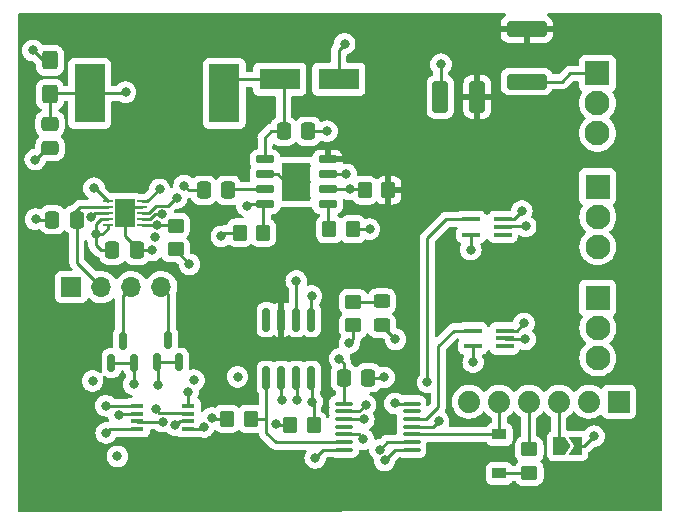
<source format=gbr>
%TF.GenerationSoftware,KiCad,Pcbnew,6.0.11-2627ca5db0~126~ubuntu22.04.1*%
%TF.CreationDate,2023-02-18T04:23:51-05:00*%
%TF.ProjectId,lin-flow-sensor,6c696e2d-666c-46f7-972d-73656e736f72,1.0*%
%TF.SameCoordinates,Original*%
%TF.FileFunction,Copper,L1,Top*%
%TF.FilePolarity,Positive*%
%FSLAX46Y46*%
G04 Gerber Fmt 4.6, Leading zero omitted, Abs format (unit mm)*
G04 Created by KiCad (PCBNEW 6.0.11-2627ca5db0~126~ubuntu22.04.1) date 2023-02-18 04:23:51*
%MOMM*%
%LPD*%
G01*
G04 APERTURE LIST*
G04 Aperture macros list*
%AMRoundRect*
0 Rectangle with rounded corners*
0 $1 Rounding radius*
0 $2 $3 $4 $5 $6 $7 $8 $9 X,Y pos of 4 corners*
0 Add a 4 corners polygon primitive as box body*
4,1,4,$2,$3,$4,$5,$6,$7,$8,$9,$2,$3,0*
0 Add four circle primitives for the rounded corners*
1,1,$1+$1,$2,$3*
1,1,$1+$1,$4,$5*
1,1,$1+$1,$6,$7*
1,1,$1+$1,$8,$9*
0 Add four rect primitives between the rounded corners*
20,1,$1+$1,$2,$3,$4,$5,0*
20,1,$1+$1,$4,$5,$6,$7,0*
20,1,$1+$1,$6,$7,$8,$9,0*
20,1,$1+$1,$8,$9,$2,$3,0*%
%AMFreePoly0*
4,1,6,1.000000,0.000000,0.500000,-0.750000,-0.500000,-0.750000,-0.500000,0.750000,0.500000,0.750000,1.000000,0.000000,1.000000,0.000000,$1*%
%AMFreePoly1*
4,1,6,0.500000,-0.750000,-0.650000,-0.750000,-0.150000,0.000000,-0.650000,0.750000,0.500000,0.750000,0.500000,-0.750000,0.500000,-0.750000,$1*%
G04 Aperture macros list end*
%TA.AperFunction,SMDPad,CuDef*%
%ADD10RoundRect,0.250000X0.337500X0.475000X-0.337500X0.475000X-0.337500X-0.475000X0.337500X-0.475000X0*%
%TD*%
%TA.AperFunction,SMDPad,CuDef*%
%ADD11R,1.500000X0.400000*%
%TD*%
%TA.AperFunction,ComponentPad*%
%ADD12R,2.100000X2.100000*%
%TD*%
%TA.AperFunction,ComponentPad*%
%ADD13C,2.100000*%
%TD*%
%TA.AperFunction,SMDPad,CuDef*%
%ADD14RoundRect,0.250000X0.350000X0.450000X-0.350000X0.450000X-0.350000X-0.450000X0.350000X-0.450000X0*%
%TD*%
%TA.AperFunction,SMDPad,CuDef*%
%ADD15RoundRect,0.250000X-0.475000X0.337500X-0.475000X-0.337500X0.475000X-0.337500X0.475000X0.337500X0*%
%TD*%
%TA.AperFunction,SMDPad,CuDef*%
%ADD16RoundRect,0.250000X0.450000X-0.350000X0.450000X0.350000X-0.450000X0.350000X-0.450000X-0.350000X0*%
%TD*%
%TA.AperFunction,SMDPad,CuDef*%
%ADD17RoundRect,0.250000X1.450000X-0.400000X1.450000X0.400000X-1.450000X0.400000X-1.450000X-0.400000X0*%
%TD*%
%TA.AperFunction,SMDPad,CuDef*%
%ADD18R,3.500000X1.800000*%
%TD*%
%TA.AperFunction,SMDPad,CuDef*%
%ADD19RoundRect,0.250000X0.425000X-0.537500X0.425000X0.537500X-0.425000X0.537500X-0.425000X-0.537500X0*%
%TD*%
%TA.AperFunction,ComponentPad*%
%ADD20R,1.700000X1.700000*%
%TD*%
%TA.AperFunction,ComponentPad*%
%ADD21O,1.700000X1.700000*%
%TD*%
%TA.AperFunction,SMDPad,CuDef*%
%ADD22RoundRect,0.150000X0.150000X-0.825000X0.150000X0.825000X-0.150000X0.825000X-0.150000X-0.825000X0*%
%TD*%
%TA.AperFunction,SMDPad,CuDef*%
%ADD23RoundRect,0.150000X0.150000X-0.587500X0.150000X0.587500X-0.150000X0.587500X-0.150000X-0.587500X0*%
%TD*%
%TA.AperFunction,SMDPad,CuDef*%
%ADD24RoundRect,0.250000X-0.337500X-0.475000X0.337500X-0.475000X0.337500X0.475000X-0.337500X0.475000X0*%
%TD*%
%TA.AperFunction,SMDPad,CuDef*%
%ADD25RoundRect,0.100000X-0.637500X-0.100000X0.637500X-0.100000X0.637500X0.100000X-0.637500X0.100000X0*%
%TD*%
%TA.AperFunction,SMDPad,CuDef*%
%ADD26RoundRect,0.250000X0.412500X1.100000X-0.412500X1.100000X-0.412500X-1.100000X0.412500X-1.100000X0*%
%TD*%
%TA.AperFunction,SMDPad,CuDef*%
%ADD27RoundRect,0.250000X-0.350000X-0.450000X0.350000X-0.450000X0.350000X0.450000X-0.350000X0.450000X0*%
%TD*%
%TA.AperFunction,SMDPad,CuDef*%
%ADD28R,1.100000X0.400000*%
%TD*%
%TA.AperFunction,SMDPad,CuDef*%
%ADD29R,2.590800X5.003800*%
%TD*%
%TA.AperFunction,SMDPad,CuDef*%
%ADD30FreePoly0,0.000000*%
%TD*%
%TA.AperFunction,SMDPad,CuDef*%
%ADD31FreePoly1,0.000000*%
%TD*%
%TA.AperFunction,SMDPad,CuDef*%
%ADD32RoundRect,0.250000X0.450000X-0.325000X0.450000X0.325000X-0.450000X0.325000X-0.450000X-0.325000X0*%
%TD*%
%TA.AperFunction,SMDPad,CuDef*%
%ADD33R,1.200000X0.900000*%
%TD*%
%TA.AperFunction,SMDPad,CuDef*%
%ADD34RoundRect,0.150000X-0.650000X-0.150000X0.650000X-0.150000X0.650000X0.150000X-0.650000X0.150000X0*%
%TD*%
%TA.AperFunction,ComponentPad*%
%ADD35C,0.500000*%
%TD*%
%TA.AperFunction,SMDPad,CuDef*%
%ADD36R,2.400000X3.200000*%
%TD*%
%TA.AperFunction,SMDPad,CuDef*%
%ADD37R,0.812800X0.254000*%
%TD*%
%TA.AperFunction,SMDPad,CuDef*%
%ADD38R,1.752600X2.489200*%
%TD*%
%TA.AperFunction,ComponentPad*%
%ADD39R,1.879600X1.879600*%
%TD*%
%TA.AperFunction,ComponentPad*%
%ADD40C,1.879600*%
%TD*%
%TA.AperFunction,ViaPad*%
%ADD41C,0.800000*%
%TD*%
%TA.AperFunction,Conductor*%
%ADD42C,0.250000*%
%TD*%
G04 APERTURE END LIST*
D10*
%TO.P,C1,1*%
%TO.N,GND*%
X205300000Y-89775000D03*
%TO.P,C1,2*%
%TO.N,+3V3*%
X203225000Y-89775000D03*
%TD*%
D11*
%TO.P,U7,1*%
%TO.N,N/C*%
X216830000Y-87100000D03*
%TO.P,U7,2*%
%TO.N,Net-(J5-Pad3)*%
X216830000Y-86450000D03*
%TO.P,U7,3,GND*%
%TO.N,GND*%
X216830000Y-85800000D03*
%TO.P,U7,4*%
%TO.N,~{FLOW_PULSE1}*%
X214170000Y-85800000D03*
%TO.P,U7,5,VCC*%
%TO.N,+3V3*%
X214170000Y-87100000D03*
%TD*%
%TO.P,U6,1*%
%TO.N,N/C*%
X216675000Y-77650000D03*
%TO.P,U6,2*%
%TO.N,Net-(J4-Pad3)*%
X216675000Y-77000000D03*
%TO.P,U6,3,GND*%
%TO.N,GND*%
X216675000Y-76350000D03*
%TO.P,U6,4*%
%TO.N,~{FLOW_PULSE0}*%
X214015000Y-76350000D03*
%TO.P,U6,5,VCC*%
%TO.N,+3V3*%
X214015000Y-77650000D03*
%TD*%
D12*
%TO.P,J5,1,Pin_1*%
%TO.N,+5V*%
X224725000Y-83025000D03*
D13*
%TO.P,J5,2,Pin_2*%
%TO.N,GND*%
X224725000Y-85565000D03*
%TO.P,J5,3,Pin_3*%
%TO.N,Net-(J5-Pad3)*%
X224725000Y-88105000D03*
%TD*%
%TO.P,J4,3,Pin_3*%
%TO.N,Net-(J4-Pad3)*%
X224725000Y-78680000D03*
%TO.P,J4,2,Pin_2*%
%TO.N,GND*%
X224725000Y-76140000D03*
D12*
%TO.P,J4,1,Pin_1*%
%TO.N,+5V*%
X224725000Y-73600000D03*
%TD*%
D14*
%TO.P,R13,1*%
%TO.N,+12V*%
X207000000Y-73900000D03*
%TO.P,R13,2*%
%TO.N,Net-(R13-Pad2)*%
X205000000Y-73900000D03*
%TD*%
D15*
%TO.P,C10,1*%
%TO.N,+3V3*%
X178350000Y-68262500D03*
%TO.P,C10,2*%
%TO.N,GND*%
X178350000Y-70337500D03*
%TD*%
D16*
%TO.P,R6,1*%
%TO.N,Net-(D2-Pad1)*%
X218925000Y-97850000D03*
%TO.P,R6,2*%
%TO.N,Net-(J1-Pad4)*%
X218925000Y-95850000D03*
%TD*%
D17*
%TO.P,F1,1*%
%TO.N,+BATT*%
X218700000Y-64700000D03*
%TO.P,F1,2*%
%TO.N,+12V*%
X218700000Y-60250000D03*
%TD*%
D18*
%TO.P,D3,1,K*%
%TO.N,Net-(C5-Pad2)*%
X197800000Y-64500000D03*
%TO.P,D3,2,A*%
%TO.N,GND*%
X202800000Y-64500000D03*
%TD*%
D10*
%TO.P,C11,1*%
%TO.N,+5V*%
X180625000Y-76400000D03*
%TO.P,C11,2*%
%TO.N,GND*%
X178550000Y-76400000D03*
%TD*%
%TO.P,C5,1*%
%TO.N,Net-(C5-Pad1)*%
X200200000Y-68900000D03*
%TO.P,C5,2*%
%TO.N,Net-(C5-Pad2)*%
X198125000Y-68900000D03*
%TD*%
D19*
%TO.P,C9,1*%
%TO.N,+3V3*%
X178350000Y-65787500D03*
%TO.P,C9,2*%
%TO.N,GND*%
X178350000Y-62912500D03*
%TD*%
D20*
%TO.P,J2,1,Pin_1*%
%TO.N,GND*%
X180150000Y-82100000D03*
D21*
%TO.P,J2,2,Pin_2*%
%TO.N,+5V*%
X182690000Y-82100000D03*
%TO.P,J2,3,Pin_3*%
%TO.N,SDA5V*%
X185230000Y-82100000D03*
%TO.P,J2,4,Pin_4*%
%TO.N,SCL5V*%
X187770000Y-82100000D03*
%TD*%
D22*
%TO.P,U1,1,RXD*%
%TO.N,RXD*%
X196670000Y-89800000D03*
%TO.P,U1,2,~{SLP}*%
%TO.N,~{LIN_SLP}*%
X197940000Y-89800000D03*
%TO.P,U1,3,~{WAKE}*%
%TO.N,~{LIN_WAKE}*%
X199210000Y-89800000D03*
%TO.P,U1,4,TXD*%
%TO.N,TXD*%
X200480000Y-89800000D03*
%TO.P,U1,5,GND*%
%TO.N,GND*%
X200480000Y-84850000D03*
%TO.P,U1,6,LIN*%
%TO.N,LIN*%
X199210000Y-84850000D03*
%TO.P,U1,7,VBAT*%
%TO.N,+12V*%
X197940000Y-84850000D03*
%TO.P,U1,8,INH*%
%TO.N,unconnected-(U1-Pad8)*%
X196670000Y-84850000D03*
%TD*%
D23*
%TO.P,Q1,1,G*%
%TO.N,SCL3V*%
X187400000Y-88475000D03*
%TO.P,Q1,2,S*%
X189300000Y-88475000D03*
%TO.P,Q1,3,D*%
%TO.N,SCL5V*%
X188350000Y-86600000D03*
%TD*%
D24*
%TO.P,C3,1*%
%TO.N,+3V3*%
X183637500Y-78975000D03*
%TO.P,C3,2*%
%TO.N,GND*%
X185712500Y-78975000D03*
%TD*%
D25*
%TO.P,U2,1,VCC*%
%TO.N,+3V3*%
X203237500Y-91975000D03*
%TO.P,U2,2,PA4*%
%TO.N,~{LIN_SLP}*%
X203237500Y-92625000D03*
%TO.P,U2,3,PA5*%
%TO.N,~{LIN_WAKE}*%
X203237500Y-93275000D03*
%TO.P,U2,4,PA6*%
%TO.N,unconnected-(U2-Pad4)*%
X203237500Y-93925000D03*
%TO.P,U2,5,PA7*%
%TO.N,Net-(R5-Pad1)*%
X203237500Y-94575000D03*
%TO.P,U2,6,PB3*%
%TO.N,RXD*%
X203237500Y-95225000D03*
%TO.P,U2,7,PB2*%
%TO.N,TXD*%
X203237500Y-95875000D03*
%TO.P,U2,8,PB1*%
%TO.N,SDA3V*%
X208962500Y-95875000D03*
%TO.P,U2,9,PB0*%
%TO.N,SCL3V*%
X208962500Y-95225000D03*
%TO.P,U2,10,~{RESET}/PA0*%
%TO.N,UPDI*%
X208962500Y-94575000D03*
%TO.P,U2,11,PA1*%
%TO.N,~{FLOW_PULSE0}*%
X208962500Y-93925000D03*
%TO.P,U2,12,PA2*%
%TO.N,~{FLOW_PULSE1}*%
X208962500Y-93275000D03*
%TO.P,U2,13,PA3*%
%TO.N,~{RESET}*%
X208962500Y-92625000D03*
%TO.P,U2,14,GND*%
%TO.N,GND*%
X208962500Y-91975000D03*
%TD*%
D10*
%TO.P,C6,1*%
%TO.N,Net-(C6-Pad1)*%
X193437500Y-73900000D03*
%TO.P,C6,2*%
%TO.N,Net-(C6-Pad2)*%
X191362500Y-73900000D03*
%TD*%
D26*
%TO.P,C4,1*%
%TO.N,+12V*%
X214525000Y-66000000D03*
%TO.P,C4,2*%
%TO.N,GND*%
X211400000Y-66000000D03*
%TD*%
D27*
%TO.P,R1,1*%
%TO.N,+3V3*%
X193325000Y-93250000D03*
%TO.P,R1,2*%
%TO.N,RXD*%
X195325000Y-93250000D03*
%TD*%
D16*
%TO.P,R5,1*%
%TO.N,Net-(R5-Pad1)*%
X204025000Y-85350000D03*
%TO.P,R5,2*%
%TO.N,Net-(D1-Pad2)*%
X204025000Y-83350000D03*
%TD*%
D28*
%TO.P,U3,1,IO0*%
%TO.N,Net-(JP5-Pad2)*%
X185750000Y-92175000D03*
%TO.P,U3,2,IO1*%
%TO.N,Net-(JP4-Pad2)*%
X185750000Y-92825000D03*
%TO.P,U3,3,IO2*%
%TO.N,Net-(JP3-Pad2)*%
X185750000Y-93475000D03*
%TO.P,U3,4,VSS*%
%TO.N,GND*%
X185750000Y-94125000D03*
%TO.P,U3,5,IO3*%
%TO.N,Net-(JP2-Pad2)*%
X190050000Y-94125000D03*
%TO.P,U3,6,SCL*%
%TO.N,SCL3V*%
X190050000Y-93475000D03*
%TO.P,U3,7,SDA*%
%TO.N,SDA3V*%
X190050000Y-92825000D03*
%TO.P,U3,8,VDD*%
%TO.N,+3V3*%
X190050000Y-92175000D03*
%TD*%
D27*
%TO.P,R17,1*%
%TO.N,+3V3*%
X194400000Y-77500000D03*
%TO.P,R17,2*%
%TO.N,Net-(R17-Pad2)*%
X196400000Y-77500000D03*
%TD*%
D29*
%TO.P,L1,1,1*%
%TO.N,Net-(C5-Pad2)*%
X193100000Y-65700000D03*
%TO.P,L1,2,2*%
%TO.N,+3V3*%
X181695400Y-65700000D03*
%TD*%
D16*
%TO.P,R11,1*%
%TO.N,+3V3*%
X188975000Y-78900000D03*
%TO.P,R11,2*%
%TO.N,Net-(R11-Pad2)*%
X188975000Y-76900000D03*
%TD*%
D30*
%TO.P,JP1,1,A*%
%TO.N,Net-(J1-Pad3)*%
X221450000Y-95550000D03*
D31*
%TO.P,JP1,2,B*%
%TO.N,+3V3*%
X222900000Y-95550000D03*
%TD*%
D32*
%TO.P,D1,1,K*%
%TO.N,GND*%
X206450000Y-85350000D03*
%TO.P,D1,2,A*%
%TO.N,Net-(D1-Pad2)*%
X206450000Y-83300000D03*
%TD*%
D33*
%TO.P,D2,1,K*%
%TO.N,Net-(D2-Pad1)*%
X216400000Y-97875000D03*
%TO.P,D2,2,A*%
%TO.N,UPDI*%
X216400000Y-94575000D03*
%TD*%
D34*
%TO.P,U5,1,LX*%
%TO.N,Net-(C5-Pad2)*%
X196550000Y-71295000D03*
%TO.P,U5,2,GND*%
%TO.N,GND*%
X196550000Y-72565000D03*
%TO.P,U5,3,VC*%
%TO.N,Net-(C6-Pad1)*%
X196550000Y-73835000D03*
%TO.P,U5,4,FB*%
%TO.N,Net-(R17-Pad2)*%
X196550000Y-75105000D03*
%TO.P,U5,5,RT*%
%TO.N,Net-(R15-Pad1)*%
X201850000Y-75105000D03*
%TO.P,U5,6,EN*%
%TO.N,Net-(R13-Pad2)*%
X201850000Y-73835000D03*
%TO.P,U5,7,BST*%
%TO.N,Net-(C5-Pad1)*%
X201850000Y-72565000D03*
%TO.P,U5,8,VCC*%
%TO.N,+12V*%
X201850000Y-71295000D03*
D35*
%TO.P,U5,9,GND*%
%TO.N,GND*%
X200150000Y-71850000D03*
X198250000Y-73200000D03*
X198250000Y-74550000D03*
X200150000Y-73200000D03*
X200150000Y-74550000D03*
D36*
X199200000Y-73200000D03*
D35*
X198250000Y-71850000D03*
%TD*%
D12*
%TO.P,J3,1,Pin_1*%
%TO.N,+BATT*%
X224700000Y-64000000D03*
D13*
%TO.P,J3,2,Pin_2*%
%TO.N,GND*%
X224700000Y-66540000D03*
%TO.P,J3,3,Pin_3*%
%TO.N,LIN*%
X224700000Y-69080000D03*
%TD*%
D37*
%TO.P,U4,1,C2+*%
%TO.N,Net-(C8-Pad1)*%
X183252200Y-74849999D03*
%TO.P,U4,2,VOUT*%
%TO.N,+5V*%
X183252200Y-75350001D03*
%TO.P,U4,3,C1+*%
%TO.N,Net-(C7-Pad2)*%
X183252200Y-75850000D03*
%TO.P,U4,4,\u002ASHDN*%
%TO.N,+3V3*%
X183252200Y-76349999D03*
%TO.P,U4,5,VSEL/FB*%
X183252200Y-76850001D03*
%TO.P,U4,6,MODE*%
%TO.N,Net-(R11-Pad2)*%
X186147800Y-76850001D03*
%TO.P,U4,7,VIN*%
%TO.N,+3V3*%
X186147800Y-76349999D03*
%TO.P,U4,8,C2-*%
%TO.N,Net-(C8-Pad2)*%
X186147800Y-75850000D03*
%TO.P,U4,9,GND*%
%TO.N,GND*%
X186147800Y-75350001D03*
%TO.P,U4,10,C1-*%
%TO.N,Net-(C7-Pad1)*%
X186147800Y-74849999D03*
D38*
%TO.P,U4,11,EPAD*%
%TO.N,GND*%
X184700000Y-75850000D03*
%TD*%
D23*
%TO.P,Q2,1,G*%
%TO.N,SDA3V*%
X183550000Y-88525000D03*
%TO.P,Q2,2,S*%
X185450000Y-88525000D03*
%TO.P,Q2,3,D*%
%TO.N,SDA5V*%
X184500000Y-86650000D03*
%TD*%
D27*
%TO.P,R15,1*%
%TO.N,Net-(R15-Pad1)*%
X202000000Y-77200000D03*
%TO.P,R15,2*%
%TO.N,GND*%
X204000000Y-77200000D03*
%TD*%
%TO.P,R2,1*%
%TO.N,+3V3*%
X198675000Y-93775000D03*
%TO.P,R2,2*%
%TO.N,TXD*%
X200675000Y-93775000D03*
%TD*%
D39*
%TO.P,J1,1,GND*%
%TO.N,GND*%
X226520000Y-91800000D03*
D40*
%TO.P,J1,2,CTS*%
%TO.N,unconnected-(J1-Pad2)*%
X223980000Y-91800000D03*
%TO.P,J1,3,VCC*%
%TO.N,Net-(J1-Pad3)*%
X221440000Y-91800000D03*
%TO.P,J1,4,TXD*%
%TO.N,Net-(J1-Pad4)*%
X218900000Y-91800000D03*
%TO.P,J1,5,RXD*%
%TO.N,UPDI*%
X216360000Y-91800000D03*
%TO.P,J1,6,RTS*%
%TO.N,unconnected-(J1-Pad6)*%
X213820000Y-91800000D03*
%TD*%
D41*
%TO.N,~{FLOW_PULSE0}*%
X210300000Y-90150000D03*
X211250000Y-93450000D03*
%TO.N,+3V3*%
X214175000Y-88450000D03*
X213975000Y-78925000D03*
%TO.N,GND*%
X218475000Y-85175000D03*
%TO.N,Net-(J5-Pad3)*%
X218575000Y-86525000D03*
%TO.N,GND*%
X218300000Y-75650000D03*
%TO.N,Net-(J4-Pad3)*%
X218625000Y-76950000D03*
%TO.N,GND*%
X211450000Y-63225000D03*
X184652903Y-75302969D03*
X203300000Y-61500000D03*
X177100000Y-71300000D03*
X205400000Y-77200000D03*
X176900000Y-62050000D03*
X177125000Y-76350000D03*
X207550000Y-91950000D03*
X183100000Y-94450000D03*
X200500000Y-82850000D03*
X187000000Y-79000000D03*
X207600000Y-86525000D03*
X206625000Y-89750000D03*
%TO.N,Net-(C5-Pad1)*%
X203435000Y-72565000D03*
X201800000Y-68900000D03*
%TO.N,LIN*%
X199200000Y-81575000D03*
%TO.N,TXD*%
X200800000Y-96575000D03*
X200550000Y-91800000D03*
%TO.N,~{LIN_SLP}*%
X197950000Y-91675000D03*
X205075000Y-92075000D03*
%TO.N,~{LIN_WAKE}*%
X204925000Y-93300000D03*
X199225000Y-91625000D03*
%TO.N,Net-(C6-Pad2)*%
X189700000Y-73500000D03*
%TO.N,Net-(C7-Pad1)*%
X187200000Y-77875000D03*
X187625000Y-73825500D03*
%TO.N,Net-(C7-Pad2)*%
X181812000Y-76162529D03*
%TO.N,Net-(C8-Pad1)*%
X182075000Y-73725000D03*
%TO.N,Net-(C8-Pad2)*%
X189075000Y-74550000D03*
%TO.N,SDA3V*%
X187300000Y-92450000D03*
X206675000Y-96775000D03*
X185425000Y-90325000D03*
%TO.N,SCL3V*%
X206290576Y-95852382D03*
X187450000Y-90425000D03*
X188918398Y-93779600D03*
%TO.N,+3V3*%
X194225000Y-89700000D03*
X197475000Y-93675000D03*
X192850000Y-77800000D03*
X184750000Y-65600000D03*
X190050000Y-90950000D03*
X202850000Y-88175000D03*
X187809929Y-75950089D03*
X192025000Y-93200000D03*
X224425000Y-94725000D03*
X181950000Y-90050000D03*
X190150000Y-80175000D03*
X190550000Y-89975000D03*
X182225000Y-77625000D03*
%TO.N,Net-(R5-Pad1)*%
X204875000Y-94975000D03*
X203700000Y-86825000D03*
%TO.N,Net-(R11-Pad2)*%
X187374999Y-76850001D03*
%TO.N,Net-(R13-Pad2)*%
X203735000Y-73835000D03*
%TO.N,Net-(R17-Pad2)*%
X195000000Y-75200000D03*
%TO.N,Net-(JP2-Pad2)*%
X191362756Y-93948624D03*
%TO.N,Net-(JP3-Pad2)*%
X187887299Y-93487701D03*
%TO.N,Net-(JP4-Pad2)*%
X184175000Y-92899500D03*
%TO.N,Net-(JP5-Pad2)*%
X184049695Y-96425000D03*
X183075000Y-92150000D03*
%TD*%
D42*
%TO.N,~{FLOW_PULSE0}*%
X210300000Y-77950000D02*
X211900000Y-76350000D01*
X210300000Y-90150000D02*
X210300000Y-77950000D01*
X211900000Y-76350000D02*
X214015000Y-76350000D01*
X210775000Y-93925000D02*
X211250000Y-93450000D01*
X208962500Y-93925000D02*
X210775000Y-93925000D01*
%TO.N,~{FLOW_PULSE1}*%
X208962500Y-93275000D02*
X210200000Y-93275000D01*
X210200000Y-93275000D02*
X211225000Y-92250000D01*
X211225000Y-92250000D02*
X211225000Y-87125000D01*
X211225000Y-87125000D02*
X212550000Y-85800000D01*
X212550000Y-85800000D02*
X214170000Y-85800000D01*
%TO.N,+3V3*%
X214170000Y-88445000D02*
X214175000Y-88450000D01*
X214170000Y-87100000D02*
X214170000Y-88445000D01*
X214015000Y-78885000D02*
X213975000Y-78925000D01*
X214015000Y-77650000D02*
X214015000Y-78885000D01*
%TO.N,GND*%
X217850000Y-85800000D02*
X218475000Y-85175000D01*
X216830000Y-85800000D02*
X217850000Y-85800000D01*
%TO.N,Net-(J5-Pad3)*%
X218575000Y-86525000D02*
X216905000Y-86525000D01*
X216905000Y-86525000D02*
X216830000Y-86450000D01*
%TO.N,GND*%
X217600000Y-76350000D02*
X218300000Y-75650000D01*
X216675000Y-76350000D02*
X217600000Y-76350000D01*
%TO.N,Net-(J4-Pad3)*%
X218625000Y-76950000D02*
X216725000Y-76950000D01*
X216725000Y-76950000D02*
X216675000Y-77000000D01*
%TO.N,GND*%
X185750000Y-94125000D02*
X183425000Y-94125000D01*
X184700000Y-77775000D02*
X184700000Y-75850000D01*
X186147800Y-75350001D02*
X185199999Y-75350001D01*
X185712500Y-78975000D02*
X186975000Y-78975000D01*
X204000000Y-77200000D02*
X205400000Y-77200000D01*
X208987500Y-91975000D02*
X207575000Y-91975000D01*
X177175000Y-76400000D02*
X177125000Y-76350000D01*
X178062500Y-70337500D02*
X177100000Y-71300000D01*
X202800000Y-64500000D02*
X202800000Y-62000000D01*
X183425000Y-94125000D02*
X183100000Y-94450000D01*
X184700000Y-75850000D02*
X184700000Y-75350066D01*
X177762500Y-62912500D02*
X176900000Y-62050000D01*
X200480000Y-84850000D02*
X200480000Y-82870000D01*
X184700000Y-75350066D02*
X184652903Y-75302969D01*
X178350000Y-70337500D02*
X178062500Y-70337500D01*
X196550000Y-72565000D02*
X197615000Y-72565000D01*
X205300000Y-89775000D02*
X206600000Y-89775000D01*
X211450000Y-65950000D02*
X211400000Y-66000000D01*
X207575000Y-91975000D02*
X207550000Y-91950000D01*
X185712500Y-78787500D02*
X184700000Y-77775000D01*
X185712500Y-78975000D02*
X185712500Y-78787500D01*
X202800000Y-62000000D02*
X203300000Y-61500000D01*
X178550000Y-76400000D02*
X177175000Y-76400000D01*
X185199999Y-75350001D02*
X184700000Y-75850000D01*
X197615000Y-72565000D02*
X198250000Y-73200000D01*
X206450000Y-85350000D02*
X206450000Y-85375000D01*
X186975000Y-78975000D02*
X187000000Y-79000000D01*
X178350000Y-62912500D02*
X177762500Y-62912500D01*
X200480000Y-82870000D02*
X200500000Y-82850000D01*
X206450000Y-85375000D02*
X207600000Y-86525000D01*
X211450000Y-63225000D02*
X211450000Y-65950000D01*
X206600000Y-89775000D02*
X206625000Y-89750000D01*
%TO.N,+5V*%
X180475000Y-75775000D02*
X180475000Y-76250000D01*
X180899999Y-75350001D02*
X180475000Y-75775000D01*
X180625000Y-76400000D02*
X180625000Y-80035000D01*
X180625000Y-80035000D02*
X182690000Y-82100000D01*
X183252200Y-75350001D02*
X180899999Y-75350001D01*
%TO.N,Net-(C5-Pad1)*%
X200200000Y-68900000D02*
X201800000Y-68900000D01*
X203435000Y-72565000D02*
X201850000Y-72565000D01*
%TO.N,LIN*%
X199210000Y-84850000D02*
X199210000Y-81585000D01*
X199210000Y-81585000D02*
X199200000Y-81575000D01*
%TO.N,TXD*%
X200550000Y-91800000D02*
X200550000Y-89870000D01*
X200675000Y-91925000D02*
X200675000Y-93775000D01*
X201500000Y-95875000D02*
X200800000Y-96575000D01*
X203262500Y-95875000D02*
X201500000Y-95875000D01*
X200550000Y-91800000D02*
X200675000Y-91925000D01*
X200550000Y-89870000D02*
X200480000Y-89800000D01*
%TO.N,RXD*%
X196670000Y-93130000D02*
X196670000Y-89800000D01*
X196550000Y-93250000D02*
X196670000Y-93130000D01*
X197450000Y-95225000D02*
X196670000Y-94445000D01*
X203262500Y-95225000D02*
X197450000Y-95225000D01*
X195325000Y-93250000D02*
X196550000Y-93250000D01*
X196670000Y-94445000D02*
X196670000Y-93130000D01*
%TO.N,~{LIN_SLP}*%
X197950000Y-91675000D02*
X197940000Y-91665000D01*
X197940000Y-91665000D02*
X197940000Y-89800000D01*
X203262500Y-92625000D02*
X204525000Y-92625000D01*
X204525000Y-92625000D02*
X205075000Y-92075000D01*
X205075000Y-92075000D02*
X205325305Y-92075000D01*
%TO.N,~{LIN_WAKE}*%
X199225000Y-91625000D02*
X199225000Y-89815000D01*
X203237500Y-93275000D02*
X204900000Y-93275000D01*
X199225000Y-89815000D02*
X199210000Y-89800000D01*
X204900000Y-93275000D02*
X204925000Y-93300000D01*
%TO.N,Net-(C5-Pad2)*%
X193100000Y-65700000D02*
X194300000Y-64500000D01*
X198125000Y-64825000D02*
X197800000Y-64500000D01*
X196550000Y-69450000D02*
X197100000Y-68900000D01*
X196550000Y-71295000D02*
X196550000Y-69450000D01*
X194300000Y-64500000D02*
X197800000Y-64500000D01*
X198125000Y-68900000D02*
X198125000Y-64825000D01*
X197100000Y-68900000D02*
X198125000Y-68900000D01*
%TO.N,Net-(C6-Pad1)*%
X196550000Y-73835000D02*
X193502500Y-73835000D01*
X193502500Y-73835000D02*
X193437500Y-73900000D01*
%TO.N,Net-(C6-Pad2)*%
X191362500Y-73900000D02*
X190100000Y-73900000D01*
X190100000Y-73900000D02*
X189700000Y-73500000D01*
%TO.N,Net-(C7-Pad1)*%
X186147800Y-74849999D02*
X186600501Y-74849999D01*
X186600501Y-74849999D02*
X187625000Y-73825500D01*
%TO.N,Net-(C7-Pad2)*%
X183252200Y-75850000D02*
X182124529Y-75850000D01*
X182124529Y-75850000D02*
X181812000Y-76162529D01*
%TO.N,Net-(C8-Pad1)*%
X182075000Y-73725000D02*
X182127201Y-73725000D01*
X182127201Y-73725000D02*
X183252200Y-74849999D01*
%TO.N,Net-(C8-Pad2)*%
X189075000Y-74550000D02*
X188975000Y-74550000D01*
X186694804Y-75850000D02*
X186147800Y-75850000D01*
X188975000Y-74550000D02*
X188299911Y-75225089D01*
X187319715Y-75225089D02*
X186694804Y-75850000D01*
X188299911Y-75225089D02*
X187319715Y-75225089D01*
%TO.N,UPDI*%
X216400000Y-91840000D02*
X216360000Y-91800000D01*
X216400000Y-94575000D02*
X216400000Y-91840000D01*
X208987500Y-94575000D02*
X216400000Y-94575000D01*
%TO.N,+BATT*%
X222400000Y-64000000D02*
X221700000Y-64700000D01*
X224700000Y-64000000D02*
X222400000Y-64000000D01*
X221700000Y-64700000D02*
X218700000Y-64700000D01*
%TO.N,Net-(J1-Pad3)*%
X221440000Y-95540000D02*
X221440000Y-91800000D01*
X221450000Y-95550000D02*
X221440000Y-95540000D01*
%TO.N,SDA3V*%
X185425000Y-88550000D02*
X185450000Y-88525000D01*
X187612701Y-92762701D02*
X187300000Y-92450000D01*
X208987500Y-95875000D02*
X207575000Y-95875000D01*
X207575000Y-95875000D02*
X206675000Y-96775000D01*
X189987701Y-92762701D02*
X187612701Y-92762701D01*
X185450000Y-88525000D02*
X183550000Y-88525000D01*
X185425000Y-90325000D02*
X185425000Y-88550000D01*
X190050000Y-92825000D02*
X189987701Y-92762701D01*
%TO.N,SCL3V*%
X189000000Y-93800000D02*
X188979600Y-93779600D01*
X188979600Y-93779600D02*
X188918398Y-93779600D01*
X187450000Y-88525000D02*
X187400000Y-88475000D01*
X190050000Y-93475000D02*
X189325000Y-93475000D01*
X189325000Y-93475000D02*
X189000000Y-93800000D01*
X187400000Y-88475000D02*
X189300000Y-88475000D01*
X208987500Y-95225000D02*
X206917958Y-95225000D01*
X206917958Y-95225000D02*
X206290576Y-95852382D01*
X187450000Y-90425000D02*
X187450000Y-88525000D01*
%TO.N,+3V3*%
X182225000Y-77625000D02*
X182775000Y-77625000D01*
X194400000Y-77500000D02*
X193150000Y-77500000D01*
X182225000Y-78550000D02*
X182650000Y-78975000D01*
X223600000Y-95550000D02*
X224425000Y-94725000D01*
X186831201Y-76349999D02*
X187231111Y-75950089D01*
X178437500Y-65700000D02*
X181695400Y-65700000D01*
X198675000Y-93775000D02*
X197575000Y-93775000D01*
X203225000Y-89775000D02*
X203225000Y-91937500D01*
X182225000Y-77625000D02*
X182225000Y-78550000D01*
X187231111Y-75950089D02*
X187809929Y-75950089D01*
X178350000Y-68262500D02*
X178350000Y-65787500D01*
X192075000Y-93250000D02*
X192025000Y-93200000D01*
X182225000Y-77625000D02*
X182225000Y-76800000D01*
X188975000Y-79000000D02*
X190150000Y-80175000D01*
X203225000Y-89775000D02*
X203225000Y-88550000D01*
X183252200Y-77147800D02*
X183252200Y-76850001D01*
X203225000Y-91937500D02*
X203262500Y-91975000D01*
X203225000Y-88550000D02*
X202850000Y-88175000D01*
X184650000Y-65700000D02*
X184750000Y-65600000D01*
X197575000Y-93775000D02*
X197475000Y-93675000D01*
X182775000Y-77625000D02*
X183252200Y-77147800D01*
X181695400Y-65700000D02*
X184650000Y-65700000D01*
X188975000Y-78900000D02*
X188975000Y-79000000D01*
X182225000Y-76800000D02*
X182675001Y-76349999D01*
X182675001Y-76349999D02*
X183252200Y-76349999D01*
X193325000Y-93250000D02*
X192075000Y-93250000D01*
X178350000Y-65787500D02*
X178437500Y-65700000D01*
X193150000Y-77500000D02*
X192850000Y-77800000D01*
X190050000Y-92175000D02*
X190050000Y-90950000D01*
X182650000Y-78975000D02*
X183637500Y-78975000D01*
X186147800Y-76349999D02*
X186831201Y-76349999D01*
X222900000Y-95550000D02*
X223600000Y-95550000D01*
%TO.N,SCL5V*%
X188350000Y-86600000D02*
X188350000Y-82680000D01*
X188350000Y-82680000D02*
X187770000Y-82100000D01*
%TO.N,SDA5V*%
X184500000Y-82830000D02*
X185230000Y-82100000D01*
X184500000Y-86650000D02*
X184500000Y-82830000D01*
%TO.N,Net-(J1-Pad4)*%
X218900000Y-95825000D02*
X218900000Y-91800000D01*
X218925000Y-95850000D02*
X218900000Y-95825000D01*
%TO.N,Net-(D1-Pad2)*%
X204025000Y-83350000D02*
X206400000Y-83350000D01*
X206400000Y-83350000D02*
X206450000Y-83300000D01*
%TO.N,Net-(D2-Pad1)*%
X218925000Y-97850000D02*
X218900000Y-97875000D01*
X218900000Y-97875000D02*
X216400000Y-97875000D01*
%TO.N,Net-(R5-Pad1)*%
X204475000Y-94575000D02*
X204875000Y-94975000D01*
X204025000Y-86500000D02*
X203700000Y-86825000D01*
X203237500Y-94575000D02*
X204475000Y-94575000D01*
X204025000Y-85350000D02*
X204025000Y-86500000D01*
%TO.N,Net-(R11-Pad2)*%
X188925001Y-76850001D02*
X187374999Y-76850001D01*
X186147800Y-76850001D02*
X187374999Y-76850001D01*
X188975000Y-76900000D02*
X188925001Y-76850001D01*
%TO.N,Net-(R13-Pad2)*%
X204935000Y-73835000D02*
X205000000Y-73900000D01*
X201850000Y-73835000D02*
X203735000Y-73835000D01*
X203735000Y-73835000D02*
X204935000Y-73835000D01*
%TO.N,Net-(R15-Pad1)*%
X201850000Y-75105000D02*
X201850000Y-77050000D01*
X201850000Y-77050000D02*
X202000000Y-77200000D01*
%TO.N,Net-(R17-Pad2)*%
X196550000Y-75105000D02*
X195095000Y-75105000D01*
X195095000Y-75105000D02*
X195000000Y-75200000D01*
X196400000Y-77500000D02*
X196400000Y-75255000D01*
X196400000Y-75255000D02*
X196550000Y-75105000D01*
%TO.N,Net-(JP2-Pad2)*%
X191186380Y-94125000D02*
X190050000Y-94125000D01*
X191362756Y-93948624D02*
X191186380Y-94125000D01*
%TO.N,Net-(JP3-Pad2)*%
X185762701Y-93487701D02*
X185750000Y-93475000D01*
X187887299Y-93487701D02*
X185762701Y-93487701D01*
%TO.N,Net-(JP4-Pad2)*%
X184249500Y-92825000D02*
X185750000Y-92825000D01*
X184175000Y-92899500D02*
X184249500Y-92825000D01*
%TO.N,Net-(JP5-Pad2)*%
X183075000Y-92150000D02*
X183100000Y-92175000D01*
X183100000Y-92175000D02*
X185750000Y-92175000D01*
%TD*%
%TA.AperFunction,Conductor*%
%TO.N,+12V*%
G36*
X216923661Y-58948502D02*
G01*
X216970154Y-59002158D01*
X216980258Y-59072432D01*
X216950764Y-59137012D01*
X216921843Y-59161644D01*
X216782193Y-59248063D01*
X216770792Y-59257099D01*
X216656261Y-59371829D01*
X216647249Y-59383240D01*
X216562184Y-59521243D01*
X216556037Y-59534424D01*
X216504862Y-59688710D01*
X216501995Y-59702086D01*
X216492328Y-59796438D01*
X216492000Y-59802854D01*
X216492000Y-59977885D01*
X216496475Y-59993124D01*
X216497865Y-59994329D01*
X216505548Y-59996000D01*
X220889884Y-59996000D01*
X220905123Y-59991525D01*
X220906328Y-59990135D01*
X220907999Y-59982452D01*
X220907999Y-59802905D01*
X220907662Y-59796386D01*
X220897743Y-59700794D01*
X220894851Y-59687400D01*
X220843412Y-59533216D01*
X220837239Y-59520038D01*
X220751937Y-59382193D01*
X220742901Y-59370792D01*
X220628171Y-59256261D01*
X220616760Y-59247249D01*
X220478070Y-59161760D01*
X220430577Y-59108988D01*
X220419153Y-59038917D01*
X220447427Y-58973793D01*
X220506421Y-58934293D01*
X220544186Y-58928500D01*
X229997500Y-58928500D01*
X230065621Y-58948502D01*
X230112114Y-59002158D01*
X230123500Y-59054500D01*
X230123500Y-100966071D01*
X230103498Y-101034192D01*
X230049842Y-101080685D01*
X229997614Y-101092071D01*
X175783994Y-101140950D01*
X175715855Y-101121009D01*
X175669314Y-101067396D01*
X175657880Y-101015096D01*
X175652555Y-96425000D01*
X183136191Y-96425000D01*
X183136881Y-96431565D01*
X183150872Y-96564678D01*
X183156153Y-96614928D01*
X183215168Y-96796556D01*
X183218471Y-96802278D01*
X183218472Y-96802279D01*
X183246019Y-96849991D01*
X183310655Y-96961944D01*
X183315073Y-96966851D01*
X183315074Y-96966852D01*
X183434020Y-97098955D01*
X183438442Y-97103866D01*
X183592943Y-97216118D01*
X183598971Y-97218802D01*
X183598973Y-97218803D01*
X183686448Y-97257749D01*
X183767407Y-97293794D01*
X183852796Y-97311944D01*
X183947751Y-97332128D01*
X183947756Y-97332128D01*
X183954208Y-97333500D01*
X184145182Y-97333500D01*
X184151634Y-97332128D01*
X184151639Y-97332128D01*
X184246594Y-97311944D01*
X184331983Y-97293794D01*
X184412942Y-97257749D01*
X184500417Y-97218803D01*
X184500419Y-97218802D01*
X184506447Y-97216118D01*
X184660948Y-97103866D01*
X184665370Y-97098955D01*
X184784316Y-96966852D01*
X184784317Y-96966851D01*
X184788735Y-96961944D01*
X184853371Y-96849991D01*
X184880918Y-96802279D01*
X184880919Y-96802278D01*
X184884222Y-96796556D01*
X184943237Y-96614928D01*
X184948519Y-96564678D01*
X184962509Y-96431565D01*
X184963199Y-96425000D01*
X184943237Y-96235072D01*
X184884222Y-96053444D01*
X184859580Y-96010762D01*
X184809009Y-95923172D01*
X184788735Y-95888056D01*
X184783398Y-95882128D01*
X184665370Y-95751045D01*
X184665369Y-95751044D01*
X184660948Y-95746134D01*
X184506447Y-95633882D01*
X184500419Y-95631198D01*
X184500417Y-95631197D01*
X184338014Y-95558891D01*
X184338013Y-95558891D01*
X184331983Y-95556206D01*
X184238583Y-95536353D01*
X184151639Y-95517872D01*
X184151634Y-95517872D01*
X184145182Y-95516500D01*
X183954208Y-95516500D01*
X183947756Y-95517872D01*
X183947751Y-95517872D01*
X183860807Y-95536353D01*
X183767407Y-95556206D01*
X183761377Y-95558891D01*
X183761376Y-95558891D01*
X183598973Y-95631197D01*
X183598971Y-95631198D01*
X183592943Y-95633882D01*
X183438442Y-95746134D01*
X183434021Y-95751044D01*
X183434020Y-95751045D01*
X183315993Y-95882128D01*
X183310655Y-95888056D01*
X183290381Y-95923172D01*
X183239811Y-96010762D01*
X183215168Y-96053444D01*
X183156153Y-96235072D01*
X183136191Y-96425000D01*
X175652555Y-96425000D01*
X175642619Y-87860443D01*
X175629266Y-76350000D01*
X176211496Y-76350000D01*
X176212186Y-76356565D01*
X176229483Y-76521134D01*
X176231458Y-76539928D01*
X176290473Y-76721556D01*
X176293776Y-76727278D01*
X176293777Y-76727279D01*
X176309086Y-76753794D01*
X176385960Y-76886944D01*
X176390378Y-76891851D01*
X176390379Y-76891852D01*
X176490909Y-77003502D01*
X176513747Y-77028866D01*
X176668248Y-77141118D01*
X176674276Y-77143802D01*
X176674278Y-77143803D01*
X176836681Y-77216109D01*
X176842712Y-77218794D01*
X176936112Y-77238647D01*
X177023056Y-77257128D01*
X177023061Y-77257128D01*
X177029513Y-77258500D01*
X177220487Y-77258500D01*
X177226939Y-77257128D01*
X177226944Y-77257128D01*
X177400834Y-77220166D01*
X177400835Y-77220166D01*
X177407288Y-77218794D01*
X177413315Y-77216110D01*
X177417730Y-77214676D01*
X177488697Y-77212648D01*
X177549495Y-77249311D01*
X177563808Y-77268203D01*
X177614022Y-77349348D01*
X177739197Y-77474305D01*
X177745427Y-77478145D01*
X177745428Y-77478146D01*
X177882590Y-77562694D01*
X177889762Y-77567115D01*
X177925498Y-77578968D01*
X178051111Y-77620632D01*
X178051113Y-77620632D01*
X178057639Y-77622797D01*
X178064475Y-77623497D01*
X178064478Y-77623498D01*
X178107531Y-77627909D01*
X178162100Y-77633500D01*
X178937900Y-77633500D01*
X178941146Y-77633163D01*
X178941150Y-77633163D01*
X179036808Y-77623238D01*
X179036812Y-77623237D01*
X179043666Y-77622526D01*
X179050202Y-77620345D01*
X179050204Y-77620345D01*
X179197032Y-77571359D01*
X179211446Y-77566550D01*
X179361848Y-77473478D01*
X179486805Y-77348303D01*
X179489406Y-77344084D01*
X179546530Y-77303583D01*
X179617453Y-77300351D01*
X179678865Y-77335976D01*
X179685422Y-77343530D01*
X179689022Y-77349348D01*
X179814197Y-77474305D01*
X179931617Y-77546684D01*
X179979109Y-77599455D01*
X179991500Y-77653943D01*
X179991500Y-79956233D01*
X179990973Y-79967416D01*
X179989298Y-79974909D01*
X179989547Y-79982835D01*
X179989547Y-79982836D01*
X179991438Y-80042986D01*
X179991500Y-80046945D01*
X179991500Y-80074856D01*
X179991997Y-80078790D01*
X179991997Y-80078791D01*
X179992005Y-80078856D01*
X179992938Y-80090693D01*
X179994327Y-80134889D01*
X179996936Y-80143868D01*
X179999978Y-80154339D01*
X180003987Y-80173700D01*
X180006526Y-80193797D01*
X180009445Y-80201168D01*
X180009445Y-80201170D01*
X180022804Y-80234912D01*
X180026649Y-80246142D01*
X180038982Y-80288593D01*
X180043015Y-80295412D01*
X180043017Y-80295417D01*
X180049293Y-80306028D01*
X180057988Y-80323776D01*
X180065448Y-80342617D01*
X180070110Y-80349033D01*
X180070110Y-80349034D01*
X180091436Y-80378387D01*
X180097952Y-80388307D01*
X180120458Y-80426362D01*
X180134779Y-80440683D01*
X180147619Y-80455716D01*
X180159528Y-80472107D01*
X180165634Y-80477158D01*
X180193605Y-80500298D01*
X180202384Y-80508288D01*
X180220501Y-80526405D01*
X180254527Y-80588717D01*
X180249462Y-80659532D01*
X180206915Y-80716368D01*
X180140395Y-80741179D01*
X180131406Y-80741500D01*
X179251866Y-80741500D01*
X179189684Y-80748255D01*
X179053295Y-80799385D01*
X178936739Y-80886739D01*
X178849385Y-81003295D01*
X178798255Y-81139684D01*
X178791500Y-81201866D01*
X178791500Y-82998134D01*
X178798255Y-83060316D01*
X178849385Y-83196705D01*
X178936739Y-83313261D01*
X179053295Y-83400615D01*
X179189684Y-83451745D01*
X179251866Y-83458500D01*
X181048134Y-83458500D01*
X181110316Y-83451745D01*
X181246705Y-83400615D01*
X181363261Y-83313261D01*
X181450615Y-83196705D01*
X181455346Y-83184086D01*
X181494598Y-83079382D01*
X181537240Y-83022618D01*
X181603802Y-82997918D01*
X181673150Y-83013126D01*
X181707817Y-83041114D01*
X181736250Y-83073938D01*
X181908126Y-83216632D01*
X182101000Y-83329338D01*
X182309692Y-83409030D01*
X182314760Y-83410061D01*
X182314763Y-83410062D01*
X182422017Y-83431883D01*
X182528597Y-83453567D01*
X182533772Y-83453757D01*
X182533774Y-83453757D01*
X182746673Y-83461564D01*
X182746677Y-83461564D01*
X182751837Y-83461753D01*
X182756957Y-83461097D01*
X182756959Y-83461097D01*
X182968288Y-83434025D01*
X182968289Y-83434025D01*
X182973416Y-83433368D01*
X182978366Y-83431883D01*
X183182429Y-83370661D01*
X183182434Y-83370659D01*
X183187384Y-83369174D01*
X183387994Y-83270896D01*
X183569860Y-83141173D01*
X183651560Y-83059758D01*
X183713932Y-83025842D01*
X183784739Y-83031030D01*
X183841500Y-83073676D01*
X183866194Y-83140240D01*
X183866500Y-83149009D01*
X183866500Y-85562550D01*
X183846498Y-85630671D01*
X183835941Y-85643771D01*
X183836011Y-85643825D01*
X183831155Y-85650085D01*
X183825547Y-85655693D01*
X183821511Y-85662517D01*
X183821509Y-85662520D01*
X183774462Y-85742073D01*
X183740855Y-85798899D01*
X183738644Y-85806510D01*
X183738643Y-85806512D01*
X183736360Y-85814370D01*
X183694438Y-85958669D01*
X183691500Y-85995998D01*
X183691500Y-87153000D01*
X183671498Y-87221121D01*
X183617842Y-87267614D01*
X183565500Y-87279000D01*
X183333498Y-87279000D01*
X183331050Y-87279193D01*
X183331042Y-87279193D01*
X183302579Y-87281433D01*
X183302574Y-87281434D01*
X183296169Y-87281938D01*
X183217370Y-87304831D01*
X183144012Y-87326143D01*
X183144010Y-87326144D01*
X183136399Y-87328355D01*
X183129572Y-87332392D01*
X183129573Y-87332392D01*
X183000020Y-87409009D01*
X183000017Y-87409011D01*
X182993193Y-87413047D01*
X182875547Y-87530693D01*
X182871511Y-87537517D01*
X182871509Y-87537520D01*
X182827322Y-87612237D01*
X182790855Y-87673899D01*
X182788644Y-87681510D01*
X182788643Y-87681512D01*
X182774270Y-87730987D01*
X182744438Y-87833669D01*
X182743934Y-87840074D01*
X182743933Y-87840079D01*
X182741942Y-87865377D01*
X182741500Y-87870998D01*
X182741500Y-89179002D01*
X182741693Y-89181450D01*
X182741693Y-89181458D01*
X182743794Y-89208148D01*
X182744438Y-89216331D01*
X182747784Y-89227848D01*
X182747583Y-89298842D01*
X182709031Y-89358460D01*
X182644368Y-89387771D01*
X182574122Y-89377468D01*
X182552727Y-89364939D01*
X182412094Y-89262763D01*
X182412093Y-89262762D01*
X182406752Y-89258882D01*
X182400724Y-89256198D01*
X182400722Y-89256197D01*
X182238319Y-89183891D01*
X182238318Y-89183891D01*
X182232288Y-89181206D01*
X182131741Y-89159834D01*
X182051944Y-89142872D01*
X182051939Y-89142872D01*
X182045487Y-89141500D01*
X181854513Y-89141500D01*
X181848061Y-89142872D01*
X181848056Y-89142872D01*
X181768259Y-89159834D01*
X181667712Y-89181206D01*
X181661682Y-89183891D01*
X181661681Y-89183891D01*
X181499278Y-89256197D01*
X181499276Y-89256198D01*
X181493248Y-89258882D01*
X181338747Y-89371134D01*
X181334326Y-89376044D01*
X181334325Y-89376045D01*
X181219300Y-89503794D01*
X181210960Y-89513056D01*
X181166588Y-89589911D01*
X181137097Y-89640991D01*
X181115473Y-89678444D01*
X181056458Y-89860072D01*
X181055768Y-89866633D01*
X181055768Y-89866635D01*
X181045984Y-89959729D01*
X181036496Y-90050000D01*
X181037186Y-90056565D01*
X181055021Y-90226252D01*
X181056458Y-90239928D01*
X181115473Y-90421556D01*
X181118776Y-90427278D01*
X181118777Y-90427279D01*
X181139215Y-90462679D01*
X181210960Y-90586944D01*
X181215378Y-90591851D01*
X181215379Y-90591852D01*
X181313278Y-90700580D01*
X181338747Y-90728866D01*
X181423263Y-90790271D01*
X181476385Y-90828866D01*
X181493248Y-90841118D01*
X181499276Y-90843802D01*
X181499278Y-90843803D01*
X181661681Y-90916109D01*
X181667712Y-90918794D01*
X181742939Y-90934784D01*
X181848056Y-90957128D01*
X181848061Y-90957128D01*
X181854513Y-90958500D01*
X182045487Y-90958500D01*
X182051939Y-90957128D01*
X182051944Y-90957128D01*
X182157061Y-90934784D01*
X182232288Y-90918794D01*
X182238319Y-90916109D01*
X182400722Y-90843803D01*
X182400724Y-90843802D01*
X182406752Y-90841118D01*
X182423616Y-90828866D01*
X182476737Y-90790271D01*
X182561253Y-90728866D01*
X182586722Y-90700580D01*
X182684621Y-90591852D01*
X182684622Y-90591851D01*
X182689040Y-90586944D01*
X182760785Y-90462679D01*
X182781223Y-90427279D01*
X182781224Y-90427278D01*
X182784527Y-90421556D01*
X182843542Y-90239928D01*
X182844980Y-90226252D01*
X182862814Y-90056565D01*
X182863504Y-90050000D01*
X182854016Y-89959729D01*
X182844232Y-89866635D01*
X182844232Y-89866633D01*
X182843542Y-89860072D01*
X182821246Y-89791452D01*
X182819218Y-89720488D01*
X182855880Y-89659689D01*
X182919592Y-89628364D01*
X182990126Y-89636456D01*
X183005211Y-89644061D01*
X183136399Y-89721645D01*
X183144010Y-89723856D01*
X183144012Y-89723857D01*
X183193200Y-89738147D01*
X183296169Y-89768062D01*
X183302574Y-89768566D01*
X183302579Y-89768567D01*
X183331042Y-89770807D01*
X183331050Y-89770807D01*
X183333498Y-89771000D01*
X183766502Y-89771000D01*
X183768950Y-89770807D01*
X183768958Y-89770807D01*
X183797421Y-89768567D01*
X183797426Y-89768566D01*
X183803831Y-89768062D01*
X183906800Y-89738147D01*
X183955988Y-89723857D01*
X183955990Y-89723856D01*
X183963601Y-89721645D01*
X184000201Y-89700000D01*
X184099980Y-89640991D01*
X184099983Y-89640989D01*
X184106807Y-89636953D01*
X184224453Y-89519307D01*
X184228489Y-89512483D01*
X184228491Y-89512480D01*
X184305108Y-89382927D01*
X184309145Y-89376101D01*
X184311357Y-89368488D01*
X184311358Y-89368486D01*
X184345970Y-89249348D01*
X184384183Y-89189512D01*
X184448679Y-89159834D01*
X184466967Y-89158500D01*
X184533033Y-89158500D01*
X184601154Y-89178502D01*
X184647647Y-89232158D01*
X184654030Y-89249348D01*
X184688642Y-89368486D01*
X184688643Y-89368488D01*
X184690855Y-89376101D01*
X184694892Y-89382927D01*
X184773953Y-89516612D01*
X184791500Y-89580751D01*
X184791500Y-89622476D01*
X184771498Y-89690597D01*
X184759142Y-89706779D01*
X184685960Y-89788056D01*
X184590473Y-89953444D01*
X184531458Y-90135072D01*
X184530768Y-90141633D01*
X184530768Y-90141635D01*
X184521352Y-90231226D01*
X184511496Y-90325000D01*
X184512186Y-90331565D01*
X184528972Y-90491272D01*
X184531458Y-90514928D01*
X184590473Y-90696556D01*
X184593776Y-90702278D01*
X184593777Y-90702279D01*
X184602316Y-90717069D01*
X184685960Y-90861944D01*
X184690378Y-90866851D01*
X184690379Y-90866852D01*
X184809325Y-90998955D01*
X184813747Y-91003866D01*
X184865546Y-91041500D01*
X184951385Y-91103866D01*
X184968248Y-91116118D01*
X184974276Y-91118802D01*
X184974278Y-91118803D01*
X185124112Y-91185513D01*
X185142712Y-91193794D01*
X185216236Y-91209422D01*
X185253077Y-91217253D01*
X185315551Y-91250982D01*
X185349872Y-91313131D01*
X185345144Y-91383970D01*
X185302868Y-91441008D01*
X185236467Y-91466135D01*
X185226880Y-91466500D01*
X185151866Y-91466500D01*
X185089684Y-91473255D01*
X184953295Y-91524385D01*
X184950158Y-91526736D01*
X184892450Y-91541500D01*
X183805710Y-91541500D01*
X183737589Y-91521498D01*
X183712074Y-91499811D01*
X183690668Y-91476037D01*
X183690666Y-91476036D01*
X183686253Y-91471134D01*
X183648341Y-91443589D01*
X183537094Y-91362763D01*
X183537093Y-91362762D01*
X183531752Y-91358882D01*
X183525724Y-91356198D01*
X183525722Y-91356197D01*
X183363319Y-91283891D01*
X183363318Y-91283891D01*
X183357288Y-91281206D01*
X183248057Y-91257988D01*
X183176944Y-91242872D01*
X183176939Y-91242872D01*
X183170487Y-91241500D01*
X182979513Y-91241500D01*
X182973061Y-91242872D01*
X182973056Y-91242872D01*
X182901943Y-91257988D01*
X182792712Y-91281206D01*
X182786682Y-91283891D01*
X182786681Y-91283891D01*
X182624278Y-91356197D01*
X182624276Y-91356198D01*
X182618248Y-91358882D01*
X182463747Y-91471134D01*
X182459326Y-91476044D01*
X182459325Y-91476045D01*
X182344300Y-91603794D01*
X182335960Y-91613056D01*
X182311052Y-91656198D01*
X182251491Y-91759361D01*
X182240473Y-91778444D01*
X182181458Y-91960072D01*
X182180768Y-91966633D01*
X182180768Y-91966635D01*
X182170282Y-92066406D01*
X182161496Y-92150000D01*
X182162186Y-92156565D01*
X182180418Y-92330030D01*
X182181458Y-92339928D01*
X182240473Y-92521556D01*
X182243776Y-92527278D01*
X182243777Y-92527279D01*
X182253312Y-92543794D01*
X182335960Y-92686944D01*
X182340378Y-92691851D01*
X182340379Y-92691852D01*
X182454678Y-92818794D01*
X182463747Y-92828866D01*
X182549925Y-92891478D01*
X182612634Y-92937039D01*
X182618248Y-92941118D01*
X182624276Y-92943802D01*
X182624278Y-92943803D01*
X182769636Y-93008520D01*
X182792712Y-93018794D01*
X182874149Y-93036104D01*
X182973056Y-93057128D01*
X182973061Y-93057128D01*
X182979513Y-93058500D01*
X183170487Y-93058500D01*
X183170487Y-93058987D01*
X183236224Y-93071010D01*
X183288070Y-93119512D01*
X183299388Y-93144609D01*
X183340473Y-93271056D01*
X183343776Y-93276778D01*
X183343777Y-93276779D01*
X183367309Y-93317537D01*
X183384047Y-93386532D01*
X183360827Y-93453624D01*
X183305020Y-93497511D01*
X183281739Y-93503536D01*
X183281746Y-93503561D01*
X183274068Y-93505532D01*
X183266203Y-93506526D01*
X183225086Y-93522806D01*
X183213885Y-93526641D01*
X183179954Y-93536499D01*
X183144808Y-93541500D01*
X183004513Y-93541500D01*
X182998061Y-93542872D01*
X182998056Y-93542872D01*
X182911113Y-93561353D01*
X182817712Y-93581206D01*
X182811682Y-93583891D01*
X182811681Y-93583891D01*
X182649278Y-93656197D01*
X182649276Y-93656198D01*
X182643248Y-93658882D01*
X182488747Y-93771134D01*
X182484326Y-93776044D01*
X182484325Y-93776045D01*
X182394315Y-93876012D01*
X182360960Y-93913056D01*
X182265473Y-94078444D01*
X182206458Y-94260072D01*
X182205768Y-94266633D01*
X182205768Y-94266635D01*
X182192983Y-94388275D01*
X182186496Y-94450000D01*
X182187186Y-94456565D01*
X182204635Y-94622579D01*
X182206458Y-94639928D01*
X182265473Y-94821556D01*
X182268776Y-94827278D01*
X182268777Y-94827279D01*
X182285216Y-94855752D01*
X182360960Y-94986944D01*
X182365378Y-94991851D01*
X182365379Y-94991852D01*
X182402364Y-95032928D01*
X182488747Y-95128866D01*
X182555358Y-95177262D01*
X182625884Y-95228502D01*
X182643248Y-95241118D01*
X182649276Y-95243802D01*
X182649278Y-95243803D01*
X182811681Y-95316109D01*
X182817712Y-95318794D01*
X182891603Y-95334500D01*
X182998056Y-95357128D01*
X182998061Y-95357128D01*
X183004513Y-95358500D01*
X183195487Y-95358500D01*
X183201939Y-95357128D01*
X183201944Y-95357128D01*
X183308397Y-95334500D01*
X183382288Y-95318794D01*
X183388319Y-95316109D01*
X183550722Y-95243803D01*
X183550724Y-95243802D01*
X183556752Y-95241118D01*
X183574117Y-95228502D01*
X183644642Y-95177262D01*
X183711253Y-95128866D01*
X183797636Y-95032928D01*
X183834621Y-94991852D01*
X183834622Y-94991851D01*
X183839040Y-94986944D01*
X183934527Y-94821556D01*
X183937176Y-94823085D01*
X183974650Y-94779086D01*
X184043671Y-94758500D01*
X184892450Y-94758500D01*
X184950158Y-94773264D01*
X184953295Y-94775615D01*
X185089684Y-94826745D01*
X185151866Y-94833500D01*
X186348134Y-94833500D01*
X186410316Y-94826745D01*
X186546705Y-94775615D01*
X186663261Y-94688261D01*
X186750615Y-94571705D01*
X186801745Y-94435316D01*
X186808500Y-94373134D01*
X186808500Y-94247201D01*
X186828502Y-94179080D01*
X186882158Y-94132587D01*
X186934500Y-94121201D01*
X187179099Y-94121201D01*
X187247220Y-94141203D01*
X187266446Y-94157544D01*
X187266719Y-94157241D01*
X187271631Y-94161664D01*
X187276046Y-94166567D01*
X187281385Y-94170446D01*
X187421671Y-94272370D01*
X187430547Y-94278819D01*
X187436575Y-94281503D01*
X187436577Y-94281504D01*
X187552880Y-94333285D01*
X187605011Y-94356495D01*
X187683291Y-94373134D01*
X187785355Y-94394829D01*
X187785360Y-94394829D01*
X187791812Y-94396201D01*
X187982786Y-94396201D01*
X187989238Y-94394829D01*
X187989243Y-94394829D01*
X188136826Y-94363459D01*
X188207617Y-94368861D01*
X188256658Y-94402394D01*
X188307145Y-94458466D01*
X188343468Y-94484856D01*
X188426096Y-94544889D01*
X188461646Y-94570718D01*
X188467674Y-94573402D01*
X188467676Y-94573403D01*
X188597880Y-94631373D01*
X188636110Y-94648394D01*
X188729510Y-94668247D01*
X188816454Y-94686728D01*
X188816459Y-94686728D01*
X188822911Y-94688100D01*
X189013885Y-94688100D01*
X189020338Y-94686728D01*
X189020342Y-94686728D01*
X189053456Y-94679689D01*
X189124247Y-94685091D01*
X189155217Y-94702109D01*
X189253295Y-94775615D01*
X189389684Y-94826745D01*
X189451866Y-94833500D01*
X190648134Y-94833500D01*
X190710316Y-94826745D01*
X190846705Y-94775615D01*
X190849842Y-94773264D01*
X190907550Y-94758500D01*
X190921353Y-94758500D01*
X190972601Y-94769393D01*
X191074432Y-94814731D01*
X191074435Y-94814732D01*
X191080468Y-94817418D01*
X191099936Y-94821556D01*
X191260812Y-94855752D01*
X191260817Y-94855752D01*
X191267269Y-94857124D01*
X191458243Y-94857124D01*
X191464695Y-94855752D01*
X191464700Y-94855752D01*
X191555920Y-94836362D01*
X191645044Y-94817418D01*
X191666456Y-94807885D01*
X191813478Y-94742427D01*
X191813480Y-94742426D01*
X191819508Y-94739742D01*
X191827705Y-94733787D01*
X191894728Y-94685091D01*
X191974009Y-94627490D01*
X191995660Y-94603444D01*
X192097377Y-94490476D01*
X192097378Y-94490475D01*
X192101796Y-94485568D01*
X192169177Y-94368861D01*
X192193979Y-94325903D01*
X192193980Y-94325902D01*
X192197283Y-94320180D01*
X192213485Y-94270317D01*
X192253557Y-94211712D01*
X192318954Y-94184075D01*
X192388911Y-94196182D01*
X192422334Y-94220080D01*
X192501697Y-94299305D01*
X192507927Y-94303145D01*
X192507928Y-94303146D01*
X192645090Y-94387694D01*
X192652262Y-94392115D01*
X192711460Y-94411750D01*
X192813611Y-94445632D01*
X192813613Y-94445632D01*
X192820139Y-94447797D01*
X192826975Y-94448497D01*
X192826978Y-94448498D01*
X192870031Y-94452909D01*
X192924600Y-94458500D01*
X193725400Y-94458500D01*
X193728646Y-94458163D01*
X193728650Y-94458163D01*
X193824308Y-94448238D01*
X193824312Y-94448237D01*
X193831166Y-94447526D01*
X193837702Y-94445345D01*
X193837704Y-94445345D01*
X193989118Y-94394829D01*
X193998946Y-94391550D01*
X194149348Y-94298478D01*
X194235784Y-94211891D01*
X194298066Y-94177812D01*
X194368886Y-94182815D01*
X194413975Y-94211736D01*
X194468970Y-94266635D01*
X194501697Y-94299305D01*
X194507927Y-94303145D01*
X194507928Y-94303146D01*
X194645090Y-94387694D01*
X194652262Y-94392115D01*
X194711460Y-94411750D01*
X194813611Y-94445632D01*
X194813613Y-94445632D01*
X194820139Y-94447797D01*
X194826975Y-94448497D01*
X194826978Y-94448498D01*
X194870031Y-94452909D01*
X194924600Y-94458500D01*
X195725400Y-94458500D01*
X195728646Y-94458163D01*
X195728650Y-94458163D01*
X195824308Y-94448238D01*
X195824312Y-94448237D01*
X195831166Y-94447526D01*
X195837701Y-94445346D01*
X195837709Y-94445344D01*
X195874125Y-94433194D01*
X195945074Y-94430608D01*
X196006159Y-94466792D01*
X196038451Y-94533005D01*
X196039078Y-94536963D01*
X196039327Y-94544889D01*
X196041539Y-94552503D01*
X196044978Y-94564339D01*
X196048987Y-94583700D01*
X196050330Y-94594327D01*
X196051526Y-94603797D01*
X196054445Y-94611168D01*
X196054445Y-94611170D01*
X196067804Y-94644912D01*
X196071649Y-94656142D01*
X196080980Y-94688261D01*
X196083982Y-94698593D01*
X196088015Y-94705412D01*
X196088017Y-94705417D01*
X196094293Y-94716028D01*
X196102988Y-94733776D01*
X196110448Y-94752617D01*
X196115110Y-94759033D01*
X196115110Y-94759034D01*
X196136436Y-94788387D01*
X196142952Y-94798307D01*
X196160275Y-94827598D01*
X196165458Y-94836362D01*
X196179779Y-94850683D01*
X196192619Y-94865716D01*
X196204528Y-94882107D01*
X196210634Y-94887158D01*
X196238605Y-94910298D01*
X196247384Y-94918288D01*
X196946343Y-95617247D01*
X196953887Y-95625537D01*
X196958000Y-95632018D01*
X196963777Y-95637443D01*
X197007667Y-95678658D01*
X197010509Y-95681413D01*
X197030231Y-95701135D01*
X197033355Y-95703558D01*
X197033359Y-95703562D01*
X197033424Y-95703612D01*
X197042445Y-95711317D01*
X197074679Y-95741586D01*
X197081627Y-95745405D01*
X197081629Y-95745407D01*
X197092432Y-95751346D01*
X197108959Y-95762202D01*
X197118698Y-95769757D01*
X197118700Y-95769758D01*
X197124960Y-95774614D01*
X197165540Y-95792174D01*
X197176188Y-95797391D01*
X197202402Y-95811802D01*
X197214940Y-95818695D01*
X197222616Y-95820666D01*
X197222619Y-95820667D01*
X197234562Y-95823733D01*
X197253267Y-95830137D01*
X197271855Y-95838181D01*
X197279678Y-95839420D01*
X197279688Y-95839423D01*
X197315524Y-95845099D01*
X197327144Y-95847505D01*
X197348279Y-95852931D01*
X197369970Y-95858500D01*
X197390224Y-95858500D01*
X197409934Y-95860051D01*
X197429943Y-95863220D01*
X197437835Y-95862474D01*
X197473961Y-95859059D01*
X197485819Y-95858500D01*
X199946388Y-95858500D01*
X200014509Y-95878502D01*
X200061002Y-95932158D01*
X200071106Y-96002432D01*
X200055507Y-96047500D01*
X199983441Y-96172323D01*
X199965473Y-96203444D01*
X199906458Y-96385072D01*
X199905768Y-96391633D01*
X199905768Y-96391635D01*
X199888527Y-96555672D01*
X199886496Y-96575000D01*
X199887186Y-96581565D01*
X199903213Y-96734050D01*
X199906458Y-96764928D01*
X199965473Y-96946556D01*
X200060960Y-97111944D01*
X200065378Y-97116851D01*
X200065379Y-97116852D01*
X200184325Y-97248955D01*
X200188747Y-97253866D01*
X200343248Y-97366118D01*
X200349276Y-97368802D01*
X200349278Y-97368803D01*
X200375063Y-97380283D01*
X200517712Y-97443794D01*
X200583365Y-97457749D01*
X200698056Y-97482128D01*
X200698061Y-97482128D01*
X200704513Y-97483500D01*
X200895487Y-97483500D01*
X200901939Y-97482128D01*
X200901944Y-97482128D01*
X201016635Y-97457749D01*
X201082288Y-97443794D01*
X201224937Y-97380283D01*
X201250722Y-97368803D01*
X201250724Y-97368802D01*
X201256752Y-97366118D01*
X201411253Y-97253866D01*
X201415675Y-97248955D01*
X201534621Y-97116852D01*
X201534622Y-97116851D01*
X201539040Y-97111944D01*
X201634527Y-96946556D01*
X201693542Y-96764928D01*
X201696591Y-96735920D01*
X201708635Y-96621329D01*
X201735648Y-96555672D01*
X201793870Y-96515043D01*
X201833945Y-96508500D01*
X202272832Y-96508500D01*
X202321050Y-96518091D01*
X202441150Y-96567838D01*
X202449338Y-96568916D01*
X202556021Y-96582961D01*
X202560115Y-96583500D01*
X203237417Y-96583500D01*
X203914884Y-96583499D01*
X203918969Y-96582961D01*
X203918973Y-96582961D01*
X204025663Y-96568916D01*
X204025665Y-96568916D01*
X204033850Y-96567838D01*
X204134043Y-96526337D01*
X204174248Y-96509684D01*
X204174250Y-96509683D01*
X204181876Y-96506524D01*
X204288119Y-96425000D01*
X204302436Y-96414014D01*
X204302437Y-96414013D01*
X204308987Y-96408987D01*
X204314013Y-96402437D01*
X204314016Y-96402434D01*
X204357755Y-96345431D01*
X204406524Y-96281875D01*
X204467838Y-96133850D01*
X204479889Y-96042310D01*
X204482962Y-96018972D01*
X204482962Y-96018971D01*
X204483500Y-96014885D01*
X204483500Y-95976178D01*
X204503502Y-95908057D01*
X204557158Y-95861564D01*
X204627432Y-95851460D01*
X204635697Y-95852931D01*
X204773056Y-95882128D01*
X204773061Y-95882128D01*
X204779513Y-95883500D01*
X204970487Y-95883500D01*
X204976939Y-95882128D01*
X204976944Y-95882128D01*
X205085472Y-95859059D01*
X205157288Y-95843794D01*
X205163315Y-95841111D01*
X205163323Y-95841108D01*
X205207952Y-95821237D01*
X205278319Y-95811802D01*
X205342616Y-95841908D01*
X205380430Y-95901996D01*
X205384512Y-95923172D01*
X205394213Y-96015472D01*
X205397034Y-96042310D01*
X205456049Y-96223938D01*
X205459352Y-96229660D01*
X205459353Y-96229661D01*
X205471327Y-96250400D01*
X205551536Y-96389326D01*
X205555954Y-96394233D01*
X205555955Y-96394234D01*
X205672748Y-96523946D01*
X205679323Y-96531248D01*
X205684664Y-96535128D01*
X205684669Y-96535133D01*
X205720616Y-96561250D01*
X205763969Y-96617472D01*
X205771864Y-96676356D01*
X205761496Y-96775000D01*
X205762186Y-96781565D01*
X205780129Y-96952279D01*
X205781458Y-96964928D01*
X205840473Y-97146556D01*
X205843776Y-97152278D01*
X205843777Y-97152279D01*
X205861515Y-97183002D01*
X205935960Y-97311944D01*
X205940378Y-97316851D01*
X205940379Y-97316852D01*
X206059325Y-97448955D01*
X206063747Y-97453866D01*
X206218248Y-97566118D01*
X206224276Y-97568802D01*
X206224278Y-97568803D01*
X206386681Y-97641109D01*
X206392712Y-97643794D01*
X206486113Y-97663647D01*
X206573056Y-97682128D01*
X206573061Y-97682128D01*
X206579513Y-97683500D01*
X206770487Y-97683500D01*
X206776939Y-97682128D01*
X206776944Y-97682128D01*
X206863887Y-97663647D01*
X206957288Y-97643794D01*
X206963319Y-97641109D01*
X207125722Y-97568803D01*
X207125724Y-97568802D01*
X207131752Y-97566118D01*
X207286253Y-97453866D01*
X207290675Y-97448955D01*
X207409621Y-97316852D01*
X207409622Y-97316851D01*
X207414040Y-97311944D01*
X207488485Y-97183002D01*
X207506223Y-97152279D01*
X207506224Y-97152278D01*
X207509527Y-97146556D01*
X207568542Y-96964928D01*
X207569872Y-96952279D01*
X207584983Y-96808500D01*
X207585907Y-96799706D01*
X207612920Y-96734050D01*
X207622122Y-96723782D01*
X207800499Y-96545405D01*
X207862811Y-96511379D01*
X207889594Y-96508500D01*
X207997832Y-96508500D01*
X208046050Y-96518091D01*
X208166150Y-96567838D01*
X208174338Y-96568916D01*
X208281021Y-96582961D01*
X208285115Y-96583500D01*
X208962417Y-96583500D01*
X209639884Y-96583499D01*
X209643969Y-96582961D01*
X209643973Y-96582961D01*
X209750663Y-96568916D01*
X209750665Y-96568916D01*
X209758850Y-96567838D01*
X209859043Y-96526337D01*
X209899248Y-96509684D01*
X209899250Y-96509683D01*
X209906876Y-96506524D01*
X210013119Y-96425000D01*
X210027436Y-96414014D01*
X210027437Y-96414013D01*
X210033987Y-96408987D01*
X210039013Y-96402437D01*
X210039016Y-96402434D01*
X210082755Y-96345431D01*
X210131524Y-96281875D01*
X210192838Y-96133850D01*
X210204889Y-96042310D01*
X210207962Y-96018972D01*
X210207962Y-96018971D01*
X210208500Y-96014885D01*
X210208499Y-95735116D01*
X210206949Y-95723337D01*
X210193916Y-95624337D01*
X210193916Y-95624335D01*
X210192838Y-95616150D01*
X210185411Y-95598219D01*
X210177821Y-95527630D01*
X210185411Y-95501780D01*
X210189678Y-95491480D01*
X210189679Y-95491477D01*
X210192838Y-95483850D01*
X210204714Y-95393642D01*
X210207962Y-95368972D01*
X210207962Y-95368971D01*
X210208500Y-95364885D01*
X210208500Y-95334500D01*
X210228502Y-95266379D01*
X210282158Y-95219886D01*
X210334500Y-95208500D01*
X215241567Y-95208500D01*
X215309688Y-95228502D01*
X215349000Y-95270678D01*
X215349385Y-95271705D01*
X215436739Y-95388261D01*
X215553295Y-95475615D01*
X215689684Y-95526745D01*
X215751866Y-95533500D01*
X217048134Y-95533500D01*
X217110316Y-95526745D01*
X217246705Y-95475615D01*
X217363261Y-95388261D01*
X217450615Y-95271705D01*
X217501745Y-95135316D01*
X217508500Y-95073134D01*
X217508500Y-94076866D01*
X217501745Y-94014684D01*
X217450615Y-93878295D01*
X217363261Y-93761739D01*
X217246705Y-93674385D01*
X217154791Y-93639928D01*
X217115270Y-93625112D01*
X217058506Y-93582470D01*
X217033806Y-93515909D01*
X217033500Y-93507130D01*
X217033500Y-93161478D01*
X217053502Y-93093357D01*
X217096333Y-93055371D01*
X217095049Y-93053217D01*
X217099492Y-93050568D01*
X217104133Y-93048295D01*
X217108336Y-93045297D01*
X217108341Y-93045294D01*
X217293816Y-92912996D01*
X217293818Y-92912994D01*
X217298020Y-92909997D01*
X217466716Y-92741889D01*
X217524979Y-92660807D01*
X217580972Y-92617160D01*
X217651676Y-92610714D01*
X217714640Y-92643516D01*
X217726582Y-92657176D01*
X217727274Y-92658306D01*
X217883204Y-92838317D01*
X218066442Y-92990444D01*
X218070894Y-92993046D01*
X218070899Y-92993049D01*
X218124441Y-93024336D01*
X218182906Y-93058500D01*
X218204071Y-93070868D01*
X218252794Y-93122507D01*
X218266500Y-93179656D01*
X218266500Y-94679143D01*
X218246498Y-94747264D01*
X218192842Y-94793757D01*
X218180378Y-94798666D01*
X218158005Y-94806130D01*
X218157998Y-94806133D01*
X218151054Y-94808450D01*
X218000652Y-94901522D01*
X217995479Y-94906704D01*
X217993821Y-94908365D01*
X217875695Y-95026697D01*
X217871855Y-95032927D01*
X217871854Y-95032928D01*
X217813584Y-95127460D01*
X217782885Y-95177262D01*
X217727203Y-95345139D01*
X217726503Y-95351975D01*
X217726502Y-95351978D01*
X217725834Y-95358500D01*
X217716500Y-95449600D01*
X217716500Y-96250400D01*
X217716837Y-96253646D01*
X217716837Y-96253650D01*
X217721880Y-96302250D01*
X217727474Y-96356166D01*
X217729655Y-96362702D01*
X217729655Y-96362704D01*
X217750439Y-96425000D01*
X217783450Y-96523946D01*
X217876522Y-96674348D01*
X217938202Y-96735920D01*
X217963109Y-96760784D01*
X217997188Y-96823066D01*
X217992185Y-96893886D01*
X217963264Y-96938975D01*
X217961970Y-96940271D01*
X217875695Y-97026697D01*
X217782885Y-97177262D01*
X217781205Y-97176226D01*
X217740879Y-97222031D01*
X217673595Y-97241500D01*
X217558433Y-97241500D01*
X217490312Y-97221498D01*
X217451000Y-97179322D01*
X217450615Y-97178295D01*
X217363261Y-97061739D01*
X217246705Y-96974385D01*
X217110316Y-96923255D01*
X217048134Y-96916500D01*
X215751866Y-96916500D01*
X215689684Y-96923255D01*
X215553295Y-96974385D01*
X215436739Y-97061739D01*
X215349385Y-97178295D01*
X215298255Y-97314684D01*
X215291500Y-97376866D01*
X215291500Y-98373134D01*
X215298255Y-98435316D01*
X215349385Y-98571705D01*
X215436739Y-98688261D01*
X215553295Y-98775615D01*
X215689684Y-98826745D01*
X215751866Y-98833500D01*
X217048134Y-98833500D01*
X217110316Y-98826745D01*
X217246705Y-98775615D01*
X217363261Y-98688261D01*
X217450615Y-98571705D01*
X217450861Y-98571049D01*
X217498175Y-98523843D01*
X217558433Y-98508500D01*
X217703689Y-98508500D01*
X217771810Y-98528502D01*
X217810833Y-98568196D01*
X217876522Y-98674348D01*
X218001697Y-98799305D01*
X218007927Y-98803145D01*
X218007928Y-98803146D01*
X218145090Y-98887694D01*
X218152262Y-98892115D01*
X218232005Y-98918564D01*
X218313611Y-98945632D01*
X218313613Y-98945632D01*
X218320139Y-98947797D01*
X218326975Y-98948497D01*
X218326978Y-98948498D01*
X218370031Y-98952909D01*
X218424600Y-98958500D01*
X219425400Y-98958500D01*
X219428646Y-98958163D01*
X219428650Y-98958163D01*
X219524308Y-98948238D01*
X219524312Y-98948237D01*
X219531166Y-98947526D01*
X219537702Y-98945345D01*
X219537704Y-98945345D01*
X219669806Y-98901272D01*
X219698946Y-98891550D01*
X219849348Y-98798478D01*
X219974305Y-98673303D01*
X220067115Y-98522738D01*
X220098717Y-98427460D01*
X220120632Y-98361389D01*
X220120632Y-98361387D01*
X220122797Y-98354861D01*
X220133500Y-98250400D01*
X220133500Y-97449600D01*
X220126308Y-97380283D01*
X220123238Y-97350692D01*
X220123237Y-97350688D01*
X220122526Y-97343834D01*
X220119079Y-97333500D01*
X220068868Y-97183002D01*
X220066550Y-97176054D01*
X219973478Y-97025652D01*
X219886891Y-96939216D01*
X219852812Y-96876934D01*
X219857815Y-96806114D01*
X219886736Y-96761025D01*
X219969134Y-96678483D01*
X219974305Y-96673303D01*
X219993402Y-96642322D01*
X220063275Y-96528968D01*
X220063276Y-96528966D01*
X220067115Y-96522738D01*
X220113262Y-96383608D01*
X220120632Y-96361389D01*
X220120632Y-96361387D01*
X220122797Y-96354861D01*
X220133500Y-96250400D01*
X220133500Y-95449600D01*
X220128755Y-95403866D01*
X220123238Y-95350692D01*
X220123237Y-95350688D01*
X220122526Y-95343834D01*
X220099224Y-95273988D01*
X220068868Y-95183002D01*
X220066550Y-95176054D01*
X219973478Y-95025652D01*
X219928975Y-94981226D01*
X219853483Y-94905866D01*
X219848303Y-94900695D01*
X219807744Y-94875694D01*
X219703968Y-94811725D01*
X219703966Y-94811724D01*
X219697738Y-94807885D01*
X219628959Y-94785072D01*
X219619833Y-94782045D01*
X219561473Y-94741614D01*
X219534236Y-94676050D01*
X219533500Y-94662452D01*
X219533500Y-93181074D01*
X219553502Y-93112953D01*
X219604066Y-93067924D01*
X219644133Y-93048295D01*
X219648336Y-93045297D01*
X219648341Y-93045294D01*
X219833816Y-92912996D01*
X219833818Y-92912994D01*
X219838020Y-92909997D01*
X220006716Y-92741889D01*
X220064979Y-92660807D01*
X220120972Y-92617160D01*
X220191676Y-92610714D01*
X220254640Y-92643516D01*
X220266582Y-92657176D01*
X220267274Y-92658306D01*
X220423204Y-92838317D01*
X220606442Y-92990444D01*
X220610894Y-92993046D01*
X220610899Y-92993049D01*
X220664441Y-93024336D01*
X220722906Y-93058500D01*
X220744071Y-93070868D01*
X220792794Y-93122507D01*
X220806500Y-93179656D01*
X220806500Y-94221203D01*
X220786498Y-94289324D01*
X220736537Y-94332616D01*
X220736589Y-94332696D01*
X220694525Y-94359729D01*
X220621159Y-94406878D01*
X220621156Y-94406880D01*
X220613579Y-94411750D01*
X220607678Y-94418560D01*
X220523726Y-94515445D01*
X220523724Y-94515448D01*
X220517824Y-94522257D01*
X220514080Y-94530454D01*
X220514080Y-94530455D01*
X220512634Y-94533621D01*
X220457081Y-94655266D01*
X220436271Y-94800000D01*
X220436271Y-96300000D01*
X220441500Y-96373111D01*
X220482696Y-96513411D01*
X220491003Y-96526337D01*
X220556878Y-96628841D01*
X220556880Y-96628844D01*
X220561750Y-96636421D01*
X220568560Y-96642322D01*
X220665445Y-96726274D01*
X220665448Y-96726276D01*
X220672257Y-96732176D01*
X220805266Y-96792919D01*
X220950000Y-96813729D01*
X221950000Y-96813729D01*
X221951964Y-96813605D01*
X221951968Y-96813605D01*
X222008080Y-96810066D01*
X222008084Y-96810065D01*
X222014557Y-96809657D01*
X222060232Y-96797075D01*
X222111624Y-96793833D01*
X222250000Y-96813729D01*
X223400000Y-96813729D01*
X223431986Y-96811441D01*
X223466373Y-96808982D01*
X223466374Y-96808982D01*
X223473111Y-96808500D01*
X223564843Y-96781565D01*
X223604765Y-96769843D01*
X223604767Y-96769842D01*
X223613411Y-96767304D01*
X223677255Y-96726274D01*
X223728841Y-96693122D01*
X223728844Y-96693120D01*
X223736421Y-96688250D01*
X223781331Y-96636421D01*
X223826274Y-96584555D01*
X223826276Y-96584552D01*
X223832176Y-96577743D01*
X223836700Y-96567838D01*
X223889175Y-96452932D01*
X223892919Y-96444734D01*
X223913729Y-96300000D01*
X223913729Y-96172323D01*
X223933731Y-96104202D01*
X223975588Y-96063871D01*
X223991362Y-96054542D01*
X224005683Y-96040221D01*
X224020717Y-96027380D01*
X224030694Y-96020131D01*
X224037107Y-96015472D01*
X224065298Y-95981395D01*
X224073288Y-95972616D01*
X224375499Y-95670405D01*
X224437811Y-95636379D01*
X224464594Y-95633500D01*
X224520487Y-95633500D01*
X224526939Y-95632128D01*
X224526944Y-95632128D01*
X224613887Y-95613647D01*
X224707288Y-95593794D01*
X224785682Y-95558891D01*
X224875722Y-95518803D01*
X224875724Y-95518802D01*
X224881752Y-95516118D01*
X224901487Y-95501780D01*
X224937499Y-95475615D01*
X225036253Y-95403866D01*
X225096193Y-95337296D01*
X225159621Y-95266852D01*
X225159622Y-95266851D01*
X225164040Y-95261944D01*
X225259527Y-95096556D01*
X225318542Y-94914928D01*
X225319407Y-94906704D01*
X225337814Y-94731565D01*
X225338504Y-94725000D01*
X225334626Y-94688100D01*
X225319232Y-94541635D01*
X225319232Y-94541633D01*
X225318542Y-94535072D01*
X225259527Y-94353444D01*
X225249350Y-94335816D01*
X225209408Y-94266635D01*
X225164040Y-94188056D01*
X225150757Y-94173303D01*
X225040675Y-94051045D01*
X225040674Y-94051044D01*
X225036253Y-94046134D01*
X224881752Y-93933882D01*
X224875724Y-93931198D01*
X224875722Y-93931197D01*
X224713319Y-93858891D01*
X224713318Y-93858891D01*
X224707288Y-93856206D01*
X224613887Y-93836353D01*
X224526944Y-93817872D01*
X224526939Y-93817872D01*
X224520487Y-93816500D01*
X224329513Y-93816500D01*
X224323061Y-93817872D01*
X224323056Y-93817872D01*
X224236113Y-93836353D01*
X224142712Y-93856206D01*
X224136682Y-93858891D01*
X224136681Y-93858891D01*
X223974278Y-93931197D01*
X223974276Y-93931198D01*
X223968248Y-93933882D01*
X223813747Y-94046134D01*
X223809326Y-94051044D01*
X223809325Y-94051045D01*
X223699244Y-94173303D01*
X223685960Y-94188056D01*
X223666823Y-94221203D01*
X223654323Y-94242853D01*
X223602941Y-94291846D01*
X223527272Y-94304570D01*
X223454687Y-94294134D01*
X223400000Y-94286271D01*
X222250000Y-94286271D01*
X222247489Y-94286472D01*
X222247484Y-94286472D01*
X222209543Y-94289506D01*
X222140045Y-94274998D01*
X222089423Y-94225218D01*
X222073500Y-94163907D01*
X222073500Y-93181074D01*
X222093502Y-93112953D01*
X222144066Y-93067924D01*
X222184133Y-93048295D01*
X222188336Y-93045297D01*
X222188341Y-93045294D01*
X222373816Y-92912996D01*
X222373818Y-92912994D01*
X222378020Y-92909997D01*
X222546716Y-92741889D01*
X222604979Y-92660807D01*
X222660972Y-92617160D01*
X222731676Y-92610714D01*
X222794640Y-92643516D01*
X222806582Y-92657176D01*
X222807274Y-92658306D01*
X222963204Y-92838317D01*
X223146442Y-92990444D01*
X223150894Y-92993046D01*
X223150899Y-92993049D01*
X223339162Y-93103061D01*
X223352065Y-93110601D01*
X223574552Y-93195560D01*
X223579618Y-93196591D01*
X223579619Y-93196591D01*
X223611273Y-93203031D01*
X223807928Y-93243041D01*
X223941284Y-93247931D01*
X224040760Y-93251579D01*
X224040764Y-93251579D01*
X224045924Y-93251768D01*
X224051044Y-93251112D01*
X224051046Y-93251112D01*
X224277023Y-93222164D01*
X224277024Y-93222164D01*
X224282151Y-93221507D01*
X224287101Y-93220022D01*
X224505316Y-93154554D01*
X224505317Y-93154553D01*
X224510262Y-93153070D01*
X224724133Y-93048295D01*
X224728336Y-93045297D01*
X224728341Y-93045294D01*
X224913810Y-92913000D01*
X224918020Y-92909997D01*
X224920601Y-92907425D01*
X224985135Y-92878913D01*
X225055278Y-92889886D01*
X225108355Y-92937039D01*
X225119502Y-92959610D01*
X225129585Y-92986505D01*
X225216939Y-93103061D01*
X225333495Y-93190415D01*
X225469884Y-93241545D01*
X225532066Y-93248300D01*
X227507934Y-93248300D01*
X227570116Y-93241545D01*
X227706505Y-93190415D01*
X227823061Y-93103061D01*
X227910415Y-92986505D01*
X227961545Y-92850116D01*
X227968300Y-92787934D01*
X227968300Y-90812066D01*
X227961545Y-90749884D01*
X227910415Y-90613495D01*
X227823061Y-90496939D01*
X227706505Y-90409585D01*
X227570116Y-90358455D01*
X227507934Y-90351700D01*
X225532066Y-90351700D01*
X225469884Y-90358455D01*
X225333495Y-90409585D01*
X225216939Y-90496939D01*
X225129585Y-90613495D01*
X225126433Y-90621903D01*
X225118218Y-90643816D01*
X225075576Y-90700580D01*
X225009014Y-90725280D01*
X224939666Y-90710072D01*
X224922144Y-90698468D01*
X224788278Y-90592747D01*
X224788273Y-90592744D01*
X224784224Y-90589546D01*
X224779708Y-90587053D01*
X224779705Y-90587051D01*
X224580250Y-90476946D01*
X224580246Y-90476944D01*
X224575726Y-90474449D01*
X224570857Y-90472725D01*
X224570853Y-90472723D01*
X224356105Y-90396676D01*
X224356101Y-90396675D01*
X224351230Y-90394950D01*
X224346140Y-90394043D01*
X224346135Y-90394042D01*
X224218814Y-90371364D01*
X224116764Y-90353186D01*
X224025355Y-90352069D01*
X223883795Y-90350339D01*
X223883793Y-90350339D01*
X223878625Y-90350276D01*
X223643209Y-90386300D01*
X223416838Y-90460289D01*
X223357616Y-90491118D01*
X223244740Y-90549878D01*
X223205590Y-90570258D01*
X223201457Y-90573361D01*
X223201454Y-90573363D01*
X223019375Y-90710072D01*
X223015140Y-90713252D01*
X222850602Y-90885431D01*
X222825723Y-90921902D01*
X222815186Y-90937349D01*
X222760274Y-90982351D01*
X222689749Y-90990522D01*
X222626002Y-90959267D01*
X222605306Y-90934784D01*
X222594217Y-90917642D01*
X222594212Y-90917636D01*
X222591406Y-90913298D01*
X222549144Y-90866852D01*
X222528472Y-90844134D01*
X222431124Y-90737150D01*
X222427073Y-90733951D01*
X222427069Y-90733947D01*
X222248278Y-90592747D01*
X222248273Y-90592744D01*
X222244224Y-90589546D01*
X222239708Y-90587053D01*
X222239705Y-90587051D01*
X222040250Y-90476946D01*
X222040246Y-90476944D01*
X222035726Y-90474449D01*
X222030857Y-90472725D01*
X222030853Y-90472723D01*
X221816105Y-90396676D01*
X221816101Y-90396675D01*
X221811230Y-90394950D01*
X221806140Y-90394043D01*
X221806135Y-90394042D01*
X221678814Y-90371364D01*
X221576764Y-90353186D01*
X221485355Y-90352069D01*
X221343795Y-90350339D01*
X221343793Y-90350339D01*
X221338625Y-90350276D01*
X221103209Y-90386300D01*
X220876838Y-90460289D01*
X220817616Y-90491118D01*
X220704740Y-90549878D01*
X220665590Y-90570258D01*
X220661457Y-90573361D01*
X220661454Y-90573363D01*
X220479375Y-90710072D01*
X220475140Y-90713252D01*
X220310602Y-90885431D01*
X220285723Y-90921902D01*
X220275186Y-90937349D01*
X220220274Y-90982351D01*
X220149749Y-90990522D01*
X220086002Y-90959267D01*
X220065306Y-90934784D01*
X220054217Y-90917642D01*
X220054212Y-90917636D01*
X220051406Y-90913298D01*
X220009144Y-90866852D01*
X219988472Y-90844134D01*
X219891124Y-90737150D01*
X219887073Y-90733951D01*
X219887069Y-90733947D01*
X219708278Y-90592747D01*
X219708273Y-90592744D01*
X219704224Y-90589546D01*
X219699708Y-90587053D01*
X219699705Y-90587051D01*
X219500250Y-90476946D01*
X219500246Y-90476944D01*
X219495726Y-90474449D01*
X219490857Y-90472725D01*
X219490853Y-90472723D01*
X219276105Y-90396676D01*
X219276101Y-90396675D01*
X219271230Y-90394950D01*
X219266140Y-90394043D01*
X219266135Y-90394042D01*
X219138814Y-90371364D01*
X219036764Y-90353186D01*
X218945355Y-90352069D01*
X218803795Y-90350339D01*
X218803793Y-90350339D01*
X218798625Y-90350276D01*
X218563209Y-90386300D01*
X218336838Y-90460289D01*
X218277616Y-90491118D01*
X218164740Y-90549878D01*
X218125590Y-90570258D01*
X218121457Y-90573361D01*
X218121454Y-90573363D01*
X217939375Y-90710072D01*
X217935140Y-90713252D01*
X217770602Y-90885431D01*
X217745723Y-90921902D01*
X217735186Y-90937349D01*
X217680274Y-90982351D01*
X217609749Y-90990522D01*
X217546002Y-90959267D01*
X217525306Y-90934784D01*
X217514217Y-90917642D01*
X217514212Y-90917636D01*
X217511406Y-90913298D01*
X217469144Y-90866852D01*
X217448472Y-90844134D01*
X217351124Y-90737150D01*
X217347073Y-90733951D01*
X217347069Y-90733947D01*
X217168278Y-90592747D01*
X217168273Y-90592744D01*
X217164224Y-90589546D01*
X217159708Y-90587053D01*
X217159705Y-90587051D01*
X216960250Y-90476946D01*
X216960246Y-90476944D01*
X216955726Y-90474449D01*
X216950857Y-90472725D01*
X216950853Y-90472723D01*
X216736105Y-90396676D01*
X216736101Y-90396675D01*
X216731230Y-90394950D01*
X216726140Y-90394043D01*
X216726135Y-90394042D01*
X216598814Y-90371364D01*
X216496764Y-90353186D01*
X216405355Y-90352069D01*
X216263795Y-90350339D01*
X216263793Y-90350339D01*
X216258625Y-90350276D01*
X216023209Y-90386300D01*
X215796838Y-90460289D01*
X215737616Y-90491118D01*
X215624740Y-90549878D01*
X215585590Y-90570258D01*
X215581457Y-90573361D01*
X215581454Y-90573363D01*
X215399375Y-90710072D01*
X215395140Y-90713252D01*
X215230602Y-90885431D01*
X215205723Y-90921902D01*
X215195186Y-90937349D01*
X215140274Y-90982351D01*
X215069749Y-90990522D01*
X215006002Y-90959267D01*
X214985306Y-90934784D01*
X214974217Y-90917642D01*
X214974212Y-90917636D01*
X214971406Y-90913298D01*
X214929144Y-90866852D01*
X214908472Y-90844134D01*
X214811124Y-90737150D01*
X214807073Y-90733951D01*
X214807069Y-90733947D01*
X214628278Y-90592747D01*
X214628273Y-90592744D01*
X214624224Y-90589546D01*
X214619708Y-90587053D01*
X214619705Y-90587051D01*
X214420250Y-90476946D01*
X214420246Y-90476944D01*
X214415726Y-90474449D01*
X214410857Y-90472725D01*
X214410853Y-90472723D01*
X214196105Y-90396676D01*
X214196101Y-90396675D01*
X214191230Y-90394950D01*
X214186140Y-90394043D01*
X214186135Y-90394042D01*
X214058814Y-90371364D01*
X213956764Y-90353186D01*
X213865355Y-90352069D01*
X213723795Y-90350339D01*
X213723793Y-90350339D01*
X213718625Y-90350276D01*
X213483209Y-90386300D01*
X213256838Y-90460289D01*
X213197616Y-90491118D01*
X213084740Y-90549878D01*
X213045590Y-90570258D01*
X213041457Y-90573361D01*
X213041454Y-90573363D01*
X212859375Y-90710072D01*
X212855140Y-90713252D01*
X212690602Y-90885431D01*
X212687691Y-90889699D01*
X212687687Y-90889704D01*
X212618914Y-90990522D01*
X212556394Y-91082172D01*
X212522033Y-91156197D01*
X212462096Y-91285322D01*
X212456122Y-91298191D01*
X212392477Y-91527685D01*
X212391928Y-91532819D01*
X212391928Y-91532821D01*
X212390758Y-91543774D01*
X212367170Y-91764494D01*
X212367467Y-91769646D01*
X212367467Y-91769650D01*
X212377647Y-91946200D01*
X212380879Y-92002255D01*
X212382016Y-92007301D01*
X212382017Y-92007307D01*
X212409488Y-92129201D01*
X212433237Y-92234585D01*
X212435179Y-92239367D01*
X212435180Y-92239371D01*
X212511178Y-92426531D01*
X212522837Y-92455244D01*
X212647274Y-92658306D01*
X212803204Y-92838317D01*
X212986442Y-92990444D01*
X212990894Y-92993046D01*
X212990899Y-92993049D01*
X213179162Y-93103061D01*
X213192065Y-93110601D01*
X213414552Y-93195560D01*
X213419618Y-93196591D01*
X213419619Y-93196591D01*
X213451273Y-93203031D01*
X213647928Y-93243041D01*
X213781284Y-93247931D01*
X213880760Y-93251579D01*
X213880764Y-93251579D01*
X213885924Y-93251768D01*
X213891044Y-93251112D01*
X213891046Y-93251112D01*
X214117023Y-93222164D01*
X214117024Y-93222164D01*
X214122151Y-93221507D01*
X214127101Y-93220022D01*
X214345316Y-93154554D01*
X214345317Y-93154553D01*
X214350262Y-93153070D01*
X214564133Y-93048295D01*
X214568336Y-93045297D01*
X214568341Y-93045294D01*
X214753816Y-92912996D01*
X214753818Y-92912994D01*
X214758020Y-92909997D01*
X214926716Y-92741889D01*
X214984979Y-92660807D01*
X215040972Y-92617160D01*
X215111676Y-92610714D01*
X215174640Y-92643516D01*
X215186582Y-92657176D01*
X215187274Y-92658306D01*
X215343204Y-92838317D01*
X215526442Y-92990444D01*
X215530894Y-92993046D01*
X215530899Y-92993049D01*
X215704071Y-93094243D01*
X215752794Y-93145882D01*
X215766500Y-93203031D01*
X215766500Y-93507130D01*
X215746498Y-93575251D01*
X215692842Y-93621744D01*
X215684730Y-93625112D01*
X215645209Y-93639928D01*
X215553295Y-93674385D01*
X215436739Y-93761739D01*
X215349385Y-93878295D01*
X215349139Y-93878951D01*
X215301825Y-93926157D01*
X215241567Y-93941500D01*
X212218979Y-93941500D01*
X212150858Y-93921498D01*
X212104365Y-93867842D01*
X212094261Y-93797568D01*
X212099146Y-93776564D01*
X212141502Y-93646206D01*
X212143542Y-93639928D01*
X212145295Y-93623255D01*
X212162814Y-93456565D01*
X212163504Y-93450000D01*
X212145069Y-93274600D01*
X212144232Y-93266635D01*
X212144232Y-93266633D01*
X212143542Y-93260072D01*
X212084527Y-93078444D01*
X212073294Y-93058987D01*
X212026593Y-92978099D01*
X211989040Y-92913056D01*
X211957928Y-92878502D01*
X211865675Y-92776045D01*
X211865674Y-92776044D01*
X211861253Y-92771134D01*
X211853166Y-92765258D01*
X211837486Y-92753866D01*
X211811483Y-92734974D01*
X211768130Y-92678753D01*
X211762055Y-92608017D01*
X211774714Y-92575085D01*
X211774614Y-92575042D01*
X211775660Y-92572625D01*
X211775664Y-92572615D01*
X211785616Y-92549618D01*
X211792174Y-92534463D01*
X211797391Y-92523813D01*
X211818695Y-92485060D01*
X211823733Y-92465437D01*
X211830137Y-92446734D01*
X211835033Y-92435420D01*
X211835033Y-92435419D01*
X211838181Y-92428145D01*
X211839420Y-92420322D01*
X211839423Y-92420312D01*
X211845099Y-92384476D01*
X211847505Y-92372856D01*
X211856528Y-92337711D01*
X211856528Y-92337710D01*
X211858500Y-92330030D01*
X211858500Y-92309776D01*
X211860051Y-92290065D01*
X211861980Y-92277886D01*
X211863220Y-92270057D01*
X211859059Y-92226038D01*
X211858500Y-92214181D01*
X211858500Y-87439595D01*
X211878502Y-87371474D01*
X211895405Y-87350499D01*
X212775501Y-86470404D01*
X212837813Y-86436379D01*
X212864596Y-86433500D01*
X212882222Y-86433500D01*
X212950343Y-86453502D01*
X212996836Y-86507158D01*
X213006940Y-86577432D01*
X212983047Y-86635066D01*
X212969385Y-86653295D01*
X212918255Y-86789684D01*
X212911500Y-86851866D01*
X212911500Y-87348134D01*
X212918255Y-87410316D01*
X212969385Y-87546705D01*
X213056739Y-87663261D01*
X213173295Y-87750615D01*
X213309684Y-87801745D01*
X213314416Y-87802259D01*
X213374853Y-87836784D01*
X213407674Y-87899738D01*
X213401250Y-87970444D01*
X213393181Y-87987151D01*
X213340473Y-88078444D01*
X213281458Y-88260072D01*
X213280768Y-88266633D01*
X213280768Y-88266635D01*
X213275218Y-88319438D01*
X213261496Y-88450000D01*
X213262186Y-88456565D01*
X213280238Y-88628317D01*
X213281458Y-88639928D01*
X213340473Y-88821556D01*
X213343776Y-88827278D01*
X213343777Y-88827279D01*
X213350558Y-88839024D01*
X213435960Y-88986944D01*
X213440378Y-88991851D01*
X213440379Y-88991852D01*
X213559325Y-89123955D01*
X213563747Y-89128866D01*
X213647219Y-89189512D01*
X213705916Y-89232158D01*
X213718248Y-89241118D01*
X213724276Y-89243802D01*
X213724278Y-89243803D01*
X213886681Y-89316109D01*
X213892712Y-89318794D01*
X213967680Y-89334729D01*
X214073056Y-89357128D01*
X214073061Y-89357128D01*
X214079513Y-89358500D01*
X214270487Y-89358500D01*
X214276939Y-89357128D01*
X214276944Y-89357128D01*
X214382320Y-89334729D01*
X214457288Y-89318794D01*
X214463319Y-89316109D01*
X214625722Y-89243803D01*
X214625724Y-89243802D01*
X214631752Y-89241118D01*
X214644085Y-89232158D01*
X214702781Y-89189512D01*
X214786253Y-89128866D01*
X214790675Y-89123955D01*
X214909621Y-88991852D01*
X214909622Y-88991851D01*
X214914040Y-88986944D01*
X214999442Y-88839024D01*
X215006223Y-88827279D01*
X215006224Y-88827278D01*
X215009527Y-88821556D01*
X215068542Y-88639928D01*
X215069763Y-88628317D01*
X215087814Y-88456565D01*
X215088504Y-88450000D01*
X215074782Y-88319438D01*
X215069232Y-88266635D01*
X215069232Y-88266633D01*
X215068542Y-88260072D01*
X215018156Y-88105000D01*
X223161681Y-88105000D01*
X223180928Y-88349557D01*
X223182082Y-88354364D01*
X223182083Y-88354370D01*
X223205173Y-88450547D01*
X223238195Y-88588092D01*
X223240088Y-88592663D01*
X223240089Y-88592665D01*
X223247984Y-88611725D01*
X223332073Y-88814732D01*
X223389768Y-88908882D01*
X223440612Y-88991852D01*
X223460248Y-89023896D01*
X223463463Y-89027660D01*
X223463465Y-89027663D01*
X223594820Y-89181458D01*
X223619567Y-89210433D01*
X223623323Y-89213641D01*
X223800469Y-89364939D01*
X223806104Y-89369752D01*
X223810327Y-89372340D01*
X223810330Y-89372342D01*
X223879515Y-89414738D01*
X224015268Y-89497927D01*
X224150142Y-89553794D01*
X224237335Y-89589911D01*
X224237337Y-89589912D01*
X224241908Y-89591805D01*
X224310003Y-89608153D01*
X224475630Y-89647917D01*
X224475636Y-89647918D01*
X224480443Y-89649072D01*
X224725000Y-89668319D01*
X224969557Y-89649072D01*
X224974364Y-89647918D01*
X224974370Y-89647917D01*
X225139997Y-89608153D01*
X225208092Y-89591805D01*
X225212663Y-89589912D01*
X225212665Y-89589911D01*
X225299858Y-89553794D01*
X225434732Y-89497927D01*
X225570485Y-89414738D01*
X225639670Y-89372342D01*
X225639673Y-89372340D01*
X225643896Y-89369752D01*
X225649532Y-89364939D01*
X225826677Y-89213641D01*
X225830433Y-89210433D01*
X225855180Y-89181458D01*
X225986535Y-89027663D01*
X225986537Y-89027660D01*
X225989752Y-89023896D01*
X226009389Y-88991852D01*
X226060232Y-88908882D01*
X226117927Y-88814732D01*
X226202016Y-88611725D01*
X226209911Y-88592665D01*
X226209912Y-88592663D01*
X226211805Y-88588092D01*
X226244827Y-88450547D01*
X226267917Y-88354370D01*
X226267918Y-88354364D01*
X226269072Y-88349557D01*
X226288319Y-88105000D01*
X226269072Y-87860443D01*
X226262645Y-87833669D01*
X226220009Y-87656081D01*
X226211805Y-87621908D01*
X226117927Y-87395268D01*
X226017839Y-87231938D01*
X225992342Y-87190330D01*
X225992340Y-87190327D01*
X225989752Y-87186104D01*
X225976956Y-87171121D01*
X225833641Y-87003323D01*
X225830433Y-86999567D01*
X225749931Y-86930811D01*
X225711122Y-86871360D01*
X225710616Y-86800365D01*
X225749931Y-86739189D01*
X225826677Y-86673641D01*
X225830433Y-86670433D01*
X225857842Y-86638341D01*
X225986535Y-86487663D01*
X225986537Y-86487660D01*
X225989752Y-86483896D01*
X225998020Y-86470405D01*
X226067585Y-86356883D01*
X226117927Y-86274732D01*
X226202703Y-86070066D01*
X226209911Y-86052665D01*
X226209912Y-86052663D01*
X226211805Y-86048092D01*
X226231735Y-85965079D01*
X226267917Y-85814370D01*
X226267918Y-85814364D01*
X226269072Y-85809557D01*
X226288319Y-85565000D01*
X226269072Y-85320443D01*
X226262105Y-85291420D01*
X226227248Y-85146233D01*
X226211805Y-85081908D01*
X226117927Y-84855268D01*
X226023425Y-84701054D01*
X226009168Y-84677788D01*
X225990630Y-84609255D01*
X226012087Y-84541578D01*
X226041035Y-84511128D01*
X226066222Y-84492251D01*
X226138261Y-84438261D01*
X226225615Y-84321705D01*
X226276745Y-84185316D01*
X226283500Y-84123134D01*
X226283500Y-81926866D01*
X226276745Y-81864684D01*
X226225615Y-81728295D01*
X226138261Y-81611739D01*
X226021705Y-81524385D01*
X225885316Y-81473255D01*
X225823134Y-81466500D01*
X223626866Y-81466500D01*
X223564684Y-81473255D01*
X223428295Y-81524385D01*
X223311739Y-81611739D01*
X223224385Y-81728295D01*
X223173255Y-81864684D01*
X223166500Y-81926866D01*
X223166500Y-84123134D01*
X223173255Y-84185316D01*
X223224385Y-84321705D01*
X223311739Y-84438261D01*
X223383778Y-84492251D01*
X223408965Y-84511128D01*
X223451479Y-84567988D01*
X223456504Y-84638806D01*
X223440832Y-84677788D01*
X223426575Y-84701054D01*
X223332073Y-84855268D01*
X223238195Y-85081908D01*
X223222752Y-85146233D01*
X223187896Y-85291420D01*
X223180928Y-85320443D01*
X223161681Y-85565000D01*
X223180928Y-85809557D01*
X223182082Y-85814364D01*
X223182083Y-85814370D01*
X223218265Y-85965079D01*
X223238195Y-86048092D01*
X223240088Y-86052663D01*
X223240089Y-86052665D01*
X223247297Y-86070066D01*
X223332073Y-86274732D01*
X223382415Y-86356883D01*
X223451981Y-86470405D01*
X223460248Y-86483896D01*
X223463463Y-86487660D01*
X223463465Y-86487663D01*
X223592158Y-86638341D01*
X223619567Y-86670433D01*
X223623323Y-86673641D01*
X223700069Y-86739189D01*
X223738878Y-86798640D01*
X223739384Y-86869635D01*
X223700069Y-86930811D01*
X223619567Y-86999567D01*
X223616359Y-87003323D01*
X223473045Y-87171121D01*
X223460248Y-87186104D01*
X223457660Y-87190327D01*
X223457658Y-87190330D01*
X223432161Y-87231938D01*
X223332073Y-87395268D01*
X223238195Y-87621908D01*
X223229991Y-87656081D01*
X223187356Y-87833669D01*
X223180928Y-87860443D01*
X223161681Y-88105000D01*
X215018156Y-88105000D01*
X215009527Y-88078444D01*
X214955612Y-87985060D01*
X214938874Y-87916066D01*
X214962094Y-87848974D01*
X215017901Y-87805087D01*
X215027458Y-87802055D01*
X215030316Y-87801745D01*
X215166705Y-87750615D01*
X215283261Y-87663261D01*
X215370615Y-87546705D01*
X215382018Y-87516288D01*
X215424660Y-87459524D01*
X215491222Y-87434824D01*
X215560570Y-87450032D01*
X215610688Y-87500318D01*
X215617982Y-87516288D01*
X215629385Y-87546705D01*
X215716739Y-87663261D01*
X215833295Y-87750615D01*
X215969684Y-87801745D01*
X216031866Y-87808500D01*
X217628134Y-87808500D01*
X217690316Y-87801745D01*
X217826705Y-87750615D01*
X217943261Y-87663261D01*
X218030615Y-87546705D01*
X218034059Y-87537520D01*
X218055362Y-87480693D01*
X218070252Y-87440972D01*
X218112893Y-87384208D01*
X218179454Y-87359508D01*
X218239483Y-87370095D01*
X218286547Y-87391049D01*
X218292712Y-87393794D01*
X218383290Y-87413047D01*
X218473056Y-87432128D01*
X218473061Y-87432128D01*
X218479513Y-87433500D01*
X218670487Y-87433500D01*
X218676939Y-87432128D01*
X218676944Y-87432128D01*
X218766710Y-87413047D01*
X218857288Y-87393794D01*
X218863319Y-87391109D01*
X219025722Y-87318803D01*
X219025724Y-87318802D01*
X219031752Y-87316118D01*
X219186253Y-87203866D01*
X219314040Y-87061944D01*
X219409527Y-86896556D01*
X219468542Y-86714928D01*
X219472882Y-86673641D01*
X219487814Y-86531565D01*
X219488504Y-86525000D01*
X219476259Y-86408494D01*
X219469232Y-86341635D01*
X219469232Y-86341633D01*
X219468542Y-86335072D01*
X219409527Y-86153444D01*
X219403567Y-86143120D01*
X219334761Y-86023946D01*
X219314040Y-85988056D01*
X219215473Y-85878586D01*
X219184758Y-85814582D01*
X219193521Y-85744129D01*
X219207176Y-85720217D01*
X219209621Y-85716852D01*
X219214040Y-85711944D01*
X219298878Y-85565000D01*
X219306223Y-85552279D01*
X219306224Y-85552278D01*
X219309527Y-85546556D01*
X219368542Y-85364928D01*
X219371096Y-85340634D01*
X219387814Y-85181565D01*
X219388504Y-85175000D01*
X219385481Y-85146233D01*
X219369232Y-84991635D01*
X219369232Y-84991633D01*
X219368542Y-84985072D01*
X219309527Y-84803444D01*
X219214040Y-84638056D01*
X219188108Y-84609255D01*
X219090675Y-84501045D01*
X219090674Y-84501044D01*
X219086253Y-84496134D01*
X218954893Y-84400695D01*
X218937094Y-84387763D01*
X218937093Y-84387762D01*
X218931752Y-84383882D01*
X218925724Y-84381198D01*
X218925722Y-84381197D01*
X218763319Y-84308891D01*
X218763318Y-84308891D01*
X218757288Y-84306206D01*
X218652959Y-84284030D01*
X218576944Y-84267872D01*
X218576939Y-84267872D01*
X218570487Y-84266500D01*
X218379513Y-84266500D01*
X218373061Y-84267872D01*
X218373056Y-84267872D01*
X218297041Y-84284030D01*
X218192712Y-84306206D01*
X218186682Y-84308891D01*
X218186681Y-84308891D01*
X218024278Y-84381197D01*
X218024276Y-84381198D01*
X218018248Y-84383882D01*
X218012907Y-84387762D01*
X218012906Y-84387763D01*
X217995107Y-84400695D01*
X217863747Y-84496134D01*
X217859326Y-84501044D01*
X217859325Y-84501045D01*
X217761893Y-84609255D01*
X217735960Y-84638056D01*
X217640473Y-84803444D01*
X217627349Y-84843834D01*
X217584861Y-84974600D01*
X217581458Y-84985072D01*
X217580767Y-84991644D01*
X217580756Y-84991697D01*
X217547027Y-85054171D01*
X217484878Y-85088492D01*
X217457509Y-85091500D01*
X216031866Y-85091500D01*
X215969684Y-85098255D01*
X215833295Y-85149385D01*
X215716739Y-85236739D01*
X215629385Y-85353295D01*
X215626233Y-85361703D01*
X215617982Y-85383712D01*
X215575340Y-85440476D01*
X215508778Y-85465176D01*
X215439430Y-85449968D01*
X215389312Y-85399682D01*
X215382018Y-85383712D01*
X215373767Y-85361703D01*
X215370615Y-85353295D01*
X215283261Y-85236739D01*
X215166705Y-85149385D01*
X215030316Y-85098255D01*
X214968134Y-85091500D01*
X213371866Y-85091500D01*
X213309684Y-85098255D01*
X213173295Y-85149385D01*
X213170158Y-85151736D01*
X213112450Y-85166500D01*
X212628767Y-85166500D01*
X212617584Y-85165973D01*
X212610091Y-85164298D01*
X212602165Y-85164547D01*
X212602164Y-85164547D01*
X212542001Y-85166438D01*
X212538043Y-85166500D01*
X212510144Y-85166500D01*
X212506154Y-85167004D01*
X212494320Y-85167936D01*
X212450111Y-85169326D01*
X212442497Y-85171538D01*
X212442492Y-85171539D01*
X212430659Y-85174977D01*
X212411296Y-85178988D01*
X212391203Y-85181526D01*
X212383836Y-85184443D01*
X212383831Y-85184444D01*
X212350092Y-85197802D01*
X212338865Y-85201646D01*
X212296407Y-85213982D01*
X212289581Y-85218019D01*
X212278972Y-85224293D01*
X212261224Y-85232988D01*
X212242383Y-85240448D01*
X212235967Y-85245110D01*
X212235966Y-85245110D01*
X212206613Y-85266436D01*
X212196693Y-85272952D01*
X212165465Y-85291420D01*
X212165462Y-85291422D01*
X212158638Y-85295458D01*
X212144317Y-85309779D01*
X212129284Y-85322619D01*
X212112893Y-85334528D01*
X212097368Y-85353295D01*
X212084702Y-85368605D01*
X212076722Y-85377374D01*
X211148593Y-86305502D01*
X211086283Y-86339526D01*
X211015467Y-86334461D01*
X210958632Y-86291914D01*
X210933821Y-86225394D01*
X210933500Y-86216405D01*
X210933500Y-78264594D01*
X210953502Y-78196473D01*
X210970405Y-78175499D01*
X212125499Y-77020405D01*
X212187811Y-76986379D01*
X212214594Y-76983500D01*
X212727222Y-76983500D01*
X212795343Y-77003502D01*
X212841836Y-77057158D01*
X212851940Y-77127432D01*
X212828047Y-77185066D01*
X212821775Y-77193435D01*
X212814385Y-77203295D01*
X212763255Y-77339684D01*
X212756500Y-77401866D01*
X212756500Y-77898134D01*
X212763255Y-77960316D01*
X212814385Y-78096705D01*
X212901739Y-78213261D01*
X213018295Y-78300615D01*
X213026704Y-78303767D01*
X213026705Y-78303768D01*
X213099490Y-78331054D01*
X213156255Y-78373695D01*
X213180955Y-78440257D01*
X213164380Y-78512036D01*
X213140473Y-78553444D01*
X213081458Y-78735072D01*
X213061496Y-78925000D01*
X213062186Y-78931565D01*
X213070986Y-79015288D01*
X213081458Y-79114928D01*
X213140473Y-79296556D01*
X213143776Y-79302278D01*
X213143777Y-79302279D01*
X213177686Y-79361010D01*
X213235960Y-79461944D01*
X213240378Y-79466851D01*
X213240379Y-79466852D01*
X213342381Y-79580137D01*
X213363747Y-79603866D01*
X213518248Y-79716118D01*
X213524276Y-79718802D01*
X213524278Y-79718803D01*
X213681138Y-79788641D01*
X213692712Y-79793794D01*
X213766603Y-79809500D01*
X213873056Y-79832128D01*
X213873061Y-79832128D01*
X213879513Y-79833500D01*
X214070487Y-79833500D01*
X214076939Y-79832128D01*
X214076944Y-79832128D01*
X214183397Y-79809500D01*
X214257288Y-79793794D01*
X214268862Y-79788641D01*
X214425722Y-79718803D01*
X214425724Y-79718802D01*
X214431752Y-79716118D01*
X214586253Y-79603866D01*
X214607619Y-79580137D01*
X214709621Y-79466852D01*
X214709622Y-79466851D01*
X214714040Y-79461944D01*
X214772314Y-79361010D01*
X214806223Y-79302279D01*
X214806224Y-79302278D01*
X214809527Y-79296556D01*
X214868542Y-79114928D01*
X214879015Y-79015288D01*
X214887814Y-78931565D01*
X214888504Y-78925000D01*
X214868542Y-78735072D01*
X214850648Y-78680000D01*
X223161681Y-78680000D01*
X223180928Y-78924557D01*
X223182082Y-78929364D01*
X223182083Y-78929370D01*
X223203620Y-79019076D01*
X223238195Y-79163092D01*
X223240088Y-79167663D01*
X223240089Y-79167665D01*
X223270387Y-79240809D01*
X223332073Y-79389732D01*
X223414728Y-79524614D01*
X223448753Y-79580137D01*
X223460248Y-79598896D01*
X223463463Y-79602660D01*
X223463465Y-79602663D01*
X223603822Y-79766998D01*
X223619567Y-79785433D01*
X223623323Y-79788641D01*
X223787056Y-79928483D01*
X223806104Y-79944752D01*
X223810327Y-79947340D01*
X223810330Y-79947342D01*
X223844193Y-79968093D01*
X224015268Y-80072927D01*
X224159967Y-80132864D01*
X224237335Y-80164911D01*
X224237337Y-80164912D01*
X224241908Y-80166805D01*
X224276043Y-80175000D01*
X224475630Y-80222917D01*
X224475636Y-80222918D01*
X224480443Y-80224072D01*
X224725000Y-80243319D01*
X224969557Y-80224072D01*
X224974364Y-80222918D01*
X224974370Y-80222917D01*
X225173957Y-80175000D01*
X225208092Y-80166805D01*
X225212663Y-80164912D01*
X225212665Y-80164911D01*
X225290033Y-80132864D01*
X225434732Y-80072927D01*
X225605807Y-79968093D01*
X225639670Y-79947342D01*
X225639673Y-79947340D01*
X225643896Y-79944752D01*
X225662945Y-79928483D01*
X225826677Y-79788641D01*
X225830433Y-79785433D01*
X225846178Y-79766998D01*
X225986535Y-79602663D01*
X225986537Y-79602660D01*
X225989752Y-79598896D01*
X226001248Y-79580137D01*
X226035272Y-79524614D01*
X226117927Y-79389732D01*
X226179613Y-79240809D01*
X226209911Y-79167665D01*
X226209912Y-79167663D01*
X226211805Y-79163092D01*
X226246380Y-79019076D01*
X226267917Y-78929370D01*
X226267918Y-78929364D01*
X226269072Y-78924557D01*
X226288319Y-78680000D01*
X226269072Y-78435443D01*
X226267402Y-78428483D01*
X226228055Y-78264594D01*
X226211805Y-78196908D01*
X226203675Y-78177279D01*
X226170299Y-78096705D01*
X226117927Y-77970268D01*
X226030221Y-77827144D01*
X225992342Y-77765330D01*
X225992340Y-77765327D01*
X225989752Y-77761104D01*
X225980039Y-77749731D01*
X225833641Y-77578323D01*
X225830433Y-77574567D01*
X225792828Y-77542449D01*
X225749931Y-77505811D01*
X225711122Y-77446360D01*
X225710616Y-77375365D01*
X225749931Y-77314189D01*
X225826677Y-77248641D01*
X225830433Y-77245433D01*
X225891622Y-77173791D01*
X225986535Y-77062663D01*
X225986537Y-77062660D01*
X225989752Y-77058896D01*
X226015650Y-77016635D01*
X226060506Y-76943435D01*
X226117927Y-76849732D01*
X226196386Y-76660316D01*
X226209911Y-76627665D01*
X226209912Y-76627663D01*
X226211805Y-76623092D01*
X226251751Y-76456704D01*
X226267917Y-76389370D01*
X226267918Y-76389364D01*
X226269072Y-76384557D01*
X226288319Y-76140000D01*
X226269072Y-75895443D01*
X226267918Y-75890636D01*
X226267917Y-75890630D01*
X226226097Y-75716438D01*
X226211805Y-75656908D01*
X226207868Y-75647402D01*
X226154516Y-75518601D01*
X226117927Y-75430268D01*
X226009168Y-75252788D01*
X225990630Y-75184255D01*
X226012087Y-75116578D01*
X226041035Y-75086128D01*
X226068549Y-75065507D01*
X226138261Y-75013261D01*
X226225615Y-74896705D01*
X226276745Y-74760316D01*
X226283500Y-74698134D01*
X226283500Y-72501866D01*
X226276745Y-72439684D01*
X226225615Y-72303295D01*
X226138261Y-72186739D01*
X226021705Y-72099385D01*
X225885316Y-72048255D01*
X225823134Y-72041500D01*
X223626866Y-72041500D01*
X223564684Y-72048255D01*
X223428295Y-72099385D01*
X223311739Y-72186739D01*
X223224385Y-72303295D01*
X223173255Y-72439684D01*
X223166500Y-72501866D01*
X223166500Y-74698134D01*
X223173255Y-74760316D01*
X223224385Y-74896705D01*
X223311739Y-75013261D01*
X223381451Y-75065507D01*
X223408965Y-75086128D01*
X223451479Y-75142988D01*
X223456504Y-75213806D01*
X223440832Y-75252788D01*
X223332073Y-75430268D01*
X223295484Y-75518601D01*
X223242133Y-75647402D01*
X223238195Y-75656908D01*
X223223903Y-75716438D01*
X223182083Y-75890630D01*
X223182082Y-75890636D01*
X223180928Y-75895443D01*
X223161681Y-76140000D01*
X223180928Y-76384557D01*
X223182082Y-76389364D01*
X223182083Y-76389370D01*
X223198249Y-76456704D01*
X223238195Y-76623092D01*
X223240088Y-76627663D01*
X223240089Y-76627665D01*
X223253614Y-76660316D01*
X223332073Y-76849732D01*
X223389494Y-76943435D01*
X223434351Y-77016635D01*
X223460248Y-77058896D01*
X223463463Y-77062660D01*
X223463465Y-77062663D01*
X223558378Y-77173791D01*
X223619567Y-77245433D01*
X223623323Y-77248641D01*
X223700069Y-77314189D01*
X223738878Y-77373640D01*
X223739384Y-77444635D01*
X223700069Y-77505811D01*
X223657172Y-77542449D01*
X223619567Y-77574567D01*
X223616359Y-77578323D01*
X223469962Y-77749731D01*
X223460248Y-77761104D01*
X223457660Y-77765327D01*
X223457658Y-77765330D01*
X223419779Y-77827144D01*
X223332073Y-77970268D01*
X223279701Y-78096705D01*
X223246326Y-78177279D01*
X223238195Y-78196908D01*
X223221945Y-78264594D01*
X223182599Y-78428483D01*
X223180928Y-78435443D01*
X223161681Y-78680000D01*
X214850648Y-78680000D01*
X214809527Y-78553444D01*
X214799119Y-78535416D01*
X214782380Y-78466423D01*
X214805599Y-78399331D01*
X214861405Y-78355443D01*
X214871892Y-78352117D01*
X214875316Y-78351745D01*
X214882705Y-78348975D01*
X214882709Y-78348974D01*
X215003297Y-78303767D01*
X215011705Y-78300615D01*
X215128261Y-78213261D01*
X215215615Y-78096705D01*
X215221173Y-78081880D01*
X215227018Y-78066288D01*
X215269660Y-78009524D01*
X215336222Y-77984824D01*
X215405570Y-78000032D01*
X215455688Y-78050318D01*
X215462982Y-78066288D01*
X215468827Y-78081880D01*
X215474385Y-78096705D01*
X215561739Y-78213261D01*
X215678295Y-78300615D01*
X215814684Y-78351745D01*
X215876866Y-78358500D01*
X217473134Y-78358500D01*
X217535316Y-78351745D01*
X217671705Y-78300615D01*
X217788261Y-78213261D01*
X217875615Y-78096705D01*
X217926745Y-77960316D01*
X217933500Y-77898134D01*
X217933500Y-77817852D01*
X217953502Y-77749731D01*
X218007158Y-77703238D01*
X218077432Y-77693134D01*
X218133559Y-77715915D01*
X218168248Y-77741118D01*
X218174276Y-77743802D01*
X218174278Y-77743803D01*
X218335367Y-77815524D01*
X218342712Y-77818794D01*
X218436113Y-77838647D01*
X218523056Y-77857128D01*
X218523061Y-77857128D01*
X218529513Y-77858500D01*
X218720487Y-77858500D01*
X218726939Y-77857128D01*
X218726944Y-77857128D01*
X218813888Y-77838647D01*
X218907288Y-77818794D01*
X218914633Y-77815524D01*
X219075722Y-77743803D01*
X219075724Y-77743802D01*
X219081752Y-77741118D01*
X219116440Y-77715916D01*
X219185780Y-77665537D01*
X219236253Y-77628866D01*
X219241086Y-77623498D01*
X219359621Y-77491852D01*
X219359622Y-77491851D01*
X219364040Y-77486944D01*
X219459527Y-77321556D01*
X219518542Y-77139928D01*
X219519856Y-77127432D01*
X219537814Y-76956565D01*
X219538504Y-76950000D01*
X219536529Y-76931206D01*
X219519232Y-76766635D01*
X219519232Y-76766633D01*
X219518542Y-76760072D01*
X219459527Y-76578444D01*
X219454929Y-76570479D01*
X219383553Y-76446854D01*
X219364040Y-76413056D01*
X219352908Y-76400692D01*
X219240675Y-76276045D01*
X219240674Y-76276044D01*
X219236253Y-76271134D01*
X219154858Y-76211997D01*
X219111505Y-76155776D01*
X219105430Y-76085040D01*
X219119801Y-76047062D01*
X219131223Y-76027279D01*
X219131224Y-76027278D01*
X219134527Y-76021556D01*
X219193542Y-75839928D01*
X219195766Y-75818774D01*
X219212814Y-75656565D01*
X219213504Y-75650000D01*
X219211923Y-75634957D01*
X219194232Y-75466635D01*
X219194232Y-75466633D01*
X219193542Y-75460072D01*
X219134527Y-75278444D01*
X219119715Y-75252788D01*
X219075671Y-75176502D01*
X219039040Y-75113056D01*
X219023352Y-75095632D01*
X218915675Y-74976045D01*
X218915674Y-74976044D01*
X218911253Y-74971134D01*
X218756752Y-74858882D01*
X218750724Y-74856198D01*
X218750722Y-74856197D01*
X218588319Y-74783891D01*
X218588318Y-74783891D01*
X218582288Y-74781206D01*
X218484009Y-74760316D01*
X218401944Y-74742872D01*
X218401939Y-74742872D01*
X218395487Y-74741500D01*
X218204513Y-74741500D01*
X218198061Y-74742872D01*
X218198056Y-74742872D01*
X218115991Y-74760316D01*
X218017712Y-74781206D01*
X218011682Y-74783891D01*
X218011681Y-74783891D01*
X217849278Y-74856197D01*
X217849276Y-74856198D01*
X217843248Y-74858882D01*
X217688747Y-74971134D01*
X217684326Y-74976044D01*
X217684325Y-74976045D01*
X217576649Y-75095632D01*
X217560960Y-75113056D01*
X217524329Y-75176502D01*
X217480286Y-75252788D01*
X217465473Y-75278444D01*
X217450120Y-75325695D01*
X217411200Y-75445479D01*
X217406458Y-75460072D01*
X217405768Y-75466635D01*
X217405768Y-75466636D01*
X217403954Y-75483893D01*
X217401107Y-75510988D01*
X217399248Y-75528671D01*
X217372235Y-75594327D01*
X217314013Y-75634957D01*
X217273938Y-75641500D01*
X215876866Y-75641500D01*
X215814684Y-75648255D01*
X215678295Y-75699385D01*
X215561739Y-75786739D01*
X215474385Y-75903295D01*
X215471233Y-75911703D01*
X215462982Y-75933712D01*
X215420340Y-75990476D01*
X215353778Y-76015176D01*
X215284430Y-75999968D01*
X215234312Y-75949682D01*
X215227018Y-75933712D01*
X215218767Y-75911703D01*
X215215615Y-75903295D01*
X215128261Y-75786739D01*
X215011705Y-75699385D01*
X214875316Y-75648255D01*
X214813134Y-75641500D01*
X213216866Y-75641500D01*
X213154684Y-75648255D01*
X213018295Y-75699385D01*
X213015158Y-75701736D01*
X212957450Y-75716500D01*
X211978768Y-75716500D01*
X211967585Y-75715973D01*
X211960092Y-75714298D01*
X211952166Y-75714547D01*
X211952165Y-75714547D01*
X211892002Y-75716438D01*
X211888044Y-75716500D01*
X211860144Y-75716500D01*
X211856154Y-75717004D01*
X211844320Y-75717936D01*
X211800111Y-75719326D01*
X211792497Y-75721538D01*
X211792492Y-75721539D01*
X211780659Y-75724977D01*
X211761296Y-75728988D01*
X211741203Y-75731526D01*
X211733836Y-75734443D01*
X211733831Y-75734444D01*
X211700092Y-75747802D01*
X211688865Y-75751646D01*
X211646407Y-75763982D01*
X211639581Y-75768019D01*
X211628972Y-75774293D01*
X211611224Y-75782988D01*
X211592383Y-75790448D01*
X211585967Y-75795110D01*
X211585966Y-75795110D01*
X211556613Y-75816436D01*
X211546693Y-75822952D01*
X211515465Y-75841420D01*
X211515462Y-75841422D01*
X211508638Y-75845458D01*
X211494317Y-75859779D01*
X211479284Y-75872619D01*
X211462893Y-75884528D01*
X211442841Y-75908767D01*
X211434702Y-75918605D01*
X211426712Y-75927384D01*
X209907747Y-77446348D01*
X209899461Y-77453888D01*
X209892982Y-77458000D01*
X209887557Y-77463777D01*
X209846357Y-77507651D01*
X209843602Y-77510493D01*
X209823865Y-77530230D01*
X209821385Y-77533427D01*
X209813682Y-77542447D01*
X209783414Y-77574679D01*
X209779595Y-77581625D01*
X209779593Y-77581628D01*
X209773652Y-77592434D01*
X209762801Y-77608953D01*
X209750386Y-77624959D01*
X209747241Y-77632228D01*
X209747238Y-77632232D01*
X209732826Y-77665537D01*
X209727609Y-77676187D01*
X209706305Y-77714940D01*
X209704334Y-77722615D01*
X209704334Y-77722616D01*
X209701267Y-77734562D01*
X209694863Y-77753266D01*
X209686819Y-77771855D01*
X209685580Y-77779678D01*
X209685577Y-77779688D01*
X209679901Y-77815524D01*
X209677495Y-77827144D01*
X209666500Y-77869970D01*
X209666500Y-77890224D01*
X209664949Y-77909934D01*
X209661780Y-77929943D01*
X209663909Y-77952460D01*
X209665941Y-77973961D01*
X209666500Y-77985819D01*
X209666500Y-89447476D01*
X209646498Y-89515597D01*
X209634142Y-89531779D01*
X209560960Y-89613056D01*
X209516192Y-89690597D01*
X209471176Y-89768567D01*
X209465473Y-89778444D01*
X209406458Y-89960072D01*
X209405768Y-89966633D01*
X209405768Y-89966635D01*
X209390146Y-90115271D01*
X209386496Y-90150000D01*
X209387186Y-90156565D01*
X209399228Y-90271134D01*
X209406458Y-90339928D01*
X209465473Y-90521556D01*
X209560960Y-90686944D01*
X209565378Y-90691851D01*
X209565379Y-90691852D01*
X209672539Y-90810865D01*
X209688747Y-90828866D01*
X209761458Y-90881694D01*
X209816800Y-90921902D01*
X209843248Y-90941118D01*
X209849276Y-90943802D01*
X209849278Y-90943803D01*
X209984183Y-91003866D01*
X210017712Y-91018794D01*
X210111112Y-91038647D01*
X210198056Y-91057128D01*
X210198061Y-91057128D01*
X210204513Y-91058500D01*
X210395487Y-91058500D01*
X210406511Y-91056157D01*
X210439304Y-91049187D01*
X210510095Y-91054590D01*
X210566727Y-91097407D01*
X210591220Y-91164045D01*
X210591500Y-91172434D01*
X210591500Y-91935405D01*
X210571498Y-92003526D01*
X210554595Y-92024500D01*
X210423595Y-92155500D01*
X210361283Y-92189526D01*
X210290468Y-92184461D01*
X210233632Y-92141914D01*
X210208821Y-92075394D01*
X210208500Y-92066406D01*
X210208499Y-91839239D01*
X210208499Y-91835116D01*
X210204741Y-91806565D01*
X210193916Y-91724337D01*
X210193916Y-91724335D01*
X210192838Y-91716150D01*
X210151618Y-91616635D01*
X210134684Y-91575752D01*
X210134683Y-91575750D01*
X210131524Y-91568124D01*
X210117573Y-91549943D01*
X210039014Y-91447564D01*
X210039013Y-91447563D01*
X210033987Y-91441013D01*
X210027436Y-91435986D01*
X210027434Y-91435984D01*
X209970431Y-91392244D01*
X209906875Y-91343476D01*
X209758850Y-91282162D01*
X209712387Y-91276045D01*
X209643972Y-91267038D01*
X209643971Y-91267038D01*
X209639885Y-91266500D01*
X208962583Y-91266500D01*
X208285116Y-91266501D01*
X208281032Y-91267039D01*
X208281026Y-91267039D01*
X208224693Y-91274455D01*
X208154544Y-91263515D01*
X208134187Y-91251469D01*
X208012094Y-91162763D01*
X208012093Y-91162762D01*
X208006752Y-91158882D01*
X208000724Y-91156198D01*
X208000722Y-91156197D01*
X207838319Y-91083891D01*
X207838318Y-91083891D01*
X207832288Y-91081206D01*
X207738887Y-91061353D01*
X207651944Y-91042872D01*
X207651939Y-91042872D01*
X207645487Y-91041500D01*
X207454513Y-91041500D01*
X207448061Y-91042872D01*
X207448056Y-91042872D01*
X207361113Y-91061353D01*
X207267712Y-91081206D01*
X207261682Y-91083891D01*
X207261681Y-91083891D01*
X207099278Y-91156197D01*
X207099276Y-91156198D01*
X207093248Y-91158882D01*
X207087907Y-91162762D01*
X207087906Y-91162763D01*
X207045196Y-91193794D01*
X206938747Y-91271134D01*
X206934326Y-91276044D01*
X206934325Y-91276045D01*
X206826197Y-91396134D01*
X206810960Y-91413056D01*
X206774598Y-91476037D01*
X206734895Y-91544805D01*
X206715473Y-91578444D01*
X206656458Y-91760072D01*
X206655768Y-91766633D01*
X206655768Y-91766635D01*
X206648137Y-91839239D01*
X206636496Y-91950000D01*
X206637186Y-91956565D01*
X206655331Y-92129201D01*
X206656458Y-92139928D01*
X206715473Y-92321556D01*
X206718776Y-92327278D01*
X206718777Y-92327279D01*
X206724357Y-92336944D01*
X206810960Y-92486944D01*
X206815378Y-92491851D01*
X206815379Y-92491852D01*
X206928207Y-92617160D01*
X206938747Y-92628866D01*
X207026802Y-92692842D01*
X207067857Y-92722670D01*
X207093248Y-92741118D01*
X207099276Y-92743802D01*
X207099278Y-92743803D01*
X207254943Y-92813109D01*
X207267712Y-92818794D01*
X207359560Y-92838317D01*
X207448056Y-92857128D01*
X207448061Y-92857128D01*
X207454513Y-92858500D01*
X207611314Y-92858500D01*
X207679435Y-92878502D01*
X207725928Y-92932158D01*
X207736032Y-93002432D01*
X207734253Y-93011101D01*
X207732162Y-93016150D01*
X207731085Y-93024334D01*
X207731084Y-93024336D01*
X207719797Y-93110072D01*
X207716500Y-93135115D01*
X207716501Y-93414884D01*
X207717039Y-93418969D01*
X207717039Y-93418973D01*
X207731084Y-93525663D01*
X207732162Y-93533850D01*
X207735322Y-93541478D01*
X207739589Y-93551780D01*
X207747179Y-93622370D01*
X207739589Y-93648220D01*
X207736285Y-93656197D01*
X207732162Y-93666150D01*
X207731084Y-93674338D01*
X207719578Y-93761739D01*
X207716500Y-93785115D01*
X207716501Y-94064884D01*
X207717039Y-94068969D01*
X207717039Y-94068973D01*
X207730911Y-94174348D01*
X207732162Y-94183850D01*
X207735322Y-94191478D01*
X207739589Y-94201780D01*
X207747179Y-94272370D01*
X207739590Y-94298218D01*
X207738419Y-94301045D01*
X207736959Y-94304570D01*
X207732162Y-94316150D01*
X207731084Y-94324338D01*
X207718680Y-94418560D01*
X207716500Y-94435115D01*
X207716500Y-94465500D01*
X207696498Y-94533621D01*
X207642842Y-94580114D01*
X207590500Y-94591500D01*
X206996725Y-94591500D01*
X206985542Y-94590973D01*
X206978049Y-94589298D01*
X206970123Y-94589547D01*
X206970122Y-94589547D01*
X206909972Y-94591438D01*
X206906013Y-94591500D01*
X206878102Y-94591500D01*
X206874168Y-94591997D01*
X206874167Y-94591997D01*
X206874102Y-94592005D01*
X206862265Y-94592938D01*
X206830448Y-94593938D01*
X206825987Y-94594078D01*
X206818068Y-94594327D01*
X206800412Y-94599456D01*
X206798616Y-94599978D01*
X206779264Y-94603986D01*
X206772193Y-94604880D01*
X206759161Y-94606526D01*
X206751792Y-94609443D01*
X206751790Y-94609444D01*
X206718055Y-94622800D01*
X206706827Y-94626645D01*
X206664365Y-94638982D01*
X206657542Y-94643017D01*
X206657540Y-94643018D01*
X206646930Y-94649293D01*
X206629182Y-94657988D01*
X206610341Y-94665448D01*
X206603925Y-94670110D01*
X206603924Y-94670110D01*
X206574571Y-94691436D01*
X206564651Y-94697952D01*
X206533423Y-94716420D01*
X206533420Y-94716422D01*
X206526596Y-94720458D01*
X206512275Y-94734779D01*
X206497242Y-94747619D01*
X206480851Y-94759528D01*
X206475798Y-94765636D01*
X206452666Y-94793598D01*
X206444676Y-94802378D01*
X206340077Y-94906977D01*
X206277765Y-94941003D01*
X206250982Y-94943882D01*
X206195089Y-94943882D01*
X206188637Y-94945254D01*
X206188632Y-94945254D01*
X206101689Y-94963735D01*
X206008288Y-94983588D01*
X206002261Y-94986271D01*
X206002253Y-94986274D01*
X205957624Y-95006145D01*
X205887257Y-95015580D01*
X205822960Y-94985474D01*
X205785146Y-94925386D01*
X205781064Y-94904210D01*
X205769232Y-94791635D01*
X205769232Y-94791633D01*
X205768542Y-94785072D01*
X205709527Y-94603444D01*
X205703462Y-94592938D01*
X205629885Y-94465500D01*
X205614040Y-94438056D01*
X205604500Y-94427460D01*
X205490675Y-94301045D01*
X205490674Y-94301044D01*
X205486253Y-94296134D01*
X205480913Y-94292254D01*
X205480905Y-94292247D01*
X205433216Y-94257600D01*
X205389861Y-94201378D01*
X205383785Y-94130642D01*
X205416917Y-94067850D01*
X205433215Y-94053728D01*
X205497138Y-94007285D01*
X205536253Y-93978866D01*
X205540675Y-93973955D01*
X205659621Y-93841852D01*
X205659622Y-93841851D01*
X205664040Y-93836944D01*
X205759527Y-93671556D01*
X205818542Y-93489928D01*
X205838504Y-93300000D01*
X205828312Y-93203031D01*
X205819232Y-93116635D01*
X205819232Y-93116633D01*
X205818542Y-93110072D01*
X205759527Y-92928444D01*
X205718353Y-92857128D01*
X205715257Y-92851766D01*
X205698520Y-92782771D01*
X205721741Y-92715679D01*
X205730741Y-92704457D01*
X205809621Y-92616852D01*
X205809622Y-92616851D01*
X205814040Y-92611944D01*
X205886209Y-92486944D01*
X205906223Y-92452279D01*
X205906224Y-92452278D01*
X205909527Y-92446556D01*
X205968542Y-92264928D01*
X205971809Y-92233850D01*
X205987814Y-92081565D01*
X205988504Y-92075000D01*
X205986034Y-92051502D01*
X205969232Y-91891635D01*
X205969232Y-91891633D01*
X205968542Y-91885072D01*
X205909527Y-91703444D01*
X205882250Y-91656198D01*
X205856581Y-91611739D01*
X205814040Y-91538056D01*
X205809327Y-91532821D01*
X205690675Y-91401045D01*
X205690674Y-91401044D01*
X205686253Y-91396134D01*
X205587157Y-91324136D01*
X205537094Y-91287763D01*
X205537093Y-91287762D01*
X205531752Y-91283882D01*
X205525724Y-91281198D01*
X205525722Y-91281197D01*
X205454769Y-91249607D01*
X205400673Y-91203627D01*
X205380024Y-91135700D01*
X205399376Y-91067391D01*
X205452587Y-91020390D01*
X205506018Y-91008500D01*
X205687900Y-91008500D01*
X205691146Y-91008163D01*
X205691150Y-91008163D01*
X205786808Y-90998238D01*
X205786812Y-90998237D01*
X205793666Y-90997526D01*
X205800202Y-90995345D01*
X205800204Y-90995345D01*
X205936118Y-90950000D01*
X205961446Y-90941550D01*
X206111848Y-90848478D01*
X206149396Y-90810865D01*
X206231634Y-90728483D01*
X206236805Y-90723303D01*
X206240648Y-90717069D01*
X206259436Y-90686590D01*
X206312208Y-90639097D01*
X206382280Y-90627675D01*
X206392889Y-90629459D01*
X206423279Y-90635919D01*
X206523056Y-90657128D01*
X206523061Y-90657128D01*
X206529513Y-90658500D01*
X206720487Y-90658500D01*
X206726939Y-90657128D01*
X206726944Y-90657128D01*
X206813887Y-90638647D01*
X206907288Y-90618794D01*
X206913319Y-90616109D01*
X207075722Y-90543803D01*
X207075724Y-90543802D01*
X207081752Y-90541118D01*
X207109159Y-90521206D01*
X207150571Y-90491118D01*
X207236253Y-90428866D01*
X207316333Y-90339928D01*
X207359621Y-90291852D01*
X207359622Y-90291851D01*
X207364040Y-90286944D01*
X207451724Y-90135072D01*
X207456223Y-90127279D01*
X207456224Y-90127278D01*
X207459527Y-90121556D01*
X207518542Y-89939928D01*
X207538504Y-89750000D01*
X207527047Y-89640991D01*
X207519232Y-89566635D01*
X207519232Y-89566633D01*
X207518542Y-89560072D01*
X207459527Y-89378444D01*
X207364040Y-89213056D01*
X207358297Y-89206677D01*
X207240675Y-89076045D01*
X207240674Y-89076044D01*
X207236253Y-89071134D01*
X207081752Y-88958882D01*
X207075724Y-88956198D01*
X207075722Y-88956197D01*
X206913319Y-88883891D01*
X206913318Y-88883891D01*
X206907288Y-88881206D01*
X206813887Y-88861353D01*
X206726944Y-88842872D01*
X206726939Y-88842872D01*
X206720487Y-88841500D01*
X206529513Y-88841500D01*
X206523061Y-88842872D01*
X206523056Y-88842872D01*
X206364540Y-88876566D01*
X206293749Y-88871164D01*
X206239691Y-88831651D01*
X206235978Y-88825652D01*
X206110803Y-88700695D01*
X205993385Y-88628317D01*
X205966468Y-88611725D01*
X205966466Y-88611724D01*
X205960238Y-88607885D01*
X205880495Y-88581436D01*
X205798889Y-88554368D01*
X205798887Y-88554368D01*
X205792361Y-88552203D01*
X205785525Y-88551503D01*
X205785522Y-88551502D01*
X205737246Y-88546556D01*
X205687900Y-88541500D01*
X204912100Y-88541500D01*
X204908854Y-88541837D01*
X204908850Y-88541837D01*
X204813192Y-88551762D01*
X204813188Y-88551763D01*
X204806334Y-88552474D01*
X204799798Y-88554655D01*
X204799796Y-88554655D01*
X204737182Y-88575545D01*
X204638554Y-88608450D01*
X204488152Y-88701522D01*
X204363195Y-88826697D01*
X204360594Y-88830916D01*
X204303470Y-88871417D01*
X204232547Y-88874649D01*
X204171135Y-88839024D01*
X204164578Y-88831470D01*
X204160978Y-88825652D01*
X204035803Y-88700695D01*
X203918383Y-88628316D01*
X203870891Y-88575545D01*
X203858500Y-88521057D01*
X203858500Y-88510144D01*
X203857995Y-88506144D01*
X203857062Y-88494301D01*
X203856566Y-88478502D01*
X203855673Y-88450110D01*
X203850022Y-88430658D01*
X203846014Y-88411306D01*
X203844467Y-88399063D01*
X203843474Y-88391203D01*
X203835037Y-88369892D01*
X203827200Y-88350097D01*
X203823355Y-88338870D01*
X203822721Y-88336687D01*
X203811018Y-88296407D01*
X203800707Y-88278972D01*
X203792012Y-88261224D01*
X203784552Y-88242383D01*
X203779893Y-88235970D01*
X203778397Y-88233249D01*
X203763486Y-88175170D01*
X203763504Y-88175000D01*
X203743542Y-87985072D01*
X203733504Y-87954178D01*
X203713681Y-87893169D01*
X203711654Y-87822201D01*
X203748316Y-87761404D01*
X203807317Y-87730987D01*
X203975822Y-87695169D01*
X203975827Y-87695167D01*
X203982288Y-87693794D01*
X204009874Y-87681512D01*
X204150722Y-87618803D01*
X204150724Y-87618802D01*
X204156752Y-87616118D01*
X204311253Y-87503866D01*
X204332118Y-87480693D01*
X204434621Y-87366852D01*
X204434622Y-87366851D01*
X204439040Y-87361944D01*
X204515684Y-87229193D01*
X204531223Y-87202279D01*
X204531224Y-87202278D01*
X204534527Y-87196556D01*
X204593542Y-87014928D01*
X204595157Y-86999567D01*
X204612814Y-86831565D01*
X204613504Y-86825000D01*
X204610915Y-86800365D01*
X204610134Y-86792933D01*
X204617852Y-86736594D01*
X204618695Y-86735060D01*
X204623732Y-86715442D01*
X204630138Y-86696730D01*
X204635034Y-86685417D01*
X204638181Y-86678145D01*
X204639998Y-86666677D01*
X204645097Y-86634481D01*
X204647504Y-86622860D01*
X204656528Y-86587711D01*
X204656528Y-86587710D01*
X204658500Y-86580030D01*
X204658500Y-86559769D01*
X204660051Y-86540058D01*
X204661979Y-86527886D01*
X204663219Y-86520057D01*
X204663219Y-86520056D01*
X204663404Y-86520085D01*
X204684230Y-86456603D01*
X204739318Y-86411817D01*
X204748160Y-86408494D01*
X204792002Y-86393867D01*
X204792004Y-86393866D01*
X204798946Y-86391550D01*
X204838433Y-86367115D01*
X204943120Y-86302332D01*
X204949348Y-86298478D01*
X205074305Y-86173303D01*
X205085883Y-86154521D01*
X205095028Y-86139684D01*
X205137942Y-86070065D01*
X205190713Y-86022573D01*
X205260785Y-86011149D01*
X205325909Y-86039423D01*
X205352345Y-86069878D01*
X205401522Y-86149348D01*
X205526697Y-86274305D01*
X205532927Y-86278145D01*
X205532928Y-86278146D01*
X205671010Y-86363261D01*
X205677262Y-86367115D01*
X205739318Y-86387698D01*
X205838611Y-86420632D01*
X205838613Y-86420632D01*
X205845139Y-86422797D01*
X205851975Y-86423497D01*
X205851978Y-86423498D01*
X205895031Y-86427909D01*
X205949600Y-86433500D01*
X206560406Y-86433500D01*
X206628527Y-86453502D01*
X206649501Y-86470405D01*
X206652878Y-86473782D01*
X206686904Y-86536094D01*
X206689092Y-86549703D01*
X206692007Y-86577432D01*
X206702119Y-86673641D01*
X206706458Y-86714928D01*
X206765473Y-86896556D01*
X206860960Y-87061944D01*
X206988747Y-87203866D01*
X207143248Y-87316118D01*
X207149276Y-87318802D01*
X207149278Y-87318803D01*
X207311681Y-87391109D01*
X207317712Y-87393794D01*
X207408290Y-87413047D01*
X207498056Y-87432128D01*
X207498061Y-87432128D01*
X207504513Y-87433500D01*
X207695487Y-87433500D01*
X207701939Y-87432128D01*
X207701944Y-87432128D01*
X207791710Y-87413047D01*
X207882288Y-87393794D01*
X207888319Y-87391109D01*
X208050722Y-87318803D01*
X208050724Y-87318802D01*
X208056752Y-87316118D01*
X208211253Y-87203866D01*
X208339040Y-87061944D01*
X208434527Y-86896556D01*
X208493542Y-86714928D01*
X208497882Y-86673641D01*
X208512814Y-86531565D01*
X208513504Y-86525000D01*
X208501259Y-86408494D01*
X208494232Y-86341635D01*
X208494232Y-86341633D01*
X208493542Y-86335072D01*
X208434527Y-86153444D01*
X208428567Y-86143120D01*
X208359761Y-86023946D01*
X208339040Y-85988056D01*
X208318352Y-85965079D01*
X208215675Y-85851045D01*
X208215674Y-85851044D01*
X208211253Y-85846134D01*
X208109796Y-85772421D01*
X208062094Y-85737763D01*
X208062093Y-85737762D01*
X208056752Y-85733882D01*
X208050724Y-85731198D01*
X208050722Y-85731197D01*
X207888319Y-85658891D01*
X207888318Y-85658891D01*
X207882288Y-85656206D01*
X207758303Y-85629852D01*
X207695830Y-85596123D01*
X207661508Y-85533974D01*
X207658500Y-85506605D01*
X207658500Y-84974600D01*
X207655906Y-84949600D01*
X207648238Y-84875692D01*
X207648237Y-84875688D01*
X207647526Y-84868834D01*
X207641903Y-84851978D01*
X207593868Y-84708002D01*
X207591550Y-84701054D01*
X207498478Y-84550652D01*
X207373303Y-84425695D01*
X207369084Y-84423094D01*
X207328583Y-84365970D01*
X207325351Y-84295047D01*
X207360976Y-84233635D01*
X207368530Y-84227078D01*
X207374348Y-84223478D01*
X207499305Y-84098303D01*
X207545884Y-84022738D01*
X207588275Y-83953968D01*
X207588276Y-83953966D01*
X207592115Y-83947738D01*
X207647797Y-83779861D01*
X207658500Y-83675400D01*
X207658500Y-82924600D01*
X207658163Y-82921350D01*
X207648238Y-82825692D01*
X207648237Y-82825688D01*
X207647526Y-82818834D01*
X207641936Y-82802077D01*
X207593868Y-82658002D01*
X207591550Y-82651054D01*
X207498478Y-82500652D01*
X207373303Y-82375695D01*
X207367072Y-82371854D01*
X207228968Y-82286725D01*
X207228966Y-82286724D01*
X207222738Y-82282885D01*
X207128121Y-82251502D01*
X207061389Y-82229368D01*
X207061387Y-82229368D01*
X207054861Y-82227203D01*
X207048025Y-82226503D01*
X207048022Y-82226502D01*
X206998087Y-82221386D01*
X206950400Y-82216500D01*
X205949600Y-82216500D01*
X205946354Y-82216837D01*
X205946350Y-82216837D01*
X205850692Y-82226762D01*
X205850688Y-82226763D01*
X205843834Y-82227474D01*
X205837298Y-82229655D01*
X205837296Y-82229655D01*
X205771034Y-82251762D01*
X205676054Y-82283450D01*
X205525652Y-82376522D01*
X205400695Y-82501697D01*
X205396855Y-82507927D01*
X205396854Y-82507928D01*
X205388478Y-82521517D01*
X205342033Y-82596865D01*
X205337059Y-82604934D01*
X205284287Y-82652427D01*
X205214215Y-82663851D01*
X205149091Y-82635577D01*
X205122655Y-82605121D01*
X205077332Y-82531880D01*
X205073478Y-82525652D01*
X204948303Y-82400695D01*
X204916135Y-82380866D01*
X204803968Y-82311725D01*
X204803966Y-82311724D01*
X204797738Y-82307885D01*
X204637254Y-82254655D01*
X204636389Y-82254368D01*
X204636387Y-82254368D01*
X204629861Y-82252203D01*
X204623025Y-82251503D01*
X204623022Y-82251502D01*
X204579969Y-82247091D01*
X204525400Y-82241500D01*
X203524600Y-82241500D01*
X203521354Y-82241837D01*
X203521350Y-82241837D01*
X203425692Y-82251762D01*
X203425688Y-82251763D01*
X203418834Y-82252474D01*
X203412298Y-82254655D01*
X203412296Y-82254655D01*
X203280194Y-82298728D01*
X203251054Y-82308450D01*
X203100652Y-82401522D01*
X202975695Y-82526697D01*
X202971855Y-82532927D01*
X202971854Y-82532928D01*
X202889436Y-82666635D01*
X202882885Y-82677262D01*
X202867292Y-82724274D01*
X202841171Y-82803028D01*
X202827203Y-82845139D01*
X202816500Y-82949600D01*
X202816500Y-83750400D01*
X202827474Y-83856166D01*
X202883450Y-84023946D01*
X202976522Y-84174348D01*
X203035913Y-84233635D01*
X203063109Y-84260784D01*
X203097188Y-84323066D01*
X203092185Y-84393886D01*
X203063264Y-84438975D01*
X203058607Y-84443640D01*
X202975695Y-84526697D01*
X202971855Y-84532927D01*
X202971854Y-84532928D01*
X202964118Y-84545479D01*
X202882885Y-84677262D01*
X202877060Y-84694824D01*
X202841033Y-84803444D01*
X202827203Y-84845139D01*
X202826503Y-84851975D01*
X202826502Y-84851978D01*
X202822091Y-84895031D01*
X202816500Y-84949600D01*
X202816500Y-85750400D01*
X202827474Y-85856166D01*
X202829655Y-85862702D01*
X202829655Y-85862704D01*
X202856625Y-85943542D01*
X202883450Y-86023946D01*
X202963244Y-86152891D01*
X202982082Y-86221343D01*
X202959966Y-86287482D01*
X202960960Y-86288056D01*
X202958733Y-86291914D01*
X202957659Y-86293774D01*
X202957658Y-86293775D01*
X202874155Y-86438407D01*
X202865473Y-86453444D01*
X202806458Y-86635072D01*
X202805768Y-86641633D01*
X202805768Y-86641635D01*
X202789085Y-86800365D01*
X202786496Y-86825000D01*
X202787186Y-86831565D01*
X202804844Y-86999567D01*
X202806458Y-87014928D01*
X202808498Y-87021206D01*
X202836319Y-87106831D01*
X202838346Y-87177799D01*
X202801684Y-87238596D01*
X202742683Y-87269013D01*
X202574178Y-87304831D01*
X202574173Y-87304833D01*
X202567712Y-87306206D01*
X202561682Y-87308891D01*
X202561681Y-87308891D01*
X202399278Y-87381197D01*
X202399276Y-87381198D01*
X202393248Y-87383882D01*
X202387907Y-87387762D01*
X202387906Y-87387763D01*
X202371285Y-87399839D01*
X202238747Y-87496134D01*
X202234326Y-87501044D01*
X202234325Y-87501045D01*
X202134208Y-87612237D01*
X202110960Y-87638056D01*
X202107659Y-87643774D01*
X202049084Y-87745229D01*
X202015473Y-87803444D01*
X201956458Y-87985072D01*
X201936496Y-88175000D01*
X201937186Y-88181565D01*
X201951866Y-88321233D01*
X201956458Y-88364928D01*
X202015473Y-88546556D01*
X202110960Y-88711944D01*
X202182593Y-88791500D01*
X202195029Y-88805312D01*
X202225746Y-88869319D01*
X202216982Y-88939773D01*
X202208654Y-88955735D01*
X202195385Y-88977262D01*
X202193079Y-88984213D01*
X202193079Y-88984214D01*
X202143813Y-89132749D01*
X202139703Y-89145139D01*
X202139003Y-89151975D01*
X202139002Y-89151978D01*
X202136008Y-89181206D01*
X202129000Y-89249600D01*
X202129000Y-90300400D01*
X202129337Y-90303646D01*
X202129337Y-90303650D01*
X202137913Y-90386300D01*
X202139974Y-90406166D01*
X202142155Y-90412702D01*
X202142155Y-90412704D01*
X202168316Y-90491118D01*
X202195950Y-90573946D01*
X202289022Y-90724348D01*
X202414197Y-90849305D01*
X202531617Y-90921684D01*
X202579109Y-90974455D01*
X202591500Y-91028943D01*
X202591500Y-91151870D01*
X202571498Y-91219991D01*
X202517842Y-91266484D01*
X202481945Y-91276792D01*
X202459870Y-91279698D01*
X202449338Y-91281084D01*
X202449337Y-91281084D01*
X202441150Y-91282162D01*
X202402163Y-91298311D01*
X202300752Y-91340316D01*
X202300750Y-91340317D01*
X202293124Y-91343476D01*
X202286574Y-91348502D01*
X202190446Y-91422265D01*
X202166013Y-91441013D01*
X202160987Y-91447563D01*
X202160984Y-91447566D01*
X202130769Y-91486944D01*
X202068476Y-91568125D01*
X202007162Y-91716150D01*
X202006084Y-91724337D01*
X202006084Y-91724338D01*
X202000516Y-91766635D01*
X201991500Y-91835115D01*
X201991501Y-92114884D01*
X201992039Y-92118969D01*
X201992039Y-92118973D01*
X202005355Y-92220125D01*
X202007162Y-92233850D01*
X202010322Y-92241478D01*
X202014589Y-92251780D01*
X202022179Y-92322370D01*
X202014589Y-92348220D01*
X202012140Y-92354133D01*
X202007162Y-92366150D01*
X202006084Y-92374338D01*
X201994091Y-92465438D01*
X201991500Y-92485115D01*
X201991501Y-92764884D01*
X201992039Y-92768969D01*
X201992039Y-92768973D01*
X202003644Y-92857128D01*
X202007162Y-92883850D01*
X202010322Y-92891478D01*
X202014589Y-92901780D01*
X202022179Y-92972370D01*
X202014590Y-92998218D01*
X202007162Y-93016150D01*
X202006084Y-93024339D01*
X201997736Y-93087747D01*
X201969013Y-93152675D01*
X201909748Y-93191766D01*
X201838757Y-93192611D01*
X201778578Y-93154941D01*
X201753290Y-93111177D01*
X201724319Y-93024339D01*
X201716550Y-93001054D01*
X201623478Y-92850652D01*
X201611122Y-92838317D01*
X201543821Y-92771134D01*
X201498303Y-92725695D01*
X201492072Y-92721854D01*
X201368384Y-92645611D01*
X201320890Y-92592838D01*
X201308500Y-92538351D01*
X201308500Y-92336999D01*
X201325381Y-92273999D01*
X201332214Y-92262165D01*
X201384527Y-92171556D01*
X201443542Y-91989928D01*
X201451021Y-91918774D01*
X201462814Y-91806565D01*
X201463504Y-91800000D01*
X201449080Y-91662763D01*
X201444232Y-91616635D01*
X201444232Y-91616633D01*
X201443542Y-91610072D01*
X201384527Y-91428444D01*
X201360090Y-91386117D01*
X201312207Y-91303183D01*
X201289040Y-91263056D01*
X201215863Y-91181785D01*
X201185147Y-91117779D01*
X201183500Y-91097476D01*
X201183500Y-91017160D01*
X201201047Y-90953021D01*
X201235108Y-90895427D01*
X201239145Y-90888601D01*
X201246890Y-90861944D01*
X201257926Y-90823955D01*
X201285562Y-90728831D01*
X201286299Y-90719475D01*
X201288307Y-90693958D01*
X201288307Y-90693950D01*
X201288500Y-90691502D01*
X201288500Y-88908498D01*
X201288307Y-88906042D01*
X201286067Y-88877579D01*
X201286066Y-88877574D01*
X201285562Y-88871169D01*
X201239145Y-88711399D01*
X201192996Y-88633365D01*
X201158491Y-88575020D01*
X201158489Y-88575017D01*
X201154453Y-88568193D01*
X201036807Y-88450547D01*
X201029983Y-88446511D01*
X201029980Y-88446509D01*
X200900427Y-88369892D01*
X200900428Y-88369892D01*
X200893601Y-88365855D01*
X200885990Y-88363644D01*
X200885988Y-88363643D01*
X200800717Y-88338870D01*
X200733831Y-88319438D01*
X200727426Y-88318934D01*
X200727421Y-88318933D01*
X200698958Y-88316693D01*
X200698950Y-88316693D01*
X200696502Y-88316500D01*
X200263498Y-88316500D01*
X200261050Y-88316693D01*
X200261042Y-88316693D01*
X200232579Y-88318933D01*
X200232574Y-88318934D01*
X200226169Y-88319438D01*
X200159283Y-88338870D01*
X200074012Y-88363643D01*
X200074010Y-88363644D01*
X200066399Y-88365855D01*
X199923193Y-88450547D01*
X199920511Y-88453229D01*
X199856139Y-88478502D01*
X199786516Y-88464600D01*
X199770688Y-88454428D01*
X199766807Y-88450547D01*
X199623601Y-88365855D01*
X199615990Y-88363644D01*
X199615988Y-88363643D01*
X199530717Y-88338870D01*
X199463831Y-88319438D01*
X199457426Y-88318934D01*
X199457421Y-88318933D01*
X199428958Y-88316693D01*
X199428950Y-88316693D01*
X199426502Y-88316500D01*
X198993498Y-88316500D01*
X198991050Y-88316693D01*
X198991042Y-88316693D01*
X198962579Y-88318933D01*
X198962574Y-88318934D01*
X198956169Y-88319438D01*
X198889283Y-88338870D01*
X198804012Y-88363643D01*
X198804010Y-88363644D01*
X198796399Y-88365855D01*
X198653193Y-88450547D01*
X198650511Y-88453229D01*
X198586139Y-88478502D01*
X198516516Y-88464600D01*
X198500688Y-88454428D01*
X198496807Y-88450547D01*
X198353601Y-88365855D01*
X198345990Y-88363644D01*
X198345988Y-88363643D01*
X198260717Y-88338870D01*
X198193831Y-88319438D01*
X198187426Y-88318934D01*
X198187421Y-88318933D01*
X198158958Y-88316693D01*
X198158950Y-88316693D01*
X198156502Y-88316500D01*
X197723498Y-88316500D01*
X197721050Y-88316693D01*
X197721042Y-88316693D01*
X197692579Y-88318933D01*
X197692574Y-88318934D01*
X197686169Y-88319438D01*
X197619283Y-88338870D01*
X197534012Y-88363643D01*
X197534010Y-88363644D01*
X197526399Y-88365855D01*
X197383193Y-88450547D01*
X197380511Y-88453229D01*
X197316139Y-88478502D01*
X197246516Y-88464600D01*
X197230688Y-88454428D01*
X197226807Y-88450547D01*
X197083601Y-88365855D01*
X197075990Y-88363644D01*
X197075988Y-88363643D01*
X196990717Y-88338870D01*
X196923831Y-88319438D01*
X196917426Y-88318934D01*
X196917421Y-88318933D01*
X196888958Y-88316693D01*
X196888950Y-88316693D01*
X196886502Y-88316500D01*
X196453498Y-88316500D01*
X196451050Y-88316693D01*
X196451042Y-88316693D01*
X196422579Y-88318933D01*
X196422574Y-88318934D01*
X196416169Y-88319438D01*
X196349283Y-88338870D01*
X196264012Y-88363643D01*
X196264010Y-88363644D01*
X196256399Y-88365855D01*
X196249572Y-88369892D01*
X196249573Y-88369892D01*
X196120020Y-88446509D01*
X196120017Y-88446511D01*
X196113193Y-88450547D01*
X195995547Y-88568193D01*
X195991511Y-88575017D01*
X195991509Y-88575020D01*
X195957004Y-88633365D01*
X195910855Y-88711399D01*
X195864438Y-88871169D01*
X195863934Y-88877574D01*
X195863933Y-88877579D01*
X195861693Y-88906042D01*
X195861500Y-88908498D01*
X195861500Y-90691502D01*
X195861693Y-90693950D01*
X195861693Y-90693958D01*
X195863702Y-90719475D01*
X195864438Y-90728831D01*
X195892074Y-90823955D01*
X195903111Y-90861944D01*
X195910855Y-90888601D01*
X195914892Y-90895427D01*
X195991509Y-91024980D01*
X195991511Y-91024983D01*
X195995547Y-91031807D01*
X196001155Y-91037415D01*
X196006011Y-91043675D01*
X196004504Y-91044844D01*
X196033621Y-91098167D01*
X196036500Y-91124950D01*
X196036500Y-91946200D01*
X196016498Y-92014321D01*
X195962842Y-92060814D01*
X195892568Y-92070918D01*
X195870838Y-92065794D01*
X195829861Y-92052203D01*
X195823025Y-92051503D01*
X195823022Y-92051502D01*
X195779969Y-92047091D01*
X195725400Y-92041500D01*
X194924600Y-92041500D01*
X194921354Y-92041837D01*
X194921350Y-92041837D01*
X194825692Y-92051762D01*
X194825688Y-92051763D01*
X194818834Y-92052474D01*
X194812298Y-92054655D01*
X194812296Y-92054655D01*
X194731638Y-92081565D01*
X194651054Y-92108450D01*
X194500652Y-92201522D01*
X194431090Y-92271206D01*
X194414216Y-92288109D01*
X194351934Y-92322188D01*
X194281114Y-92317185D01*
X194236025Y-92288264D01*
X194153483Y-92205866D01*
X194148303Y-92200695D01*
X194121967Y-92184461D01*
X194003968Y-92111725D01*
X194003966Y-92111724D01*
X193997738Y-92107885D01*
X193898592Y-92075000D01*
X193836389Y-92054368D01*
X193836387Y-92054368D01*
X193829861Y-92052203D01*
X193823025Y-92051503D01*
X193823022Y-92051502D01*
X193779969Y-92047091D01*
X193725400Y-92041500D01*
X192924600Y-92041500D01*
X192921354Y-92041837D01*
X192921350Y-92041837D01*
X192825692Y-92051762D01*
X192825688Y-92051763D01*
X192818834Y-92052474D01*
X192812298Y-92054655D01*
X192812296Y-92054655D01*
X192731638Y-92081565D01*
X192651054Y-92108450D01*
X192500652Y-92201522D01*
X192495479Y-92206704D01*
X192408391Y-92293944D01*
X192346109Y-92328023D01*
X192293021Y-92328173D01*
X192126944Y-92292872D01*
X192126939Y-92292872D01*
X192120487Y-92291500D01*
X191929513Y-92291500D01*
X191923061Y-92292872D01*
X191923056Y-92292872D01*
X191836113Y-92311353D01*
X191742712Y-92331206D01*
X191736682Y-92333891D01*
X191736681Y-92333891D01*
X191574278Y-92406197D01*
X191574276Y-92406198D01*
X191568248Y-92408882D01*
X191562907Y-92412762D01*
X191562906Y-92412763D01*
X191554593Y-92418803D01*
X191413747Y-92521134D01*
X191409326Y-92526044D01*
X191409325Y-92526045D01*
X191398245Y-92538351D01*
X191324768Y-92619956D01*
X191324439Y-92620321D01*
X191263993Y-92657561D01*
X191193010Y-92656209D01*
X191134025Y-92616696D01*
X191105540Y-92549618D01*
X191101745Y-92514683D01*
X191104174Y-92514419D01*
X191104174Y-92485580D01*
X191101745Y-92485316D01*
X191108131Y-92426531D01*
X191108500Y-92423134D01*
X191108500Y-91926866D01*
X191101745Y-91864684D01*
X191050615Y-91728295D01*
X190963261Y-91611739D01*
X190880807Y-91549943D01*
X190838292Y-91493084D01*
X190833266Y-91422265D01*
X190847253Y-91386117D01*
X190881223Y-91327279D01*
X190881224Y-91327278D01*
X190884527Y-91321556D01*
X190943542Y-91139928D01*
X190946453Y-91112237D01*
X190962814Y-90956565D01*
X190963504Y-90950000D01*
X190956221Y-90880703D01*
X190968993Y-90810865D01*
X191007470Y-90765597D01*
X191127233Y-90678583D01*
X191161253Y-90653866D01*
X191183228Y-90629460D01*
X191284621Y-90516852D01*
X191284622Y-90516851D01*
X191289040Y-90511944D01*
X191384527Y-90346556D01*
X191443542Y-90164928D01*
X191448881Y-90114135D01*
X191462814Y-89981565D01*
X191463504Y-89975000D01*
X191450765Y-89853794D01*
X191444232Y-89791635D01*
X191444232Y-89791633D01*
X191443542Y-89785072D01*
X191415900Y-89700000D01*
X193311496Y-89700000D01*
X193312186Y-89706565D01*
X193327661Y-89853798D01*
X193331458Y-89889928D01*
X193390473Y-90071556D01*
X193485960Y-90236944D01*
X193490378Y-90241851D01*
X193490379Y-90241852D01*
X193609325Y-90373955D01*
X193613747Y-90378866D01*
X193677245Y-90425000D01*
X193742930Y-90472723D01*
X193768248Y-90491118D01*
X193774276Y-90493802D01*
X193774278Y-90493803D01*
X193936681Y-90566109D01*
X193942712Y-90568794D01*
X194017680Y-90584729D01*
X194123056Y-90607128D01*
X194123061Y-90607128D01*
X194129513Y-90608500D01*
X194320487Y-90608500D01*
X194326939Y-90607128D01*
X194326944Y-90607128D01*
X194432320Y-90584729D01*
X194507288Y-90568794D01*
X194513319Y-90566109D01*
X194675722Y-90493803D01*
X194675724Y-90493802D01*
X194681752Y-90491118D01*
X194707071Y-90472723D01*
X194772755Y-90425000D01*
X194836253Y-90378866D01*
X194840675Y-90373955D01*
X194959621Y-90241852D01*
X194959622Y-90241851D01*
X194964040Y-90236944D01*
X195059527Y-90071556D01*
X195118542Y-89889928D01*
X195122340Y-89853798D01*
X195137814Y-89706565D01*
X195138504Y-89700000D01*
X195127254Y-89592960D01*
X195119232Y-89516635D01*
X195119232Y-89516633D01*
X195118542Y-89510072D01*
X195059527Y-89328444D01*
X195052406Y-89316109D01*
X195009109Y-89241118D01*
X194964040Y-89163056D01*
X194954066Y-89151978D01*
X194840675Y-89026045D01*
X194840674Y-89026044D01*
X194836253Y-89021134D01*
X194681752Y-88908882D01*
X194675724Y-88906198D01*
X194675722Y-88906197D01*
X194513319Y-88833891D01*
X194513318Y-88833891D01*
X194507288Y-88831206D01*
X194408280Y-88810161D01*
X194326944Y-88792872D01*
X194326939Y-88792872D01*
X194320487Y-88791500D01*
X194129513Y-88791500D01*
X194123061Y-88792872D01*
X194123056Y-88792872D01*
X194041720Y-88810161D01*
X193942712Y-88831206D01*
X193936682Y-88833891D01*
X193936681Y-88833891D01*
X193774278Y-88906197D01*
X193774276Y-88906198D01*
X193768248Y-88908882D01*
X193613747Y-89021134D01*
X193609326Y-89026044D01*
X193609325Y-89026045D01*
X193495935Y-89151978D01*
X193485960Y-89163056D01*
X193440891Y-89241118D01*
X193397595Y-89316109D01*
X193390473Y-89328444D01*
X193331458Y-89510072D01*
X193330768Y-89516633D01*
X193330768Y-89516635D01*
X193322746Y-89592960D01*
X193311496Y-89700000D01*
X191415900Y-89700000D01*
X191384527Y-89603444D01*
X191374264Y-89585667D01*
X191339189Y-89524916D01*
X191289040Y-89438056D01*
X191234487Y-89377468D01*
X191165675Y-89301045D01*
X191165674Y-89301044D01*
X191161253Y-89296134D01*
X191043296Y-89210433D01*
X191012094Y-89187763D01*
X191012093Y-89187762D01*
X191006752Y-89183882D01*
X191000724Y-89181198D01*
X191000722Y-89181197D01*
X190838319Y-89108891D01*
X190838318Y-89108891D01*
X190832288Y-89106206D01*
X190738887Y-89086353D01*
X190651944Y-89067872D01*
X190651939Y-89067872D01*
X190645487Y-89066500D01*
X190454513Y-89066500D01*
X190448061Y-89067872D01*
X190448056Y-89067872D01*
X190293373Y-89100752D01*
X190267712Y-89106206D01*
X190267507Y-89105242D01*
X190202464Y-89107097D01*
X190141667Y-89070432D01*
X190110345Y-89006719D01*
X190108500Y-88985238D01*
X190108500Y-87820998D01*
X190107613Y-87809729D01*
X190106067Y-87790079D01*
X190106066Y-87790074D01*
X190105562Y-87783669D01*
X190059145Y-87623899D01*
X190017742Y-87553891D01*
X189978491Y-87487520D01*
X189978489Y-87487517D01*
X189974453Y-87480693D01*
X189856807Y-87363047D01*
X189849983Y-87359011D01*
X189849980Y-87359009D01*
X189720427Y-87282392D01*
X189720428Y-87282392D01*
X189713601Y-87278355D01*
X189705990Y-87276144D01*
X189705988Y-87276143D01*
X189646973Y-87258998D01*
X189553831Y-87231938D01*
X189547426Y-87231434D01*
X189547421Y-87231433D01*
X189518958Y-87229193D01*
X189518950Y-87229193D01*
X189516502Y-87229000D01*
X189284500Y-87229000D01*
X189216379Y-87208998D01*
X189169886Y-87155342D01*
X189158500Y-87103000D01*
X189158500Y-85945998D01*
X189155562Y-85908669D01*
X189109145Y-85748899D01*
X189104770Y-85741502D01*
X195861500Y-85741502D01*
X195861693Y-85743950D01*
X195861693Y-85743958D01*
X195861707Y-85744129D01*
X195864438Y-85778831D01*
X195910855Y-85938601D01*
X195914892Y-85945427D01*
X195991509Y-86074980D01*
X195991511Y-86074983D01*
X195995547Y-86081807D01*
X196113193Y-86199453D01*
X196120016Y-86203488D01*
X196120020Y-86203491D01*
X196227589Y-86267107D01*
X196256399Y-86284145D01*
X196264010Y-86286356D01*
X196264012Y-86286357D01*
X196287756Y-86293255D01*
X196416169Y-86330562D01*
X196422574Y-86331066D01*
X196422579Y-86331067D01*
X196451042Y-86333307D01*
X196451050Y-86333307D01*
X196453498Y-86333500D01*
X196886502Y-86333500D01*
X196888950Y-86333307D01*
X196888958Y-86333307D01*
X196917421Y-86331067D01*
X196917426Y-86331066D01*
X196923831Y-86330562D01*
X197052244Y-86293255D01*
X197075988Y-86286357D01*
X197075990Y-86286356D01*
X197083601Y-86284145D01*
X197226807Y-86199453D01*
X197229747Y-86196513D01*
X197294271Y-86171179D01*
X197363894Y-86185080D01*
X197382640Y-86197129D01*
X197390323Y-86203089D01*
X197519779Y-86279648D01*
X197534210Y-86285893D01*
X197668605Y-86324939D01*
X197682706Y-86324899D01*
X197686000Y-86317630D01*
X197686000Y-86311878D01*
X198194000Y-86311878D01*
X198197973Y-86325409D01*
X198205871Y-86326544D01*
X198345790Y-86285893D01*
X198360221Y-86279648D01*
X198489676Y-86203090D01*
X198497364Y-86197126D01*
X198563449Y-86171179D01*
X198633072Y-86185080D01*
X198649158Y-86195418D01*
X198653193Y-86199453D01*
X198660021Y-86203491D01*
X198660024Y-86203493D01*
X198719730Y-86238803D01*
X198796399Y-86284145D01*
X198804010Y-86286356D01*
X198804012Y-86286357D01*
X198827756Y-86293255D01*
X198956169Y-86330562D01*
X198962574Y-86331066D01*
X198962579Y-86331067D01*
X198991042Y-86333307D01*
X198991050Y-86333307D01*
X198993498Y-86333500D01*
X199426502Y-86333500D01*
X199428950Y-86333307D01*
X199428958Y-86333307D01*
X199457421Y-86331067D01*
X199457426Y-86331066D01*
X199463831Y-86330562D01*
X199592244Y-86293255D01*
X199615988Y-86286357D01*
X199615990Y-86286356D01*
X199623601Y-86284145D01*
X199766807Y-86199453D01*
X199769489Y-86196771D01*
X199833861Y-86171498D01*
X199903484Y-86185400D01*
X199919312Y-86195572D01*
X199923193Y-86199453D01*
X200066399Y-86284145D01*
X200074010Y-86286356D01*
X200074012Y-86286357D01*
X200097756Y-86293255D01*
X200226169Y-86330562D01*
X200232574Y-86331066D01*
X200232579Y-86331067D01*
X200261042Y-86333307D01*
X200261050Y-86333307D01*
X200263498Y-86333500D01*
X200696502Y-86333500D01*
X200698950Y-86333307D01*
X200698958Y-86333307D01*
X200727421Y-86331067D01*
X200727426Y-86331066D01*
X200733831Y-86330562D01*
X200862244Y-86293255D01*
X200885988Y-86286357D01*
X200885990Y-86286356D01*
X200893601Y-86284145D01*
X200922411Y-86267107D01*
X201029980Y-86203491D01*
X201029984Y-86203488D01*
X201036807Y-86199453D01*
X201154453Y-86081807D01*
X201158489Y-86074983D01*
X201158491Y-86074980D01*
X201235108Y-85945427D01*
X201239145Y-85938601D01*
X201285562Y-85778831D01*
X201288294Y-85744129D01*
X201288307Y-85743958D01*
X201288307Y-85743950D01*
X201288500Y-85741502D01*
X201288500Y-83958498D01*
X201288307Y-83956042D01*
X201286067Y-83927579D01*
X201286066Y-83927574D01*
X201285562Y-83921169D01*
X201239145Y-83761399D01*
X201154453Y-83618193D01*
X201156613Y-83616915D01*
X201135186Y-83562342D01*
X201149087Y-83492719D01*
X201167056Y-83466891D01*
X201234621Y-83391852D01*
X201234622Y-83391851D01*
X201239040Y-83386944D01*
X201304726Y-83273173D01*
X201331223Y-83227279D01*
X201331224Y-83227278D01*
X201334527Y-83221556D01*
X201393542Y-83039928D01*
X201395023Y-83025842D01*
X201412814Y-82856565D01*
X201413504Y-82850000D01*
X201399275Y-82714616D01*
X201394232Y-82666635D01*
X201394232Y-82666633D01*
X201393542Y-82660072D01*
X201334527Y-82478444D01*
X201239040Y-82313056D01*
X201232310Y-82305581D01*
X201115675Y-82176045D01*
X201115674Y-82176044D01*
X201111253Y-82171134D01*
X200956752Y-82058882D01*
X200950724Y-82056198D01*
X200950722Y-82056197D01*
X200788319Y-81983891D01*
X200788318Y-81983891D01*
X200782288Y-81981206D01*
X200688887Y-81961353D01*
X200601944Y-81942872D01*
X200601939Y-81942872D01*
X200595487Y-81941500D01*
X200404513Y-81941500D01*
X200398061Y-81942872D01*
X200398056Y-81942872D01*
X200222313Y-81980228D01*
X200151522Y-81974826D01*
X200094890Y-81932009D01*
X200070396Y-81865372D01*
X200076283Y-81818044D01*
X200091503Y-81771203D01*
X200093542Y-81764928D01*
X200104497Y-81660702D01*
X200112814Y-81581565D01*
X200113504Y-81575000D01*
X200095071Y-81399618D01*
X200094232Y-81391635D01*
X200094232Y-81391633D01*
X200093542Y-81385072D01*
X200034527Y-81203444D01*
X199939040Y-81038056D01*
X199876685Y-80968803D01*
X199815675Y-80901045D01*
X199815674Y-80901044D01*
X199811253Y-80896134D01*
X199656752Y-80783882D01*
X199650724Y-80781198D01*
X199650722Y-80781197D01*
X199488319Y-80708891D01*
X199488318Y-80708891D01*
X199482288Y-80706206D01*
X199388888Y-80686353D01*
X199301944Y-80667872D01*
X199301939Y-80667872D01*
X199295487Y-80666500D01*
X199104513Y-80666500D01*
X199098061Y-80667872D01*
X199098056Y-80667872D01*
X199011112Y-80686353D01*
X198917712Y-80706206D01*
X198911682Y-80708891D01*
X198911681Y-80708891D01*
X198749278Y-80781197D01*
X198749276Y-80781198D01*
X198743248Y-80783882D01*
X198588747Y-80896134D01*
X198584326Y-80901044D01*
X198584325Y-80901045D01*
X198523316Y-80968803D01*
X198460960Y-81038056D01*
X198365473Y-81203444D01*
X198306458Y-81385072D01*
X198305768Y-81391633D01*
X198305768Y-81391635D01*
X198304929Y-81399618D01*
X198286496Y-81575000D01*
X198287186Y-81581565D01*
X198295504Y-81660702D01*
X198306458Y-81764928D01*
X198365473Y-81946556D01*
X198368776Y-81952278D01*
X198368777Y-81952279D01*
X198385478Y-81981206D01*
X198460960Y-82111944D01*
X198465378Y-82116851D01*
X198465379Y-82116852D01*
X198544136Y-82204320D01*
X198574853Y-82268328D01*
X198576500Y-82288631D01*
X198576500Y-83327357D01*
X198556498Y-83395478D01*
X198502842Y-83441971D01*
X198432568Y-83452075D01*
X198386361Y-83435811D01*
X198360221Y-83420352D01*
X198345790Y-83414107D01*
X198211395Y-83375061D01*
X198197294Y-83375101D01*
X198194000Y-83382370D01*
X198194000Y-86311878D01*
X197686000Y-86311878D01*
X197686000Y-83388122D01*
X197682027Y-83374591D01*
X197674129Y-83373456D01*
X197534210Y-83414107D01*
X197519779Y-83420352D01*
X197390324Y-83496910D01*
X197382636Y-83502874D01*
X197316551Y-83528821D01*
X197246928Y-83514920D01*
X197230842Y-83504582D01*
X197226807Y-83500547D01*
X197189721Y-83478614D01*
X197090427Y-83419892D01*
X197090428Y-83419892D01*
X197083601Y-83415855D01*
X197075990Y-83413644D01*
X197075988Y-83413643D01*
X196988142Y-83388122D01*
X196923831Y-83369438D01*
X196917426Y-83368934D01*
X196917421Y-83368933D01*
X196888958Y-83366693D01*
X196888950Y-83366693D01*
X196886502Y-83366500D01*
X196453498Y-83366500D01*
X196451050Y-83366693D01*
X196451042Y-83366693D01*
X196422579Y-83368933D01*
X196422574Y-83368934D01*
X196416169Y-83369438D01*
X196351858Y-83388122D01*
X196264012Y-83413643D01*
X196264010Y-83413644D01*
X196256399Y-83415855D01*
X196249572Y-83419892D01*
X196249573Y-83419892D01*
X196120020Y-83496509D01*
X196120017Y-83496511D01*
X196113193Y-83500547D01*
X195995547Y-83618193D01*
X195991511Y-83625017D01*
X195991509Y-83625020D01*
X195963617Y-83672183D01*
X195910855Y-83761399D01*
X195864438Y-83921169D01*
X195863934Y-83927574D01*
X195863933Y-83927579D01*
X195861693Y-83956042D01*
X195861500Y-83958498D01*
X195861500Y-85741502D01*
X189104770Y-85741502D01*
X189083908Y-85706226D01*
X189028491Y-85612520D01*
X189028489Y-85612517D01*
X189024453Y-85605693D01*
X189018845Y-85600085D01*
X189013989Y-85593825D01*
X189015496Y-85592656D01*
X188986379Y-85539333D01*
X188983500Y-85512550D01*
X188983500Y-82758768D01*
X188984027Y-82747584D01*
X188985702Y-82740091D01*
X188985453Y-82732165D01*
X188986199Y-82724274D01*
X188989099Y-82724548D01*
X188998680Y-82680217D01*
X189035139Y-82606447D01*
X189035140Y-82606445D01*
X189037430Y-82601811D01*
X189041724Y-82587680D01*
X189100865Y-82393023D01*
X189100865Y-82393021D01*
X189102370Y-82388069D01*
X189131529Y-82166590D01*
X189133156Y-82100000D01*
X189114852Y-81877361D01*
X189060431Y-81660702D01*
X188971354Y-81455840D01*
X188850014Y-81268277D01*
X188699670Y-81103051D01*
X188695619Y-81099852D01*
X188695615Y-81099848D01*
X188528414Y-80967800D01*
X188528410Y-80967798D01*
X188524359Y-80964598D01*
X188328789Y-80856638D01*
X188323920Y-80854914D01*
X188323916Y-80854912D01*
X188123087Y-80783795D01*
X188123083Y-80783794D01*
X188118212Y-80782069D01*
X188113119Y-80781162D01*
X188113116Y-80781161D01*
X187903373Y-80743800D01*
X187903367Y-80743799D01*
X187898284Y-80742894D01*
X187824452Y-80741992D01*
X187680081Y-80740228D01*
X187680079Y-80740228D01*
X187674911Y-80740165D01*
X187454091Y-80773955D01*
X187241756Y-80843357D01*
X187214109Y-80857749D01*
X187130939Y-80901045D01*
X187043607Y-80946507D01*
X187039474Y-80949610D01*
X187039471Y-80949612D01*
X186912205Y-81045166D01*
X186864965Y-81080635D01*
X186710629Y-81242138D01*
X186603201Y-81399621D01*
X186548293Y-81444621D01*
X186477768Y-81452792D01*
X186414021Y-81421538D01*
X186393324Y-81397054D01*
X186312822Y-81272617D01*
X186312820Y-81272614D01*
X186310014Y-81268277D01*
X186159670Y-81103051D01*
X186155619Y-81099852D01*
X186155615Y-81099848D01*
X185988414Y-80967800D01*
X185988410Y-80967798D01*
X185984359Y-80964598D01*
X185788789Y-80856638D01*
X185783920Y-80854914D01*
X185783916Y-80854912D01*
X185583087Y-80783795D01*
X185583083Y-80783794D01*
X185578212Y-80782069D01*
X185573119Y-80781162D01*
X185573116Y-80781161D01*
X185363373Y-80743800D01*
X185363367Y-80743799D01*
X185358284Y-80742894D01*
X185284452Y-80741992D01*
X185140081Y-80740228D01*
X185140079Y-80740228D01*
X185134911Y-80740165D01*
X184914091Y-80773955D01*
X184701756Y-80843357D01*
X184674109Y-80857749D01*
X184590939Y-80901045D01*
X184503607Y-80946507D01*
X184499474Y-80949610D01*
X184499471Y-80949612D01*
X184372205Y-81045166D01*
X184324965Y-81080635D01*
X184170629Y-81242138D01*
X184063201Y-81399621D01*
X184008293Y-81444621D01*
X183937768Y-81452792D01*
X183874021Y-81421538D01*
X183853324Y-81397054D01*
X183772822Y-81272617D01*
X183772820Y-81272614D01*
X183770014Y-81268277D01*
X183619670Y-81103051D01*
X183615619Y-81099852D01*
X183615615Y-81099848D01*
X183448414Y-80967800D01*
X183448410Y-80967798D01*
X183444359Y-80964598D01*
X183248789Y-80856638D01*
X183243920Y-80854914D01*
X183243916Y-80854912D01*
X183043087Y-80783795D01*
X183043083Y-80783794D01*
X183038212Y-80782069D01*
X183033119Y-80781162D01*
X183033116Y-80781161D01*
X182823373Y-80743800D01*
X182823367Y-80743799D01*
X182818284Y-80742894D01*
X182744452Y-80741992D01*
X182600081Y-80740228D01*
X182600079Y-80740228D01*
X182594911Y-80740165D01*
X182374091Y-80773955D01*
X182361532Y-80778060D01*
X182290568Y-80780210D01*
X182233294Y-80747389D01*
X181295405Y-79809500D01*
X181261379Y-79747188D01*
X181258500Y-79720405D01*
X181258500Y-78235485D01*
X181278502Y-78167364D01*
X181332158Y-78120871D01*
X181402432Y-78110767D01*
X181467012Y-78140261D01*
X181484343Y-78159144D01*
X181485960Y-78161944D01*
X181559137Y-78243215D01*
X181589853Y-78307221D01*
X181591500Y-78327524D01*
X181591500Y-78471233D01*
X181590973Y-78482416D01*
X181589298Y-78489909D01*
X181589547Y-78497835D01*
X181589547Y-78497836D01*
X181591438Y-78557986D01*
X181591500Y-78561945D01*
X181591500Y-78589856D01*
X181591997Y-78593790D01*
X181591997Y-78593791D01*
X181592005Y-78593856D01*
X181592938Y-78605693D01*
X181594327Y-78649889D01*
X181599978Y-78669339D01*
X181603987Y-78688700D01*
X181604827Y-78695345D01*
X181606526Y-78708797D01*
X181609445Y-78716168D01*
X181609445Y-78716170D01*
X181622804Y-78749912D01*
X181626649Y-78761142D01*
X181638982Y-78803593D01*
X181643015Y-78810412D01*
X181643017Y-78810417D01*
X181649293Y-78821028D01*
X181657988Y-78838776D01*
X181665448Y-78857617D01*
X181670110Y-78864033D01*
X181670110Y-78864034D01*
X181691436Y-78893387D01*
X181697952Y-78903307D01*
X181720458Y-78941362D01*
X181726064Y-78946969D01*
X181734780Y-78955685D01*
X181747620Y-78970718D01*
X181759528Y-78987107D01*
X181765635Y-78992159D01*
X181793593Y-79015288D01*
X181802374Y-79023278D01*
X182146354Y-79367259D01*
X182153887Y-79375537D01*
X182158000Y-79382018D01*
X182163779Y-79387445D01*
X182163781Y-79387447D01*
X182207635Y-79428627D01*
X182210479Y-79431383D01*
X182230230Y-79451135D01*
X182233427Y-79453615D01*
X182242447Y-79461318D01*
X182274679Y-79491586D01*
X182281625Y-79495405D01*
X182281628Y-79495407D01*
X182292434Y-79501348D01*
X182308953Y-79512199D01*
X182324959Y-79524614D01*
X182332228Y-79527759D01*
X182332232Y-79527762D01*
X182365537Y-79542174D01*
X182376187Y-79547391D01*
X182414940Y-79568695D01*
X182422615Y-79570666D01*
X182422616Y-79570666D01*
X182434562Y-79573733D01*
X182453267Y-79580137D01*
X182471855Y-79588181D01*
X182479681Y-79589421D01*
X182487299Y-79591634D01*
X182486567Y-79594152D01*
X182539186Y-79619088D01*
X182574858Y-79673259D01*
X182608450Y-79773946D01*
X182701522Y-79924348D01*
X182826697Y-80049305D01*
X182832927Y-80053145D01*
X182832928Y-80053146D01*
X182970090Y-80137694D01*
X182977262Y-80142115D01*
X183055183Y-80167960D01*
X183138611Y-80195632D01*
X183138613Y-80195632D01*
X183145139Y-80197797D01*
X183151975Y-80198497D01*
X183151978Y-80198498D01*
X183195031Y-80202909D01*
X183249600Y-80208500D01*
X184025400Y-80208500D01*
X184028646Y-80208163D01*
X184028650Y-80208163D01*
X184124308Y-80198238D01*
X184124312Y-80198237D01*
X184131166Y-80197526D01*
X184137702Y-80195345D01*
X184137704Y-80195345D01*
X184269806Y-80151272D01*
X184298946Y-80141550D01*
X184449348Y-80048478D01*
X184574305Y-79923303D01*
X184576906Y-79919084D01*
X184634030Y-79878583D01*
X184704953Y-79875351D01*
X184766365Y-79910976D01*
X184772922Y-79918530D01*
X184776522Y-79924348D01*
X184901697Y-80049305D01*
X184907927Y-80053145D01*
X184907928Y-80053146D01*
X185045090Y-80137694D01*
X185052262Y-80142115D01*
X185130183Y-80167960D01*
X185213611Y-80195632D01*
X185213613Y-80195632D01*
X185220139Y-80197797D01*
X185226975Y-80198497D01*
X185226978Y-80198498D01*
X185270031Y-80202909D01*
X185324600Y-80208500D01*
X186100400Y-80208500D01*
X186103646Y-80208163D01*
X186103650Y-80208163D01*
X186199308Y-80198238D01*
X186199312Y-80198237D01*
X186206166Y-80197526D01*
X186212702Y-80195345D01*
X186212704Y-80195345D01*
X186344806Y-80151272D01*
X186373946Y-80141550D01*
X186524348Y-80048478D01*
X186649305Y-79923303D01*
X186649399Y-79923397D01*
X186704483Y-79884347D01*
X186771639Y-79880257D01*
X186898056Y-79907128D01*
X186898061Y-79907128D01*
X186904513Y-79908500D01*
X187095487Y-79908500D01*
X187101939Y-79907128D01*
X187101944Y-79907128D01*
X187209117Y-79884347D01*
X187282288Y-79868794D01*
X187309600Y-79856634D01*
X187450722Y-79793803D01*
X187450724Y-79793802D01*
X187456752Y-79791118D01*
X187469747Y-79781677D01*
X187517216Y-79747188D01*
X187611253Y-79678866D01*
X187647999Y-79638056D01*
X187669031Y-79614697D01*
X187729477Y-79577457D01*
X187800461Y-79578809D01*
X187859445Y-79618322D01*
X187869809Y-79632701D01*
X187926522Y-79724348D01*
X188051697Y-79849305D01*
X188057927Y-79853145D01*
X188057928Y-79853146D01*
X188181831Y-79929521D01*
X188202262Y-79942115D01*
X188244827Y-79956233D01*
X188363611Y-79995632D01*
X188363613Y-79995632D01*
X188370139Y-79997797D01*
X188376975Y-79998497D01*
X188376978Y-79998498D01*
X188420031Y-80002909D01*
X188474600Y-80008500D01*
X189035406Y-80008500D01*
X189103527Y-80028502D01*
X189124501Y-80045405D01*
X189202878Y-80123782D01*
X189236904Y-80186094D01*
X189239092Y-80199703D01*
X189256458Y-80364928D01*
X189315473Y-80546556D01*
X189410960Y-80711944D01*
X189415378Y-80716851D01*
X189415379Y-80716852D01*
X189474101Y-80782069D01*
X189538747Y-80853866D01*
X189583993Y-80886739D01*
X189670530Y-80949612D01*
X189693248Y-80966118D01*
X189699276Y-80968802D01*
X189699278Y-80968803D01*
X189854824Y-81038056D01*
X189867712Y-81043794D01*
X189961113Y-81063647D01*
X190048056Y-81082128D01*
X190048061Y-81082128D01*
X190054513Y-81083500D01*
X190245487Y-81083500D01*
X190251939Y-81082128D01*
X190251944Y-81082128D01*
X190338888Y-81063647D01*
X190432288Y-81043794D01*
X190445176Y-81038056D01*
X190600722Y-80968803D01*
X190600724Y-80968802D01*
X190606752Y-80966118D01*
X190629471Y-80949612D01*
X190716007Y-80886739D01*
X190761253Y-80853866D01*
X190825899Y-80782069D01*
X190884621Y-80716852D01*
X190884622Y-80716851D01*
X190889040Y-80711944D01*
X190984527Y-80546556D01*
X191043542Y-80364928D01*
X191056324Y-80243319D01*
X191062814Y-80181565D01*
X191063504Y-80175000D01*
X191048107Y-80028502D01*
X191044232Y-79991635D01*
X191044232Y-79991633D01*
X191043542Y-79985072D01*
X190984527Y-79803444D01*
X190977406Y-79791109D01*
X190934109Y-79716118D01*
X190889040Y-79638056D01*
X190871272Y-79618322D01*
X190765675Y-79501045D01*
X190765674Y-79501044D01*
X190761253Y-79496134D01*
X190606752Y-79383882D01*
X190600724Y-79381198D01*
X190600722Y-79381197D01*
X190438319Y-79308891D01*
X190438318Y-79308891D01*
X190432288Y-79306206D01*
X190283303Y-79274538D01*
X190220829Y-79240809D01*
X190186508Y-79178660D01*
X190183500Y-79151291D01*
X190183500Y-78499600D01*
X190183163Y-78496350D01*
X190173238Y-78400692D01*
X190173237Y-78400688D01*
X190172526Y-78393834D01*
X190157847Y-78349834D01*
X190118868Y-78233002D01*
X190116550Y-78226054D01*
X190023478Y-78075652D01*
X189936891Y-77989216D01*
X189902812Y-77926934D01*
X189907815Y-77856114D01*
X189936736Y-77811025D01*
X190019134Y-77728483D01*
X190024305Y-77723303D01*
X190028146Y-77717072D01*
X190113275Y-77578968D01*
X190113276Y-77578966D01*
X190117115Y-77572738D01*
X190156965Y-77452593D01*
X190170632Y-77411389D01*
X190170632Y-77411387D01*
X190172797Y-77404861D01*
X190175000Y-77383365D01*
X190180746Y-77327279D01*
X190183500Y-77300400D01*
X190183500Y-76499600D01*
X190183163Y-76496350D01*
X190173238Y-76400692D01*
X190173237Y-76400688D01*
X190172526Y-76393834D01*
X190164696Y-76370363D01*
X190118868Y-76233002D01*
X190116550Y-76226054D01*
X190023478Y-76075652D01*
X189898303Y-75950695D01*
X189860486Y-75927384D01*
X189753968Y-75861725D01*
X189753966Y-75861724D01*
X189747738Y-75857885D01*
X189633298Y-75819927D01*
X189586389Y-75804368D01*
X189586387Y-75804368D01*
X189579861Y-75802203D01*
X189573025Y-75801503D01*
X189573022Y-75801502D01*
X189529969Y-75797091D01*
X189475400Y-75791500D01*
X188933594Y-75791500D01*
X188865473Y-75771498D01*
X188818980Y-75717842D01*
X188808876Y-75647568D01*
X188838370Y-75582988D01*
X188844499Y-75576405D01*
X188925499Y-75495405D01*
X188987811Y-75461379D01*
X189014594Y-75458500D01*
X189170487Y-75458500D01*
X189176939Y-75457128D01*
X189176944Y-75457128D01*
X189263888Y-75438647D01*
X189357288Y-75418794D01*
X189408022Y-75396206D01*
X189525722Y-75343803D01*
X189525724Y-75343802D01*
X189531752Y-75341118D01*
X189549117Y-75328502D01*
X189675436Y-75236725D01*
X189686253Y-75228866D01*
X189763578Y-75142988D01*
X189809621Y-75091852D01*
X189809622Y-75091851D01*
X189814040Y-75086944D01*
X189883145Y-74967251D01*
X189906223Y-74927279D01*
X189906224Y-74927278D01*
X189909527Y-74921556D01*
X189968542Y-74739928D01*
X189969530Y-74730534D01*
X189978057Y-74649397D01*
X190005070Y-74583740D01*
X190063292Y-74543110D01*
X190091509Y-74537126D01*
X190114630Y-74534940D01*
X190123955Y-74534059D01*
X190135811Y-74533500D01*
X190187462Y-74533500D01*
X190255583Y-74553502D01*
X190302076Y-74607158D01*
X190306986Y-74619624D01*
X190313901Y-74640350D01*
X190333450Y-74698946D01*
X190426522Y-74849348D01*
X190551697Y-74974305D01*
X190557927Y-74978145D01*
X190557928Y-74978146D01*
X190695090Y-75062694D01*
X190702262Y-75067115D01*
X190744806Y-75081226D01*
X190863611Y-75120632D01*
X190863613Y-75120632D01*
X190870139Y-75122797D01*
X190876975Y-75123497D01*
X190876978Y-75123498D01*
X190920031Y-75127909D01*
X190974600Y-75133500D01*
X191750400Y-75133500D01*
X191753646Y-75133163D01*
X191753650Y-75133163D01*
X191849308Y-75123238D01*
X191849312Y-75123237D01*
X191856166Y-75122526D01*
X191862702Y-75120345D01*
X191862704Y-75120345D01*
X191994806Y-75076272D01*
X192023946Y-75066550D01*
X192174348Y-74973478D01*
X192195852Y-74951937D01*
X192294134Y-74853483D01*
X192299305Y-74848303D01*
X192301906Y-74844084D01*
X192359030Y-74803583D01*
X192429953Y-74800351D01*
X192491365Y-74835976D01*
X192497922Y-74843530D01*
X192501522Y-74849348D01*
X192626697Y-74974305D01*
X192632927Y-74978145D01*
X192632928Y-74978146D01*
X192770090Y-75062694D01*
X192777262Y-75067115D01*
X192819806Y-75081226D01*
X192938611Y-75120632D01*
X192938613Y-75120632D01*
X192945139Y-75122797D01*
X192951975Y-75123497D01*
X192951978Y-75123498D01*
X192995031Y-75127909D01*
X193049600Y-75133500D01*
X193825400Y-75133500D01*
X193828646Y-75133163D01*
X193828650Y-75133163D01*
X193924306Y-75123238D01*
X193924308Y-75123238D01*
X193931166Y-75122526D01*
X193937707Y-75120344D01*
X193937775Y-75120329D01*
X194008583Y-75125501D01*
X194065355Y-75168133D01*
X194089683Y-75230319D01*
X194090012Y-75233450D01*
X194103190Y-75358831D01*
X194106458Y-75389928D01*
X194165473Y-75571556D01*
X194260960Y-75736944D01*
X194265378Y-75741851D01*
X194265379Y-75741852D01*
X194358666Y-75845458D01*
X194388747Y-75878866D01*
X194482324Y-75946854D01*
X194514635Y-75970329D01*
X194543248Y-75991118D01*
X194549276Y-75993802D01*
X194549278Y-75993803D01*
X194676382Y-76050393D01*
X194730478Y-76096373D01*
X194751127Y-76164300D01*
X194731775Y-76232609D01*
X194678564Y-76279610D01*
X194625133Y-76291500D01*
X193999600Y-76291500D01*
X193996354Y-76291837D01*
X193996350Y-76291837D01*
X193900692Y-76301762D01*
X193900688Y-76301763D01*
X193893834Y-76302474D01*
X193887298Y-76304655D01*
X193887296Y-76304655D01*
X193811829Y-76329833D01*
X193726054Y-76358450D01*
X193575652Y-76451522D01*
X193450695Y-76576697D01*
X193446855Y-76582927D01*
X193446854Y-76582928D01*
X193381049Y-76689684D01*
X193357885Y-76727262D01*
X193344826Y-76766635D01*
X193340581Y-76779432D01*
X193300150Y-76837792D01*
X193234586Y-76865029D01*
X193213998Y-76865171D01*
X193210091Y-76864298D01*
X193202168Y-76864547D01*
X193142014Y-76866438D01*
X193138055Y-76866500D01*
X193110144Y-76866500D01*
X193106210Y-76866997D01*
X193106209Y-76866997D01*
X193106144Y-76867005D01*
X193094307Y-76867938D01*
X193062049Y-76868952D01*
X193058030Y-76869078D01*
X193050111Y-76869327D01*
X193030657Y-76874979D01*
X193011300Y-76878987D01*
X192999069Y-76880532D01*
X192999067Y-76880532D01*
X192991203Y-76881526D01*
X192983832Y-76884445D01*
X192976154Y-76886416D01*
X192975802Y-76885046D01*
X192941977Y-76891500D01*
X192754513Y-76891500D01*
X192748061Y-76892872D01*
X192748056Y-76892872D01*
X192685915Y-76906081D01*
X192567712Y-76931206D01*
X192561682Y-76933891D01*
X192561681Y-76933891D01*
X192399278Y-77006197D01*
X192399276Y-77006198D01*
X192393248Y-77008882D01*
X192238747Y-77121134D01*
X192234326Y-77126044D01*
X192234325Y-77126045D01*
X192116298Y-77257128D01*
X192110960Y-77263056D01*
X192081438Y-77314189D01*
X192029152Y-77404752D01*
X192015473Y-77428444D01*
X191956458Y-77610072D01*
X191955768Y-77616633D01*
X191955768Y-77616635D01*
X191942402Y-77743803D01*
X191936496Y-77800000D01*
X191937186Y-77806565D01*
X191954392Y-77970268D01*
X191956458Y-77989928D01*
X192015473Y-78171556D01*
X192018776Y-78177278D01*
X192018777Y-78177279D01*
X192052686Y-78236010D01*
X192110960Y-78336944D01*
X192115378Y-78341851D01*
X192115379Y-78341852D01*
X192199649Y-78435443D01*
X192238747Y-78478866D01*
X192393248Y-78591118D01*
X192399276Y-78593802D01*
X192399278Y-78593803D01*
X192525250Y-78649889D01*
X192567712Y-78668794D01*
X192661112Y-78688647D01*
X192748056Y-78707128D01*
X192748061Y-78707128D01*
X192754513Y-78708500D01*
X192945487Y-78708500D01*
X192951939Y-78707128D01*
X192951944Y-78707128D01*
X193038888Y-78688647D01*
X193132288Y-78668794D01*
X193174750Y-78649889D01*
X193300722Y-78593803D01*
X193300724Y-78593802D01*
X193306752Y-78591118D01*
X193364303Y-78549305D01*
X193400244Y-78523192D01*
X193467112Y-78499333D01*
X193536263Y-78515414D01*
X193563320Y-78535953D01*
X193571511Y-78544130D01*
X193571520Y-78544137D01*
X193576697Y-78549305D01*
X193582927Y-78553145D01*
X193582928Y-78553146D01*
X193720090Y-78637694D01*
X193727262Y-78642115D01*
X193750700Y-78649889D01*
X193888611Y-78695632D01*
X193888613Y-78695632D01*
X193895139Y-78697797D01*
X193901975Y-78698497D01*
X193901978Y-78698498D01*
X193945031Y-78702909D01*
X193999600Y-78708500D01*
X194800400Y-78708500D01*
X194803646Y-78708163D01*
X194803650Y-78708163D01*
X194899308Y-78698238D01*
X194899312Y-78698237D01*
X194906166Y-78697526D01*
X194912702Y-78695345D01*
X194912704Y-78695345D01*
X195048951Y-78649889D01*
X195073946Y-78641550D01*
X195224348Y-78548478D01*
X195310784Y-78461891D01*
X195373066Y-78427812D01*
X195443886Y-78432815D01*
X195488975Y-78461736D01*
X195525138Y-78497836D01*
X195576697Y-78549305D01*
X195582927Y-78553145D01*
X195582928Y-78553146D01*
X195720090Y-78637694D01*
X195727262Y-78642115D01*
X195750700Y-78649889D01*
X195888611Y-78695632D01*
X195888613Y-78695632D01*
X195895139Y-78697797D01*
X195901975Y-78698497D01*
X195901978Y-78698498D01*
X195945031Y-78702909D01*
X195999600Y-78708500D01*
X196800400Y-78708500D01*
X196803646Y-78708163D01*
X196803650Y-78708163D01*
X196899308Y-78698238D01*
X196899312Y-78698237D01*
X196906166Y-78697526D01*
X196912702Y-78695345D01*
X196912704Y-78695345D01*
X197048951Y-78649889D01*
X197073946Y-78641550D01*
X197224348Y-78548478D01*
X197349305Y-78423303D01*
X197358632Y-78408172D01*
X197438275Y-78278968D01*
X197438276Y-78278966D01*
X197442115Y-78272738D01*
X197479036Y-78161425D01*
X197495632Y-78111389D01*
X197495632Y-78111387D01*
X197497797Y-78104861D01*
X197508500Y-78000400D01*
X197508500Y-76999600D01*
X197503354Y-76950000D01*
X197498238Y-76900692D01*
X197498237Y-76900688D01*
X197497526Y-76893834D01*
X197495228Y-76886944D01*
X197443868Y-76733002D01*
X197441550Y-76726054D01*
X197348478Y-76575652D01*
X197223303Y-76450695D01*
X197162242Y-76413056D01*
X197093384Y-76370611D01*
X197045890Y-76317838D01*
X197033500Y-76263351D01*
X197033500Y-76039500D01*
X197053502Y-75971379D01*
X197107158Y-75924886D01*
X197159500Y-75913500D01*
X197266502Y-75913500D01*
X197268950Y-75913307D01*
X197268958Y-75913307D01*
X197297421Y-75911067D01*
X197297426Y-75911066D01*
X197303831Y-75910562D01*
X197409478Y-75879869D01*
X197455988Y-75866357D01*
X197455990Y-75866356D01*
X197463601Y-75864145D01*
X197515647Y-75833365D01*
X197599980Y-75783491D01*
X197599983Y-75783489D01*
X197606807Y-75779453D01*
X197724453Y-75661807D01*
X197728489Y-75654983D01*
X197728491Y-75654980D01*
X197805108Y-75525427D01*
X197809145Y-75518601D01*
X197811357Y-75510988D01*
X197811358Y-75510986D01*
X197843791Y-75399348D01*
X197882004Y-75339512D01*
X197946500Y-75309834D01*
X197964788Y-75308500D01*
X198190933Y-75308500D01*
X198207595Y-75309607D01*
X198214765Y-75310563D01*
X198227035Y-75312201D01*
X198227038Y-75312201D01*
X198234015Y-75313132D01*
X198241026Y-75312494D01*
X198241030Y-75312494D01*
X198279208Y-75309019D01*
X198290628Y-75308500D01*
X200090933Y-75308500D01*
X200107595Y-75309607D01*
X200114765Y-75310563D01*
X200127035Y-75312201D01*
X200127038Y-75312201D01*
X200134015Y-75313132D01*
X200141026Y-75312494D01*
X200141030Y-75312494D01*
X200179208Y-75309019D01*
X200190628Y-75308500D01*
X200435212Y-75308500D01*
X200503333Y-75328502D01*
X200549826Y-75382158D01*
X200556209Y-75399348D01*
X200588642Y-75510986D01*
X200588643Y-75510988D01*
X200590855Y-75518601D01*
X200594892Y-75525427D01*
X200671509Y-75654980D01*
X200671511Y-75654983D01*
X200675547Y-75661807D01*
X200793193Y-75779453D01*
X200800017Y-75783489D01*
X200800020Y-75783491D01*
X200884353Y-75833365D01*
X200936399Y-75864145D01*
X200944010Y-75866356D01*
X200944012Y-75866357D01*
X200990522Y-75879869D01*
X201096169Y-75910562D01*
X201102581Y-75911067D01*
X201108922Y-75912225D01*
X201108594Y-75914022D01*
X201166730Y-75936182D01*
X201208868Y-75993321D01*
X201216500Y-76036506D01*
X201216500Y-76059317D01*
X201196498Y-76127438D01*
X201175145Y-76151016D01*
X201175652Y-76151522D01*
X201050695Y-76276697D01*
X201046855Y-76282927D01*
X201046854Y-76282928D01*
X200969215Y-76408882D01*
X200957885Y-76427262D01*
X200948398Y-76455866D01*
X200908667Y-76575652D01*
X200902203Y-76595139D01*
X200891500Y-76699600D01*
X200891500Y-77700400D01*
X200891837Y-77703646D01*
X200891837Y-77703650D01*
X200899727Y-77779688D01*
X200902474Y-77806166D01*
X200904655Y-77812702D01*
X200904655Y-77812704D01*
X200943769Y-77929943D01*
X200958450Y-77973946D01*
X201051522Y-78124348D01*
X201176697Y-78249305D01*
X201182927Y-78253145D01*
X201182928Y-78253146D01*
X201320090Y-78337694D01*
X201327262Y-78342115D01*
X201367445Y-78355443D01*
X201488611Y-78395632D01*
X201488613Y-78395632D01*
X201495139Y-78397797D01*
X201501975Y-78398497D01*
X201501978Y-78398498D01*
X201545031Y-78402909D01*
X201599600Y-78408500D01*
X202400400Y-78408500D01*
X202403646Y-78408163D01*
X202403650Y-78408163D01*
X202499308Y-78398238D01*
X202499312Y-78398237D01*
X202506166Y-78397526D01*
X202512702Y-78395345D01*
X202512704Y-78395345D01*
X202651703Y-78348971D01*
X202673946Y-78341550D01*
X202824348Y-78248478D01*
X202910784Y-78161891D01*
X202973066Y-78127812D01*
X203043886Y-78132815D01*
X203088975Y-78161736D01*
X203147165Y-78219824D01*
X203176697Y-78249305D01*
X203182927Y-78253145D01*
X203182928Y-78253146D01*
X203320090Y-78337694D01*
X203327262Y-78342115D01*
X203367445Y-78355443D01*
X203488611Y-78395632D01*
X203488613Y-78395632D01*
X203495139Y-78397797D01*
X203501975Y-78398497D01*
X203501978Y-78398498D01*
X203545031Y-78402909D01*
X203599600Y-78408500D01*
X204400400Y-78408500D01*
X204403646Y-78408163D01*
X204403650Y-78408163D01*
X204499308Y-78398238D01*
X204499312Y-78398237D01*
X204506166Y-78397526D01*
X204512702Y-78395345D01*
X204512704Y-78395345D01*
X204651703Y-78348971D01*
X204673946Y-78341550D01*
X204824348Y-78248478D01*
X204949305Y-78123303D01*
X204954103Y-78115519D01*
X204955034Y-78114681D01*
X204957683Y-78111327D01*
X204958257Y-78111780D01*
X205006871Y-78068025D01*
X205076942Y-78056598D01*
X205105266Y-78064480D01*
X205105400Y-78064068D01*
X205111680Y-78066108D01*
X205117712Y-78068794D01*
X205209466Y-78088297D01*
X205298056Y-78107128D01*
X205298061Y-78107128D01*
X205304513Y-78108500D01*
X205495487Y-78108500D01*
X205501939Y-78107128D01*
X205501944Y-78107128D01*
X205590534Y-78088297D01*
X205682288Y-78068794D01*
X205688319Y-78066109D01*
X205850722Y-77993803D01*
X205850724Y-77993802D01*
X205856752Y-77991118D01*
X205864046Y-77985819D01*
X205995620Y-77890224D01*
X206011253Y-77878866D01*
X206031739Y-77856114D01*
X206134621Y-77741852D01*
X206134622Y-77741851D01*
X206139040Y-77736944D01*
X206217460Y-77601117D01*
X206231223Y-77577279D01*
X206231224Y-77577278D01*
X206234527Y-77571556D01*
X206293542Y-77389928D01*
X206297264Y-77354521D01*
X206312814Y-77206565D01*
X206313504Y-77200000D01*
X206306907Y-77137237D01*
X206294232Y-77016635D01*
X206294232Y-77016633D01*
X206293542Y-77010072D01*
X206234527Y-76828444D01*
X206216203Y-76796705D01*
X206172815Y-76721556D01*
X206139040Y-76663056D01*
X206072010Y-76588611D01*
X206015675Y-76526045D01*
X206015674Y-76526044D01*
X206011253Y-76521134D01*
X205909016Y-76446854D01*
X205862094Y-76412763D01*
X205862093Y-76412762D01*
X205856752Y-76408882D01*
X205850724Y-76406198D01*
X205850722Y-76406197D01*
X205688319Y-76333891D01*
X205688318Y-76333891D01*
X205682288Y-76331206D01*
X205588887Y-76311353D01*
X205501944Y-76292872D01*
X205501939Y-76292872D01*
X205495487Y-76291500D01*
X205304513Y-76291500D01*
X205298061Y-76292872D01*
X205298056Y-76292872D01*
X205180603Y-76317838D01*
X205117712Y-76331206D01*
X205111676Y-76333893D01*
X205105402Y-76335932D01*
X205104951Y-76334543D01*
X205042114Y-76342965D01*
X204977819Y-76312855D01*
X204954098Y-76284733D01*
X204952333Y-76281882D01*
X204948478Y-76275652D01*
X204823303Y-76150695D01*
X204817072Y-76146854D01*
X204678968Y-76061725D01*
X204678966Y-76061724D01*
X204672738Y-76057885D01*
X204512254Y-76004655D01*
X204511389Y-76004368D01*
X204511387Y-76004368D01*
X204504861Y-76002203D01*
X204498025Y-76001503D01*
X204498022Y-76001502D01*
X204454969Y-75997091D01*
X204400400Y-75991500D01*
X203599600Y-75991500D01*
X203596354Y-75991837D01*
X203596350Y-75991837D01*
X203500692Y-76001762D01*
X203500688Y-76001763D01*
X203493834Y-76002474D01*
X203487298Y-76004655D01*
X203487296Y-76004655D01*
X203391828Y-76036506D01*
X203326054Y-76058450D01*
X203175652Y-76151522D01*
X203170479Y-76156704D01*
X203089216Y-76238109D01*
X203026934Y-76272188D01*
X202956114Y-76267185D01*
X202911025Y-76238264D01*
X202828483Y-76155866D01*
X202823303Y-76150695D01*
X202813951Y-76144930D01*
X202754850Y-76108500D01*
X202729984Y-76093172D01*
X202682492Y-76040401D01*
X202671068Y-75970329D01*
X202699342Y-75905205D01*
X202749861Y-75872164D01*
X202748711Y-75869506D01*
X202755988Y-75866357D01*
X202763601Y-75864145D01*
X202815647Y-75833365D01*
X202899980Y-75783491D01*
X202899983Y-75783489D01*
X202906807Y-75779453D01*
X203024453Y-75661807D01*
X203028489Y-75654983D01*
X203028491Y-75654980D01*
X203105108Y-75525427D01*
X203109145Y-75518601D01*
X203111358Y-75510986D01*
X203134808Y-75430268D01*
X203155562Y-75358831D01*
X203156957Y-75341118D01*
X203158307Y-75323958D01*
X203158307Y-75323950D01*
X203158500Y-75321502D01*
X203158500Y-74888498D01*
X203156240Y-74859783D01*
X203156067Y-74857579D01*
X203156066Y-74857574D01*
X203155562Y-74851169D01*
X203153769Y-74844997D01*
X203153768Y-74844992D01*
X203140798Y-74800351D01*
X203137968Y-74790609D01*
X203138171Y-74719614D01*
X203176725Y-74659997D01*
X203241390Y-74630689D01*
X203310214Y-74640350D01*
X203432325Y-74694717D01*
X203452712Y-74703794D01*
X203527139Y-74719614D01*
X203633056Y-74742128D01*
X203633061Y-74742128D01*
X203639513Y-74743500D01*
X203830487Y-74743500D01*
X203847292Y-74739928D01*
X203894915Y-74729806D01*
X203965706Y-74735209D01*
X204022338Y-74778026D01*
X204028254Y-74786747D01*
X204051522Y-74824348D01*
X204176697Y-74949305D01*
X204182927Y-74953145D01*
X204182928Y-74953146D01*
X204320288Y-75037816D01*
X204327262Y-75042115D01*
X204389306Y-75062694D01*
X204488611Y-75095632D01*
X204488613Y-75095632D01*
X204495139Y-75097797D01*
X204501975Y-75098497D01*
X204501978Y-75098498D01*
X204545031Y-75102909D01*
X204599600Y-75108500D01*
X205400400Y-75108500D01*
X205403646Y-75108163D01*
X205403650Y-75108163D01*
X205499308Y-75098238D01*
X205499312Y-75098237D01*
X205506166Y-75097526D01*
X205512702Y-75095345D01*
X205512704Y-75095345D01*
X205644806Y-75051272D01*
X205673946Y-75041550D01*
X205824348Y-74948478D01*
X205857497Y-74915271D01*
X205911138Y-74861537D01*
X205973421Y-74827458D01*
X206044241Y-74832461D01*
X206089329Y-74861382D01*
X206171829Y-74943739D01*
X206183240Y-74952751D01*
X206321243Y-75037816D01*
X206334424Y-75043963D01*
X206488710Y-75095138D01*
X206502086Y-75098005D01*
X206596438Y-75107672D01*
X206602854Y-75108000D01*
X206727885Y-75108000D01*
X206743124Y-75103525D01*
X206744329Y-75102135D01*
X206746000Y-75094452D01*
X206746000Y-75089884D01*
X207254000Y-75089884D01*
X207258475Y-75105123D01*
X207259865Y-75106328D01*
X207267548Y-75107999D01*
X207397095Y-75107999D01*
X207403614Y-75107662D01*
X207499206Y-75097743D01*
X207512600Y-75094851D01*
X207666784Y-75043412D01*
X207679962Y-75037239D01*
X207817807Y-74951937D01*
X207829208Y-74942901D01*
X207943739Y-74828171D01*
X207952751Y-74816760D01*
X208037816Y-74678757D01*
X208043963Y-74665576D01*
X208095138Y-74511290D01*
X208098005Y-74497914D01*
X208107672Y-74403562D01*
X208108000Y-74397146D01*
X208108000Y-74172115D01*
X208103525Y-74156876D01*
X208102135Y-74155671D01*
X208094452Y-74154000D01*
X207272115Y-74154000D01*
X207256876Y-74158475D01*
X207255671Y-74159865D01*
X207254000Y-74167548D01*
X207254000Y-75089884D01*
X206746000Y-75089884D01*
X206746000Y-73627885D01*
X207254000Y-73627885D01*
X207258475Y-73643124D01*
X207259865Y-73644329D01*
X207267548Y-73646000D01*
X208089884Y-73646000D01*
X208105123Y-73641525D01*
X208106328Y-73640135D01*
X208107999Y-73632452D01*
X208107999Y-73402905D01*
X208107662Y-73396386D01*
X208097743Y-73300794D01*
X208094851Y-73287400D01*
X208043412Y-73133216D01*
X208037239Y-73120038D01*
X207951937Y-72982193D01*
X207942901Y-72970792D01*
X207828171Y-72856261D01*
X207816760Y-72847249D01*
X207678757Y-72762184D01*
X207665576Y-72756037D01*
X207511290Y-72704862D01*
X207497914Y-72701995D01*
X207403562Y-72692328D01*
X207397145Y-72692000D01*
X207272115Y-72692000D01*
X207256876Y-72696475D01*
X207255671Y-72697865D01*
X207254000Y-72705548D01*
X207254000Y-73627885D01*
X206746000Y-73627885D01*
X206746000Y-72710116D01*
X206741525Y-72694877D01*
X206740135Y-72693672D01*
X206732452Y-72692001D01*
X206602905Y-72692001D01*
X206596386Y-72692338D01*
X206500794Y-72702257D01*
X206487400Y-72705149D01*
X206333216Y-72756588D01*
X206320038Y-72762761D01*
X206182193Y-72848063D01*
X206170792Y-72857099D01*
X206089570Y-72938462D01*
X206027287Y-72972541D01*
X205956467Y-72967538D01*
X205911380Y-72938617D01*
X205828488Y-72855870D01*
X205828483Y-72855866D01*
X205823303Y-72850695D01*
X205791135Y-72830866D01*
X205678968Y-72761725D01*
X205678966Y-72761724D01*
X205672738Y-72757885D01*
X205536699Y-72712763D01*
X205511389Y-72704368D01*
X205511387Y-72704368D01*
X205504861Y-72702203D01*
X205498025Y-72701503D01*
X205498022Y-72701502D01*
X205450810Y-72696665D01*
X205400400Y-72691500D01*
X204599600Y-72691500D01*
X204596354Y-72691837D01*
X204596350Y-72691837D01*
X204500691Y-72701762D01*
X204500686Y-72701763D01*
X204493834Y-72702474D01*
X204493717Y-72701348D01*
X204429557Y-72696665D01*
X204372783Y-72654036D01*
X204348069Y-72587480D01*
X204348231Y-72578170D01*
X204347814Y-72578170D01*
X204347814Y-72571565D01*
X204348504Y-72565000D01*
X204328542Y-72375072D01*
X204269527Y-72193444D01*
X204256088Y-72170166D01*
X204232314Y-72128990D01*
X204174040Y-72028056D01*
X204133246Y-71982749D01*
X204050675Y-71891045D01*
X204050674Y-71891044D01*
X204046253Y-71886134D01*
X203891752Y-71773882D01*
X203885724Y-71771198D01*
X203885722Y-71771197D01*
X203723319Y-71698891D01*
X203723318Y-71698891D01*
X203717288Y-71696206D01*
X203601320Y-71671556D01*
X203536944Y-71657872D01*
X203536939Y-71657872D01*
X203530487Y-71656500D01*
X203339513Y-71656500D01*
X203333061Y-71657872D01*
X203333056Y-71657872D01*
X203302064Y-71664460D01*
X203231273Y-71659058D01*
X203174640Y-71616241D01*
X203151384Y-71552967D01*
X203142630Y-71549000D01*
X201722000Y-71549000D01*
X201653879Y-71528998D01*
X201607386Y-71475342D01*
X201596000Y-71423000D01*
X201596000Y-71022885D01*
X202104000Y-71022885D01*
X202108475Y-71038124D01*
X202109865Y-71039329D01*
X202117548Y-71041000D01*
X203136878Y-71041000D01*
X203150409Y-71037027D01*
X203151544Y-71029129D01*
X203110893Y-70889210D01*
X203104648Y-70874779D01*
X203028089Y-70745322D01*
X203018449Y-70732896D01*
X202912104Y-70626551D01*
X202899678Y-70616911D01*
X202770221Y-70540352D01*
X202755790Y-70534107D01*
X202609935Y-70491731D01*
X202597333Y-70489430D01*
X202568916Y-70487193D01*
X202563986Y-70487000D01*
X202122115Y-70487000D01*
X202106876Y-70491475D01*
X202105671Y-70492865D01*
X202104000Y-70500548D01*
X202104000Y-71022885D01*
X201596000Y-71022885D01*
X201596000Y-70505116D01*
X201591525Y-70489877D01*
X201590135Y-70488672D01*
X201582452Y-70487001D01*
X201136017Y-70487001D01*
X201131080Y-70487195D01*
X201102664Y-70489430D01*
X201090069Y-70491730D01*
X200944210Y-70534107D01*
X200929779Y-70540352D01*
X200800322Y-70616911D01*
X200787896Y-70626551D01*
X200681551Y-70732896D01*
X200671911Y-70745322D01*
X200595352Y-70874779D01*
X200589106Y-70889212D01*
X200556729Y-71000653D01*
X200518516Y-71060489D01*
X200454019Y-71090166D01*
X200435732Y-71091500D01*
X200202905Y-71091500D01*
X200187987Y-71090614D01*
X200162323Y-71087554D01*
X200155329Y-71086720D01*
X200148326Y-71087456D01*
X200148325Y-71087456D01*
X200116414Y-71090810D01*
X200103244Y-71091500D01*
X198302905Y-71091500D01*
X198287987Y-71090614D01*
X198262323Y-71087554D01*
X198255329Y-71086720D01*
X198248326Y-71087456D01*
X198248325Y-71087456D01*
X198216414Y-71090810D01*
X198203244Y-71091500D01*
X197964788Y-71091500D01*
X197896667Y-71071498D01*
X197850174Y-71017842D01*
X197843791Y-71000652D01*
X197811358Y-70889014D01*
X197811356Y-70889009D01*
X197809145Y-70881399D01*
X197782526Y-70836389D01*
X197728491Y-70745020D01*
X197728489Y-70745017D01*
X197724453Y-70738193D01*
X197606807Y-70620547D01*
X197599983Y-70616511D01*
X197599980Y-70616509D01*
X197470427Y-70539892D01*
X197470428Y-70539892D01*
X197463601Y-70535855D01*
X197455990Y-70533644D01*
X197455988Y-70533643D01*
X197361516Y-70506197D01*
X197303831Y-70489438D01*
X197297419Y-70488933D01*
X197291078Y-70487775D01*
X197291406Y-70485978D01*
X197233270Y-70463818D01*
X197191132Y-70406679D01*
X197183500Y-70363494D01*
X197183500Y-70119424D01*
X197203502Y-70051303D01*
X197257158Y-70004810D01*
X197327432Y-69994706D01*
X197375615Y-70012163D01*
X197426075Y-70043268D01*
X197457590Y-70062694D01*
X197464762Y-70067115D01*
X197544505Y-70093564D01*
X197626111Y-70120632D01*
X197626113Y-70120632D01*
X197632639Y-70122797D01*
X197639475Y-70123497D01*
X197639478Y-70123498D01*
X197682531Y-70127909D01*
X197737100Y-70133500D01*
X198512900Y-70133500D01*
X198516146Y-70133163D01*
X198516150Y-70133163D01*
X198611808Y-70123238D01*
X198611812Y-70123237D01*
X198618666Y-70122526D01*
X198625202Y-70120345D01*
X198625204Y-70120345D01*
X198757306Y-70076272D01*
X198786446Y-70066550D01*
X198936848Y-69973478D01*
X199061805Y-69848303D01*
X199064406Y-69844084D01*
X199121530Y-69803583D01*
X199192453Y-69800351D01*
X199253865Y-69835976D01*
X199260422Y-69843530D01*
X199264022Y-69849348D01*
X199389197Y-69974305D01*
X199395427Y-69978145D01*
X199395428Y-69978146D01*
X199532590Y-70062694D01*
X199539762Y-70067115D01*
X199619505Y-70093564D01*
X199701111Y-70120632D01*
X199701113Y-70120632D01*
X199707639Y-70122797D01*
X199714475Y-70123497D01*
X199714478Y-70123498D01*
X199757531Y-70127909D01*
X199812100Y-70133500D01*
X200587900Y-70133500D01*
X200591146Y-70133163D01*
X200591150Y-70133163D01*
X200686808Y-70123238D01*
X200686812Y-70123237D01*
X200693666Y-70122526D01*
X200700202Y-70120345D01*
X200700204Y-70120345D01*
X200832306Y-70076272D01*
X200861446Y-70066550D01*
X201011848Y-69973478D01*
X201136805Y-69848303D01*
X201172909Y-69789732D01*
X201199458Y-69746662D01*
X201252231Y-69699168D01*
X201322302Y-69687745D01*
X201357965Y-69697671D01*
X201517712Y-69768794D01*
X201611113Y-69788647D01*
X201698056Y-69807128D01*
X201698061Y-69807128D01*
X201704513Y-69808500D01*
X201895487Y-69808500D01*
X201901939Y-69807128D01*
X201901944Y-69807128D01*
X201988887Y-69788647D01*
X202082288Y-69768794D01*
X202131998Y-69746662D01*
X202250722Y-69693803D01*
X202250724Y-69693802D01*
X202256752Y-69691118D01*
X202266262Y-69684209D01*
X202312157Y-69650864D01*
X202411253Y-69578866D01*
X202415675Y-69573955D01*
X202534621Y-69441852D01*
X202534622Y-69441851D01*
X202539040Y-69436944D01*
X202622657Y-69292115D01*
X202631223Y-69277279D01*
X202631224Y-69277278D01*
X202634527Y-69271556D01*
X202693542Y-69089928D01*
X202694415Y-69081628D01*
X202712814Y-68906565D01*
X202713504Y-68900000D01*
X202712814Y-68893435D01*
X202694232Y-68716635D01*
X202694232Y-68716633D01*
X202693542Y-68710072D01*
X202634527Y-68528444D01*
X202539040Y-68363056D01*
X202522882Y-68345110D01*
X202415675Y-68226045D01*
X202415674Y-68226044D01*
X202411253Y-68221134D01*
X202312157Y-68149136D01*
X202262094Y-68112763D01*
X202262093Y-68112762D01*
X202256752Y-68108882D01*
X202250724Y-68106198D01*
X202250722Y-68106197D01*
X202088319Y-68033891D01*
X202088318Y-68033891D01*
X202082288Y-68031206D01*
X201988888Y-68011353D01*
X201901944Y-67992872D01*
X201901939Y-67992872D01*
X201895487Y-67991500D01*
X201704513Y-67991500D01*
X201698061Y-67992872D01*
X201698056Y-67992872D01*
X201611112Y-68011353D01*
X201517712Y-68031206D01*
X201511685Y-68033889D01*
X201511677Y-68033892D01*
X201358016Y-68102306D01*
X201287649Y-68111740D01*
X201223352Y-68081633D01*
X201199624Y-68053502D01*
X201139832Y-67956880D01*
X201135978Y-67950652D01*
X201010803Y-67825695D01*
X200985341Y-67810000D01*
X200866468Y-67736725D01*
X200866466Y-67736724D01*
X200860238Y-67732885D01*
X200766932Y-67701937D01*
X200698889Y-67679368D01*
X200698887Y-67679368D01*
X200692361Y-67677203D01*
X200685525Y-67676503D01*
X200685522Y-67676502D01*
X200642469Y-67672091D01*
X200587900Y-67666500D01*
X199812100Y-67666500D01*
X199808854Y-67666837D01*
X199808850Y-67666837D01*
X199713192Y-67676762D01*
X199713188Y-67676763D01*
X199706334Y-67677474D01*
X199699798Y-67679655D01*
X199699796Y-67679655D01*
X199629386Y-67703146D01*
X199538554Y-67733450D01*
X199388152Y-67826522D01*
X199263195Y-67951697D01*
X199260594Y-67955916D01*
X199203470Y-67996417D01*
X199132547Y-67999649D01*
X199071135Y-67964024D01*
X199064578Y-67956470D01*
X199060978Y-67950652D01*
X198935803Y-67825695D01*
X198818383Y-67753316D01*
X198770891Y-67700545D01*
X198758500Y-67646057D01*
X198758500Y-67150400D01*
X210229000Y-67150400D01*
X210229337Y-67153646D01*
X210229337Y-67153650D01*
X210239252Y-67249206D01*
X210239974Y-67256166D01*
X210242155Y-67262702D01*
X210242155Y-67262704D01*
X210286228Y-67394806D01*
X210295950Y-67423946D01*
X210389022Y-67574348D01*
X210514197Y-67699305D01*
X210520427Y-67703145D01*
X210520428Y-67703146D01*
X210657788Y-67787816D01*
X210664762Y-67792115D01*
X210702862Y-67804752D01*
X210826111Y-67845632D01*
X210826113Y-67845632D01*
X210832639Y-67847797D01*
X210839475Y-67848497D01*
X210839478Y-67848498D01*
X210882531Y-67852909D01*
X210937100Y-67858500D01*
X211862900Y-67858500D01*
X211866146Y-67858163D01*
X211866150Y-67858163D01*
X211961808Y-67848238D01*
X211961812Y-67848237D01*
X211968666Y-67847526D01*
X211975202Y-67845345D01*
X211975204Y-67845345D01*
X212107306Y-67801272D01*
X212136446Y-67791550D01*
X212286848Y-67698478D01*
X212411805Y-67573303D01*
X212482327Y-67458896D01*
X212500775Y-67428968D01*
X212500776Y-67428966D01*
X212504615Y-67422738D01*
X212560297Y-67254861D01*
X212563047Y-67228027D01*
X212566646Y-67192899D01*
X212571000Y-67150400D01*
X212571000Y-67147095D01*
X213354501Y-67147095D01*
X213354838Y-67153614D01*
X213364757Y-67249206D01*
X213367649Y-67262600D01*
X213419088Y-67416784D01*
X213425261Y-67429962D01*
X213510563Y-67567807D01*
X213519599Y-67579208D01*
X213634329Y-67693739D01*
X213645740Y-67702751D01*
X213783743Y-67787816D01*
X213796924Y-67793963D01*
X213951210Y-67845138D01*
X213964586Y-67848005D01*
X214058938Y-67857672D01*
X214065354Y-67858000D01*
X214252885Y-67858000D01*
X214268124Y-67853525D01*
X214269329Y-67852135D01*
X214271000Y-67844452D01*
X214271000Y-67839884D01*
X214779000Y-67839884D01*
X214783475Y-67855123D01*
X214784865Y-67856328D01*
X214792548Y-67857999D01*
X214984595Y-67857999D01*
X214991114Y-67857662D01*
X215086706Y-67847743D01*
X215100100Y-67844851D01*
X215254284Y-67793412D01*
X215267462Y-67787239D01*
X215405307Y-67701937D01*
X215416708Y-67692901D01*
X215531239Y-67578171D01*
X215540251Y-67566760D01*
X215625316Y-67428757D01*
X215631463Y-67415576D01*
X215682638Y-67261290D01*
X215685505Y-67247914D01*
X215695172Y-67153562D01*
X215695500Y-67147146D01*
X215695500Y-66272115D01*
X215691025Y-66256876D01*
X215689635Y-66255671D01*
X215681952Y-66254000D01*
X214797115Y-66254000D01*
X214781876Y-66258475D01*
X214780671Y-66259865D01*
X214779000Y-66267548D01*
X214779000Y-67839884D01*
X214271000Y-67839884D01*
X214271000Y-66272115D01*
X214266525Y-66256876D01*
X214265135Y-66255671D01*
X214257452Y-66254000D01*
X213372616Y-66254000D01*
X213357377Y-66258475D01*
X213356172Y-66259865D01*
X213354501Y-66267548D01*
X213354501Y-67147095D01*
X212571000Y-67147095D01*
X212571000Y-65727885D01*
X213354500Y-65727885D01*
X213358975Y-65743124D01*
X213360365Y-65744329D01*
X213368048Y-65746000D01*
X214252885Y-65746000D01*
X214268124Y-65741525D01*
X214269329Y-65740135D01*
X214271000Y-65732452D01*
X214271000Y-65727885D01*
X214779000Y-65727885D01*
X214783475Y-65743124D01*
X214784865Y-65744329D01*
X214792548Y-65746000D01*
X215677384Y-65746000D01*
X215692623Y-65741525D01*
X215693828Y-65740135D01*
X215695499Y-65732452D01*
X215695499Y-65150400D01*
X216491500Y-65150400D01*
X216491837Y-65153646D01*
X216491837Y-65153650D01*
X216500250Y-65234729D01*
X216502474Y-65256166D01*
X216504655Y-65262702D01*
X216504655Y-65262704D01*
X216527415Y-65330922D01*
X216558450Y-65423946D01*
X216651522Y-65574348D01*
X216776697Y-65699305D01*
X216782927Y-65703145D01*
X216782928Y-65703146D01*
X216920090Y-65787694D01*
X216927262Y-65792115D01*
X217007005Y-65818564D01*
X217088611Y-65845632D01*
X217088613Y-65845632D01*
X217095139Y-65847797D01*
X217101975Y-65848497D01*
X217101978Y-65848498D01*
X217145031Y-65852909D01*
X217199600Y-65858500D01*
X220200400Y-65858500D01*
X220203646Y-65858163D01*
X220203650Y-65858163D01*
X220299308Y-65848238D01*
X220299312Y-65848237D01*
X220306166Y-65847526D01*
X220312702Y-65845345D01*
X220312704Y-65845345D01*
X220459990Y-65796206D01*
X220473946Y-65791550D01*
X220624348Y-65698478D01*
X220749305Y-65573303D01*
X220788131Y-65510316D01*
X220838275Y-65428968D01*
X220838276Y-65428966D01*
X220842115Y-65422738D01*
X220844419Y-65415791D01*
X220847513Y-65409156D01*
X220849749Y-65410199D01*
X220883523Y-65361462D01*
X220949091Y-65334234D01*
X220962672Y-65333500D01*
X221621233Y-65333500D01*
X221632416Y-65334027D01*
X221639909Y-65335702D01*
X221647835Y-65335453D01*
X221647836Y-65335453D01*
X221707986Y-65333562D01*
X221711945Y-65333500D01*
X221739856Y-65333500D01*
X221743791Y-65333003D01*
X221743856Y-65332995D01*
X221755693Y-65332062D01*
X221787951Y-65331048D01*
X221791970Y-65330922D01*
X221799889Y-65330673D01*
X221819343Y-65325021D01*
X221838700Y-65321013D01*
X221850930Y-65319468D01*
X221850931Y-65319468D01*
X221858797Y-65318474D01*
X221866168Y-65315555D01*
X221866170Y-65315555D01*
X221899912Y-65302196D01*
X221911142Y-65298351D01*
X221945983Y-65288229D01*
X221945984Y-65288229D01*
X221953593Y-65286018D01*
X221960412Y-65281985D01*
X221960417Y-65281983D01*
X221971028Y-65275707D01*
X221988776Y-65267012D01*
X222007617Y-65259552D01*
X222043387Y-65233564D01*
X222053307Y-65227048D01*
X222084535Y-65208580D01*
X222084538Y-65208578D01*
X222091362Y-65204542D01*
X222105683Y-65190221D01*
X222120717Y-65177380D01*
X222130694Y-65170131D01*
X222137107Y-65165472D01*
X222165298Y-65131395D01*
X222173288Y-65122616D01*
X222625499Y-64670405D01*
X222687811Y-64636379D01*
X222714594Y-64633500D01*
X223015500Y-64633500D01*
X223083621Y-64653502D01*
X223130114Y-64707158D01*
X223141500Y-64759500D01*
X223141500Y-65098134D01*
X223148255Y-65160316D01*
X223199385Y-65296705D01*
X223286739Y-65413261D01*
X223377013Y-65480918D01*
X223383965Y-65486128D01*
X223426479Y-65542988D01*
X223431504Y-65613806D01*
X223415832Y-65652788D01*
X223307073Y-65830268D01*
X223213195Y-66056908D01*
X223212040Y-66061720D01*
X223158976Y-66282749D01*
X223155928Y-66295443D01*
X223136681Y-66540000D01*
X223155928Y-66784557D01*
X223157082Y-66789364D01*
X223157083Y-66789370D01*
X223188036Y-66918296D01*
X223213195Y-67023092D01*
X223215088Y-67027663D01*
X223215089Y-67027665D01*
X223227532Y-67057704D01*
X223307073Y-67249732D01*
X223435248Y-67458896D01*
X223438463Y-67462660D01*
X223438465Y-67462663D01*
X223591359Y-67641677D01*
X223594567Y-67645433D01*
X223598323Y-67648641D01*
X223675069Y-67714189D01*
X223713878Y-67773640D01*
X223714384Y-67844635D01*
X223675069Y-67905811D01*
X223594567Y-67974567D01*
X223591359Y-67978323D01*
X223485467Y-68102306D01*
X223435248Y-68161104D01*
X223307073Y-68370268D01*
X223213195Y-68596908D01*
X223199088Y-68655667D01*
X223173707Y-68761389D01*
X223155928Y-68835443D01*
X223136681Y-69080000D01*
X223155928Y-69324557D01*
X223157082Y-69329364D01*
X223157083Y-69329370D01*
X223184088Y-69441852D01*
X223213195Y-69563092D01*
X223215088Y-69567663D01*
X223215089Y-69567665D01*
X223219729Y-69578866D01*
X223307073Y-69789732D01*
X223390262Y-69925485D01*
X223422034Y-69977332D01*
X223435248Y-69998896D01*
X223438463Y-70002660D01*
X223438465Y-70002663D01*
X223550212Y-70133500D01*
X223594567Y-70185433D01*
X223781104Y-70344752D01*
X223785327Y-70347340D01*
X223785330Y-70347342D01*
X223811688Y-70363494D01*
X223990268Y-70472927D01*
X224086440Y-70512763D01*
X224212335Y-70564911D01*
X224212337Y-70564912D01*
X224216908Y-70566805D01*
X224299563Y-70586649D01*
X224450630Y-70622917D01*
X224450636Y-70622918D01*
X224455443Y-70624072D01*
X224700000Y-70643319D01*
X224944557Y-70624072D01*
X224949364Y-70622918D01*
X224949370Y-70622917D01*
X225100437Y-70586649D01*
X225183092Y-70566805D01*
X225187663Y-70564912D01*
X225187665Y-70564911D01*
X225313560Y-70512763D01*
X225409732Y-70472927D01*
X225588312Y-70363494D01*
X225614670Y-70347342D01*
X225614673Y-70347340D01*
X225618896Y-70344752D01*
X225805433Y-70185433D01*
X225849788Y-70133500D01*
X225961535Y-70002663D01*
X225961537Y-70002660D01*
X225964752Y-69998896D01*
X225977967Y-69977332D01*
X226009738Y-69925485D01*
X226092927Y-69789732D01*
X226180271Y-69578866D01*
X226184911Y-69567665D01*
X226184912Y-69567663D01*
X226186805Y-69563092D01*
X226215912Y-69441852D01*
X226242917Y-69329370D01*
X226242918Y-69329364D01*
X226244072Y-69324557D01*
X226263319Y-69080000D01*
X226244072Y-68835443D01*
X226226294Y-68761389D01*
X226200912Y-68655667D01*
X226186805Y-68596908D01*
X226092927Y-68370268D01*
X225964752Y-68161104D01*
X225914534Y-68102306D01*
X225808641Y-67978323D01*
X225805433Y-67974567D01*
X225724931Y-67905811D01*
X225686122Y-67846360D01*
X225685616Y-67775365D01*
X225724931Y-67714189D01*
X225801677Y-67648641D01*
X225805433Y-67645433D01*
X225808641Y-67641677D01*
X225961535Y-67462663D01*
X225961537Y-67462660D01*
X225964752Y-67458896D01*
X226092927Y-67249732D01*
X226172468Y-67057704D01*
X226184911Y-67027665D01*
X226184912Y-67027663D01*
X226186805Y-67023092D01*
X226211964Y-66918296D01*
X226242917Y-66789370D01*
X226242918Y-66789364D01*
X226244072Y-66784557D01*
X226263319Y-66540000D01*
X226244072Y-66295443D01*
X226241025Y-66282749D01*
X226187960Y-66061720D01*
X226186805Y-66056908D01*
X226092927Y-65830268D01*
X225984168Y-65652788D01*
X225965630Y-65584255D01*
X225987087Y-65516578D01*
X226016035Y-65486128D01*
X226022987Y-65480918D01*
X226113261Y-65413261D01*
X226200615Y-65296705D01*
X226251745Y-65160316D01*
X226258500Y-65098134D01*
X226258500Y-62901866D01*
X226251745Y-62839684D01*
X226200615Y-62703295D01*
X226113261Y-62586739D01*
X225996705Y-62499385D01*
X225860316Y-62448255D01*
X225798134Y-62441500D01*
X223601866Y-62441500D01*
X223539684Y-62448255D01*
X223403295Y-62499385D01*
X223286739Y-62586739D01*
X223199385Y-62703295D01*
X223148255Y-62839684D01*
X223141500Y-62901866D01*
X223141500Y-63240500D01*
X223121498Y-63308621D01*
X223067842Y-63355114D01*
X223015500Y-63366500D01*
X222478763Y-63366500D01*
X222467579Y-63365973D01*
X222460091Y-63364299D01*
X222452168Y-63364548D01*
X222392033Y-63366438D01*
X222388075Y-63366500D01*
X222360144Y-63366500D01*
X222356229Y-63366995D01*
X222356225Y-63366995D01*
X222356167Y-63367003D01*
X222356138Y-63367006D01*
X222344296Y-63367939D01*
X222300110Y-63369327D01*
X222282744Y-63374372D01*
X222280658Y-63374978D01*
X222261306Y-63378986D01*
X222249068Y-63380532D01*
X222249066Y-63380533D01*
X222241203Y-63381526D01*
X222200086Y-63397806D01*
X222188885Y-63401641D01*
X222146406Y-63413982D01*
X222139587Y-63418015D01*
X222139582Y-63418017D01*
X222128971Y-63424293D01*
X222111221Y-63432990D01*
X222092383Y-63440448D01*
X222085967Y-63445109D01*
X222085966Y-63445110D01*
X222056625Y-63466428D01*
X222046701Y-63472947D01*
X222015460Y-63491422D01*
X222015455Y-63491426D01*
X222008637Y-63495458D01*
X221994313Y-63509782D01*
X221979281Y-63522621D01*
X221962893Y-63534528D01*
X221945723Y-63555283D01*
X221934712Y-63568593D01*
X221926722Y-63577373D01*
X221474500Y-64029595D01*
X221412188Y-64063621D01*
X221385405Y-64066500D01*
X220962516Y-64066500D01*
X220894395Y-64046498D01*
X220847902Y-63992842D01*
X220844863Y-63985126D01*
X220843868Y-63983003D01*
X220841550Y-63976054D01*
X220748478Y-63825652D01*
X220623303Y-63700695D01*
X220480556Y-63612704D01*
X220478968Y-63611725D01*
X220478966Y-63611724D01*
X220472738Y-63607885D01*
X220354276Y-63568593D01*
X220311389Y-63554368D01*
X220311387Y-63554368D01*
X220304861Y-63552203D01*
X220298025Y-63551503D01*
X220298022Y-63551502D01*
X220254969Y-63547091D01*
X220200400Y-63541500D01*
X217199600Y-63541500D01*
X217196354Y-63541837D01*
X217196350Y-63541837D01*
X217100692Y-63551762D01*
X217100688Y-63551763D01*
X217093834Y-63552474D01*
X217087298Y-63554655D01*
X217087296Y-63554655D01*
X216980543Y-63590271D01*
X216926054Y-63608450D01*
X216775652Y-63701522D01*
X216650695Y-63826697D01*
X216646855Y-63832927D01*
X216646854Y-63832928D01*
X216630535Y-63859403D01*
X216557885Y-63977262D01*
X216540527Y-64029595D01*
X216504480Y-64138275D01*
X216502203Y-64145139D01*
X216501503Y-64151975D01*
X216501502Y-64151978D01*
X216497532Y-64190724D01*
X216491500Y-64249600D01*
X216491500Y-65150400D01*
X215695499Y-65150400D01*
X215695499Y-64852905D01*
X215695162Y-64846386D01*
X215685243Y-64750794D01*
X215682351Y-64737400D01*
X215630912Y-64583216D01*
X215624739Y-64570038D01*
X215539437Y-64432193D01*
X215530401Y-64420792D01*
X215415671Y-64306261D01*
X215404260Y-64297249D01*
X215266257Y-64212184D01*
X215253076Y-64206037D01*
X215098790Y-64154862D01*
X215085414Y-64151995D01*
X214991062Y-64142328D01*
X214984645Y-64142000D01*
X214797115Y-64142000D01*
X214781876Y-64146475D01*
X214780671Y-64147865D01*
X214779000Y-64155548D01*
X214779000Y-65727885D01*
X214271000Y-65727885D01*
X214271000Y-64160116D01*
X214266525Y-64144877D01*
X214265135Y-64143672D01*
X214257452Y-64142001D01*
X214065405Y-64142001D01*
X214058886Y-64142338D01*
X213963294Y-64152257D01*
X213949900Y-64155149D01*
X213795716Y-64206588D01*
X213782538Y-64212761D01*
X213644693Y-64298063D01*
X213633292Y-64307099D01*
X213518761Y-64421829D01*
X213509749Y-64433240D01*
X213424684Y-64571243D01*
X213418537Y-64584424D01*
X213367362Y-64738710D01*
X213364495Y-64752086D01*
X213354828Y-64846438D01*
X213354500Y-64852855D01*
X213354500Y-65727885D01*
X212571000Y-65727885D01*
X212571000Y-64849600D01*
X212567178Y-64812763D01*
X212560738Y-64750692D01*
X212560737Y-64750688D01*
X212560026Y-64743834D01*
X212530678Y-64655866D01*
X212506368Y-64583002D01*
X212504050Y-64576054D01*
X212410978Y-64425652D01*
X212285803Y-64300695D01*
X212143384Y-64212906D01*
X212095890Y-64160133D01*
X212083500Y-64105646D01*
X212083500Y-63927524D01*
X212103502Y-63859403D01*
X212115858Y-63843221D01*
X212189040Y-63761944D01*
X212278998Y-63606132D01*
X212281223Y-63602279D01*
X212281224Y-63602278D01*
X212284527Y-63596556D01*
X212343542Y-63414928D01*
X212348639Y-63366438D01*
X212362814Y-63231565D01*
X212363504Y-63225000D01*
X212348276Y-63080114D01*
X212344232Y-63041635D01*
X212344232Y-63041633D01*
X212343542Y-63035072D01*
X212284527Y-62853444D01*
X212273786Y-62834839D01*
X212223351Y-62747485D01*
X212189040Y-62688056D01*
X212097999Y-62586944D01*
X212065675Y-62551045D01*
X212065674Y-62551044D01*
X212061253Y-62546134D01*
X211906752Y-62433882D01*
X211900724Y-62431198D01*
X211900722Y-62431197D01*
X211738319Y-62358891D01*
X211738318Y-62358891D01*
X211732288Y-62356206D01*
X211638888Y-62336353D01*
X211551944Y-62317872D01*
X211551939Y-62317872D01*
X211545487Y-62316500D01*
X211354513Y-62316500D01*
X211348061Y-62317872D01*
X211348056Y-62317872D01*
X211261112Y-62336353D01*
X211167712Y-62356206D01*
X211161682Y-62358891D01*
X211161681Y-62358891D01*
X210999278Y-62431197D01*
X210999276Y-62431198D01*
X210993248Y-62433882D01*
X210838747Y-62546134D01*
X210834326Y-62551044D01*
X210834325Y-62551045D01*
X210802002Y-62586944D01*
X210710960Y-62688056D01*
X210676649Y-62747485D01*
X210626215Y-62834839D01*
X210615473Y-62853444D01*
X210556458Y-63035072D01*
X210555768Y-63041633D01*
X210555768Y-63041635D01*
X210551724Y-63080114D01*
X210536496Y-63225000D01*
X210537186Y-63231565D01*
X210551362Y-63366438D01*
X210556458Y-63414928D01*
X210615473Y-63596556D01*
X210618776Y-63602278D01*
X210618777Y-63602279D01*
X210621002Y-63606132D01*
X210710960Y-63761944D01*
X210784137Y-63843215D01*
X210814853Y-63907221D01*
X210816500Y-63927524D01*
X210816500Y-64066632D01*
X210796498Y-64134753D01*
X210742842Y-64181246D01*
X210730377Y-64186155D01*
X210670507Y-64206130D01*
X210670505Y-64206131D01*
X210663554Y-64208450D01*
X210513152Y-64301522D01*
X210388195Y-64426697D01*
X210384355Y-64432927D01*
X210384354Y-64432928D01*
X210348048Y-64491828D01*
X210295385Y-64577262D01*
X210239703Y-64745139D01*
X210239003Y-64751975D01*
X210239002Y-64751978D01*
X210235831Y-64782928D01*
X210229000Y-64849600D01*
X210229000Y-67150400D01*
X198758500Y-67150400D01*
X198758500Y-66034500D01*
X198778502Y-65966379D01*
X198832158Y-65919886D01*
X198884500Y-65908500D01*
X199598134Y-65908500D01*
X199660316Y-65901745D01*
X199796705Y-65850615D01*
X199913261Y-65763261D01*
X200000615Y-65646705D01*
X200051745Y-65510316D01*
X200058500Y-65448134D01*
X200541500Y-65448134D01*
X200548255Y-65510316D01*
X200599385Y-65646705D01*
X200686739Y-65763261D01*
X200803295Y-65850615D01*
X200939684Y-65901745D01*
X201001866Y-65908500D01*
X204598134Y-65908500D01*
X204660316Y-65901745D01*
X204796705Y-65850615D01*
X204913261Y-65763261D01*
X205000615Y-65646705D01*
X205051745Y-65510316D01*
X205058500Y-65448134D01*
X205058500Y-63551866D01*
X205051745Y-63489684D01*
X205000615Y-63353295D01*
X204913261Y-63236739D01*
X204796705Y-63149385D01*
X204660316Y-63098255D01*
X204598134Y-63091500D01*
X203559500Y-63091500D01*
X203491379Y-63071498D01*
X203444886Y-63017842D01*
X203433500Y-62965500D01*
X203433500Y-62502453D01*
X203453502Y-62434332D01*
X203507158Y-62387839D01*
X203533302Y-62379206D01*
X203582288Y-62368794D01*
X203604531Y-62358891D01*
X203750722Y-62293803D01*
X203750724Y-62293802D01*
X203756752Y-62291118D01*
X203911253Y-62178866D01*
X204026335Y-62051054D01*
X204034621Y-62041852D01*
X204034622Y-62041851D01*
X204039040Y-62036944D01*
X204134527Y-61871556D01*
X204193542Y-61689928D01*
X204194525Y-61680581D01*
X204212814Y-61506565D01*
X204213504Y-61500000D01*
X204203835Y-61408000D01*
X204194232Y-61316635D01*
X204194232Y-61316633D01*
X204193542Y-61310072D01*
X204134527Y-61128444D01*
X204039040Y-60963056D01*
X203911253Y-60821134D01*
X203756752Y-60708882D01*
X203750724Y-60706198D01*
X203750722Y-60706197D01*
X203730278Y-60697095D01*
X216492001Y-60697095D01*
X216492338Y-60703614D01*
X216502257Y-60799206D01*
X216505149Y-60812600D01*
X216556588Y-60966784D01*
X216562761Y-60979962D01*
X216648063Y-61117807D01*
X216657099Y-61129208D01*
X216771829Y-61243739D01*
X216783240Y-61252751D01*
X216921243Y-61337816D01*
X216934424Y-61343963D01*
X217088710Y-61395138D01*
X217102086Y-61398005D01*
X217196438Y-61407672D01*
X217202854Y-61408000D01*
X218427885Y-61408000D01*
X218443124Y-61403525D01*
X218444329Y-61402135D01*
X218446000Y-61394452D01*
X218446000Y-61389884D01*
X218954000Y-61389884D01*
X218958475Y-61405123D01*
X218959865Y-61406328D01*
X218967548Y-61407999D01*
X220197095Y-61407999D01*
X220203614Y-61407662D01*
X220299206Y-61397743D01*
X220312600Y-61394851D01*
X220466784Y-61343412D01*
X220479962Y-61337239D01*
X220617807Y-61251937D01*
X220629208Y-61242901D01*
X220743739Y-61128171D01*
X220752751Y-61116760D01*
X220837816Y-60978757D01*
X220843963Y-60965576D01*
X220895138Y-60811290D01*
X220898005Y-60797914D01*
X220907672Y-60703562D01*
X220908000Y-60697146D01*
X220908000Y-60522115D01*
X220903525Y-60506876D01*
X220902135Y-60505671D01*
X220894452Y-60504000D01*
X218972115Y-60504000D01*
X218956876Y-60508475D01*
X218955671Y-60509865D01*
X218954000Y-60517548D01*
X218954000Y-61389884D01*
X218446000Y-61389884D01*
X218446000Y-60522115D01*
X218441525Y-60506876D01*
X218440135Y-60505671D01*
X218432452Y-60504000D01*
X216510116Y-60504000D01*
X216494877Y-60508475D01*
X216493672Y-60509865D01*
X216492001Y-60517548D01*
X216492001Y-60697095D01*
X203730278Y-60697095D01*
X203588319Y-60633891D01*
X203588318Y-60633891D01*
X203582288Y-60631206D01*
X203488887Y-60611353D01*
X203401944Y-60592872D01*
X203401939Y-60592872D01*
X203395487Y-60591500D01*
X203204513Y-60591500D01*
X203198061Y-60592872D01*
X203198056Y-60592872D01*
X203111113Y-60611353D01*
X203017712Y-60631206D01*
X203011682Y-60633891D01*
X203011681Y-60633891D01*
X202849278Y-60706197D01*
X202849276Y-60706198D01*
X202843248Y-60708882D01*
X202688747Y-60821134D01*
X202560960Y-60963056D01*
X202465473Y-61128444D01*
X202406458Y-61310072D01*
X202405769Y-61316631D01*
X202405768Y-61316634D01*
X202389164Y-61474615D01*
X202362151Y-61540271D01*
X202355705Y-61547695D01*
X202346356Y-61557651D01*
X202343600Y-61560495D01*
X202323865Y-61580230D01*
X202321385Y-61583427D01*
X202313682Y-61592447D01*
X202283414Y-61624679D01*
X202279595Y-61631625D01*
X202279593Y-61631628D01*
X202273652Y-61642434D01*
X202262801Y-61658953D01*
X202250386Y-61674959D01*
X202247241Y-61682228D01*
X202247238Y-61682232D01*
X202232826Y-61715537D01*
X202227609Y-61726187D01*
X202206305Y-61764940D01*
X202204334Y-61772615D01*
X202204334Y-61772616D01*
X202201267Y-61784562D01*
X202194863Y-61803266D01*
X202186819Y-61821855D01*
X202185580Y-61829678D01*
X202185577Y-61829688D01*
X202179901Y-61865524D01*
X202177495Y-61877144D01*
X202172788Y-61895479D01*
X202166500Y-61919970D01*
X202166500Y-61940224D01*
X202164949Y-61959934D01*
X202161780Y-61979943D01*
X202162526Y-61987835D01*
X202165941Y-62023961D01*
X202166500Y-62035819D01*
X202166500Y-62965500D01*
X202146498Y-63033621D01*
X202092842Y-63080114D01*
X202040500Y-63091500D01*
X201001866Y-63091500D01*
X200939684Y-63098255D01*
X200803295Y-63149385D01*
X200686739Y-63236739D01*
X200599385Y-63353295D01*
X200548255Y-63489684D01*
X200541500Y-63551866D01*
X200541500Y-65448134D01*
X200058500Y-65448134D01*
X200058500Y-63551866D01*
X200051745Y-63489684D01*
X200000615Y-63353295D01*
X199913261Y-63236739D01*
X199796705Y-63149385D01*
X199660316Y-63098255D01*
X199598134Y-63091500D01*
X196001866Y-63091500D01*
X195939684Y-63098255D01*
X195803295Y-63149385D01*
X195686739Y-63236739D01*
X195599385Y-63353295D01*
X195548255Y-63489684D01*
X195541500Y-63551866D01*
X195541500Y-63740500D01*
X195521498Y-63808621D01*
X195467842Y-63855114D01*
X195415500Y-63866500D01*
X195029900Y-63866500D01*
X194961779Y-63846498D01*
X194915286Y-63792842D01*
X194903900Y-63740500D01*
X194903900Y-63149966D01*
X194897145Y-63087784D01*
X194846015Y-62951395D01*
X194758661Y-62834839D01*
X194642105Y-62747485D01*
X194505716Y-62696355D01*
X194443534Y-62689600D01*
X191756466Y-62689600D01*
X191694284Y-62696355D01*
X191557895Y-62747485D01*
X191441339Y-62834839D01*
X191353985Y-62951395D01*
X191302855Y-63087784D01*
X191296100Y-63149966D01*
X191296100Y-68250034D01*
X191302855Y-68312216D01*
X191353985Y-68448605D01*
X191441339Y-68565161D01*
X191557895Y-68652515D01*
X191694284Y-68703645D01*
X191756466Y-68710400D01*
X194443534Y-68710400D01*
X194505716Y-68703645D01*
X194642105Y-68652515D01*
X194758661Y-68565161D01*
X194846015Y-68448605D01*
X194897145Y-68312216D01*
X194903900Y-68250034D01*
X194903900Y-65259500D01*
X194923902Y-65191379D01*
X194977558Y-65144886D01*
X195029900Y-65133500D01*
X195415500Y-65133500D01*
X195483621Y-65153502D01*
X195530114Y-65207158D01*
X195541500Y-65259500D01*
X195541500Y-65448134D01*
X195548255Y-65510316D01*
X195599385Y-65646705D01*
X195686739Y-65763261D01*
X195803295Y-65850615D01*
X195939684Y-65901745D01*
X196001866Y-65908500D01*
X197365500Y-65908500D01*
X197433621Y-65928502D01*
X197480114Y-65982158D01*
X197491500Y-66034500D01*
X197491500Y-67645954D01*
X197471498Y-67714075D01*
X197431803Y-67753098D01*
X197365030Y-67794419D01*
X197313152Y-67826522D01*
X197188195Y-67951697D01*
X197184355Y-67957927D01*
X197184354Y-67957928D01*
X197137530Y-68033891D01*
X197095385Y-68102262D01*
X197074467Y-68165330D01*
X197065073Y-68193651D01*
X197024643Y-68252011D01*
X196961275Y-68278990D01*
X196949069Y-68280532D01*
X196949068Y-68280532D01*
X196941203Y-68281526D01*
X196900086Y-68297806D01*
X196888885Y-68301641D01*
X196846406Y-68313982D01*
X196839587Y-68318015D01*
X196839582Y-68318017D01*
X196828971Y-68324293D01*
X196811221Y-68332990D01*
X196792383Y-68340448D01*
X196757147Y-68366049D01*
X196756625Y-68366428D01*
X196746701Y-68372947D01*
X196715460Y-68391422D01*
X196715455Y-68391426D01*
X196708637Y-68395458D01*
X196694313Y-68409782D01*
X196679281Y-68422621D01*
X196662893Y-68434528D01*
X196645303Y-68455791D01*
X196634712Y-68468593D01*
X196626722Y-68477373D01*
X196157747Y-68946348D01*
X196149461Y-68953888D01*
X196142982Y-68958000D01*
X196137557Y-68963777D01*
X196096357Y-69007651D01*
X196093602Y-69010493D01*
X196073865Y-69030230D01*
X196071385Y-69033427D01*
X196063682Y-69042447D01*
X196033414Y-69074679D01*
X196029595Y-69081625D01*
X196029593Y-69081628D01*
X196023652Y-69092434D01*
X196012801Y-69108953D01*
X196000386Y-69124959D01*
X195997241Y-69132228D01*
X195997238Y-69132232D01*
X195982826Y-69165537D01*
X195977609Y-69176187D01*
X195956305Y-69214940D01*
X195954334Y-69222615D01*
X195954334Y-69222616D01*
X195951267Y-69234562D01*
X195944863Y-69253266D01*
X195936819Y-69271855D01*
X195935580Y-69279678D01*
X195935577Y-69279688D01*
X195929901Y-69315524D01*
X195927495Y-69327144D01*
X195918472Y-69362289D01*
X195916500Y-69369970D01*
X195916500Y-69390224D01*
X195914949Y-69409934D01*
X195911780Y-69429943D01*
X195912526Y-69437835D01*
X195915941Y-69473961D01*
X195916500Y-69485819D01*
X195916500Y-70363494D01*
X195896498Y-70431615D01*
X195842842Y-70478108D01*
X195808768Y-70486934D01*
X195808922Y-70487775D01*
X195802581Y-70488933D01*
X195796169Y-70489438D01*
X195738484Y-70506197D01*
X195644012Y-70533643D01*
X195644010Y-70533644D01*
X195636399Y-70535855D01*
X195629572Y-70539892D01*
X195629573Y-70539892D01*
X195500020Y-70616509D01*
X195500017Y-70616511D01*
X195493193Y-70620547D01*
X195375547Y-70738193D01*
X195371511Y-70745017D01*
X195371509Y-70745020D01*
X195317474Y-70836389D01*
X195290855Y-70881399D01*
X195288644Y-70889010D01*
X195288643Y-70889012D01*
X195288585Y-70889212D01*
X195244438Y-71041169D01*
X195241500Y-71078498D01*
X195241500Y-71511502D01*
X195244438Y-71548831D01*
X195246233Y-71555008D01*
X195280093Y-71671556D01*
X195290855Y-71708601D01*
X195375547Y-71851807D01*
X195378229Y-71854489D01*
X195403502Y-71918861D01*
X195389600Y-71988484D01*
X195379428Y-72004312D01*
X195375547Y-72008193D01*
X195290855Y-72151399D01*
X195288644Y-72159010D01*
X195288643Y-72159012D01*
X195278640Y-72193444D01*
X195244438Y-72311169D01*
X195241500Y-72348498D01*
X195241500Y-72781502D01*
X195244438Y-72818831D01*
X195263685Y-72885081D01*
X195284545Y-72956880D01*
X195290855Y-72978601D01*
X195310231Y-73011363D01*
X195327689Y-73080178D01*
X195305172Y-73147509D01*
X195249827Y-73191978D01*
X195201776Y-73201500D01*
X194590852Y-73201500D01*
X194522731Y-73181498D01*
X194476238Y-73127842D01*
X194471330Y-73115380D01*
X194468867Y-73108000D01*
X194466550Y-73101054D01*
X194453632Y-73080178D01*
X194377332Y-72956880D01*
X194373478Y-72950652D01*
X194248303Y-72825695D01*
X194235612Y-72817872D01*
X194103968Y-72736725D01*
X194103966Y-72736724D01*
X194097738Y-72732885D01*
X194002656Y-72701348D01*
X193936389Y-72679368D01*
X193936387Y-72679368D01*
X193929861Y-72677203D01*
X193923025Y-72676503D01*
X193923022Y-72676502D01*
X193879969Y-72672091D01*
X193825400Y-72666500D01*
X193049600Y-72666500D01*
X193046354Y-72666837D01*
X193046350Y-72666837D01*
X192950692Y-72676762D01*
X192950688Y-72676763D01*
X192943834Y-72677474D01*
X192
... [20981 chars truncated]
</source>
